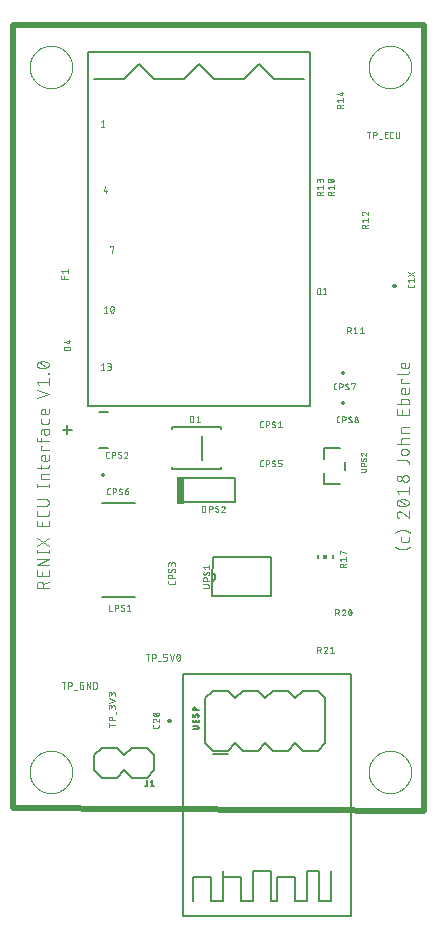
<source format=gto>
G75*
%MOIN*%
%OFA0B0*%
%FSLAX25Y25*%
%IPPOS*%
%LPD*%
%AMOC8*
5,1,8,0,0,1.08239X$1,22.5*
%
%ADD10C,0.02000*%
%ADD11C,0.00200*%
%ADD12C,0.00400*%
%ADD13C,0.00000*%
%ADD14C,0.00500*%
%ADD15C,0.01200*%
%ADD16C,0.00600*%
%ADD17C,0.00100*%
%ADD18C,0.00700*%
%ADD19R,0.00591X0.01181*%
%ADD20R,0.01181X0.01181*%
%ADD21C,0.00800*%
D10*
X0002000Y0037211D02*
X0139000Y0036211D01*
X0139000Y0298211D01*
X0002000Y0298211D01*
X0002000Y0037211D01*
D11*
X0018705Y0076911D02*
X0018705Y0079111D01*
X0018094Y0079111D02*
X0019316Y0079111D01*
X0020215Y0079111D02*
X0020215Y0076911D01*
X0020215Y0077888D02*
X0020826Y0077888D01*
X0020826Y0077889D02*
X0020874Y0077891D01*
X0020922Y0077897D01*
X0020969Y0077906D01*
X0021015Y0077919D01*
X0021060Y0077936D01*
X0021103Y0077956D01*
X0021145Y0077979D01*
X0021185Y0078006D01*
X0021223Y0078035D01*
X0021258Y0078068D01*
X0021291Y0078103D01*
X0021320Y0078141D01*
X0021347Y0078181D01*
X0021370Y0078223D01*
X0021390Y0078266D01*
X0021407Y0078311D01*
X0021420Y0078357D01*
X0021429Y0078404D01*
X0021435Y0078452D01*
X0021437Y0078500D01*
X0021435Y0078548D01*
X0021429Y0078596D01*
X0021420Y0078643D01*
X0021407Y0078689D01*
X0021390Y0078734D01*
X0021370Y0078777D01*
X0021347Y0078819D01*
X0021320Y0078859D01*
X0021291Y0078897D01*
X0021258Y0078932D01*
X0021223Y0078965D01*
X0021185Y0078994D01*
X0021145Y0079021D01*
X0021103Y0079044D01*
X0021060Y0079064D01*
X0021015Y0079081D01*
X0020969Y0079094D01*
X0020922Y0079103D01*
X0020874Y0079109D01*
X0020826Y0079111D01*
X0020215Y0079111D01*
X0022176Y0076666D02*
X0023154Y0076666D01*
X0024070Y0077400D02*
X0024070Y0078622D01*
X0024072Y0078665D01*
X0024077Y0078707D01*
X0024087Y0078749D01*
X0024099Y0078789D01*
X0024116Y0078829D01*
X0024136Y0078866D01*
X0024158Y0078902D01*
X0024184Y0078936D01*
X0024213Y0078968D01*
X0024245Y0078997D01*
X0024279Y0079023D01*
X0024314Y0079045D01*
X0024352Y0079065D01*
X0024392Y0079082D01*
X0024432Y0079094D01*
X0024474Y0079104D01*
X0024516Y0079109D01*
X0024559Y0079111D01*
X0025292Y0079111D01*
X0025292Y0078133D02*
X0025292Y0076911D01*
X0024559Y0076911D01*
X0024516Y0076913D01*
X0024474Y0076918D01*
X0024432Y0076928D01*
X0024392Y0076940D01*
X0024352Y0076957D01*
X0024315Y0076977D01*
X0024279Y0076999D01*
X0024245Y0077025D01*
X0024213Y0077054D01*
X0024184Y0077086D01*
X0024158Y0077120D01*
X0024136Y0077156D01*
X0024116Y0077193D01*
X0024099Y0077233D01*
X0024087Y0077273D01*
X0024077Y0077315D01*
X0024072Y0077357D01*
X0024070Y0077400D01*
X0024925Y0078133D02*
X0025292Y0078133D01*
X0026374Y0079111D02*
X0026374Y0076911D01*
X0027596Y0076911D02*
X0026374Y0079111D01*
X0027596Y0079111D02*
X0027596Y0076911D01*
X0028678Y0076911D02*
X0028678Y0079111D01*
X0029289Y0079111D01*
X0029337Y0079109D01*
X0029385Y0079103D01*
X0029432Y0079094D01*
X0029478Y0079081D01*
X0029523Y0079064D01*
X0029566Y0079044D01*
X0029608Y0079021D01*
X0029648Y0078994D01*
X0029686Y0078965D01*
X0029721Y0078932D01*
X0029754Y0078897D01*
X0029783Y0078859D01*
X0029810Y0078819D01*
X0029833Y0078777D01*
X0029853Y0078734D01*
X0029870Y0078689D01*
X0029883Y0078643D01*
X0029892Y0078596D01*
X0029898Y0078548D01*
X0029900Y0078500D01*
X0029900Y0077522D01*
X0029898Y0077474D01*
X0029892Y0077426D01*
X0029883Y0077379D01*
X0029870Y0077333D01*
X0029853Y0077288D01*
X0029833Y0077245D01*
X0029810Y0077203D01*
X0029783Y0077163D01*
X0029754Y0077125D01*
X0029721Y0077090D01*
X0029686Y0077057D01*
X0029648Y0077028D01*
X0029608Y0077001D01*
X0029566Y0076978D01*
X0029523Y0076958D01*
X0029478Y0076941D01*
X0029432Y0076928D01*
X0029385Y0076919D01*
X0029337Y0076913D01*
X0029289Y0076911D01*
X0028678Y0076911D01*
X0033700Y0075268D02*
X0033700Y0074535D01*
X0033700Y0073719D02*
X0035900Y0072986D01*
X0033700Y0072252D01*
X0033700Y0070948D02*
X0033700Y0070215D01*
X0033700Y0070948D02*
X0033702Y0070991D01*
X0033707Y0071033D01*
X0033717Y0071075D01*
X0033729Y0071115D01*
X0033746Y0071155D01*
X0033766Y0071193D01*
X0033788Y0071228D01*
X0033814Y0071262D01*
X0033843Y0071294D01*
X0033875Y0071323D01*
X0033909Y0071349D01*
X0033945Y0071371D01*
X0033982Y0071391D01*
X0034022Y0071408D01*
X0034062Y0071420D01*
X0034104Y0071430D01*
X0034146Y0071435D01*
X0034189Y0071437D01*
X0034232Y0071435D01*
X0034274Y0071430D01*
X0034316Y0071420D01*
X0034356Y0071408D01*
X0034396Y0071391D01*
X0034434Y0071371D01*
X0034469Y0071349D01*
X0034503Y0071323D01*
X0034535Y0071294D01*
X0034564Y0071262D01*
X0034590Y0071228D01*
X0034612Y0071193D01*
X0034632Y0071155D01*
X0034649Y0071115D01*
X0034661Y0071075D01*
X0034671Y0071033D01*
X0034676Y0070991D01*
X0034678Y0070948D01*
X0034678Y0070459D01*
X0034678Y0070826D02*
X0034680Y0070874D01*
X0034686Y0070922D01*
X0034695Y0070969D01*
X0034708Y0071015D01*
X0034725Y0071060D01*
X0034745Y0071103D01*
X0034768Y0071145D01*
X0034795Y0071185D01*
X0034824Y0071223D01*
X0034857Y0071258D01*
X0034892Y0071291D01*
X0034930Y0071320D01*
X0034970Y0071347D01*
X0035012Y0071370D01*
X0035055Y0071390D01*
X0035100Y0071407D01*
X0035146Y0071420D01*
X0035193Y0071429D01*
X0035241Y0071435D01*
X0035289Y0071437D01*
X0035337Y0071435D01*
X0035385Y0071429D01*
X0035432Y0071420D01*
X0035478Y0071407D01*
X0035523Y0071390D01*
X0035566Y0071370D01*
X0035608Y0071347D01*
X0035648Y0071320D01*
X0035686Y0071291D01*
X0035721Y0071258D01*
X0035754Y0071223D01*
X0035783Y0071185D01*
X0035810Y0071145D01*
X0035833Y0071103D01*
X0035853Y0071060D01*
X0035870Y0071015D01*
X0035883Y0070969D01*
X0035892Y0070922D01*
X0035898Y0070874D01*
X0035900Y0070826D01*
X0035900Y0070215D01*
X0036144Y0069371D02*
X0036144Y0068393D01*
X0034922Y0067042D02*
X0034922Y0066431D01*
X0034922Y0067042D02*
X0034920Y0067090D01*
X0034914Y0067138D01*
X0034905Y0067185D01*
X0034892Y0067231D01*
X0034875Y0067276D01*
X0034855Y0067319D01*
X0034832Y0067361D01*
X0034805Y0067401D01*
X0034776Y0067439D01*
X0034743Y0067474D01*
X0034708Y0067507D01*
X0034670Y0067536D01*
X0034630Y0067563D01*
X0034588Y0067586D01*
X0034545Y0067606D01*
X0034500Y0067623D01*
X0034454Y0067636D01*
X0034407Y0067645D01*
X0034359Y0067651D01*
X0034311Y0067653D01*
X0034263Y0067651D01*
X0034215Y0067645D01*
X0034168Y0067636D01*
X0034122Y0067623D01*
X0034077Y0067606D01*
X0034034Y0067586D01*
X0033992Y0067563D01*
X0033952Y0067536D01*
X0033914Y0067507D01*
X0033879Y0067474D01*
X0033846Y0067439D01*
X0033817Y0067401D01*
X0033790Y0067361D01*
X0033767Y0067319D01*
X0033747Y0067276D01*
X0033730Y0067231D01*
X0033717Y0067185D01*
X0033708Y0067138D01*
X0033702Y0067090D01*
X0033700Y0067042D01*
X0033700Y0066431D01*
X0035900Y0066431D01*
X0035900Y0064922D02*
X0033700Y0064922D01*
X0033700Y0064311D02*
X0033700Y0065533D01*
X0035900Y0074535D02*
X0035900Y0075146D01*
X0035898Y0075194D01*
X0035892Y0075242D01*
X0035883Y0075289D01*
X0035870Y0075335D01*
X0035853Y0075380D01*
X0035833Y0075423D01*
X0035810Y0075465D01*
X0035783Y0075505D01*
X0035754Y0075543D01*
X0035721Y0075578D01*
X0035686Y0075611D01*
X0035648Y0075640D01*
X0035608Y0075667D01*
X0035566Y0075690D01*
X0035523Y0075710D01*
X0035478Y0075727D01*
X0035432Y0075740D01*
X0035385Y0075749D01*
X0035337Y0075755D01*
X0035289Y0075757D01*
X0035241Y0075755D01*
X0035193Y0075749D01*
X0035146Y0075740D01*
X0035100Y0075727D01*
X0035055Y0075710D01*
X0035012Y0075690D01*
X0034970Y0075667D01*
X0034930Y0075640D01*
X0034892Y0075611D01*
X0034857Y0075578D01*
X0034824Y0075543D01*
X0034795Y0075505D01*
X0034768Y0075465D01*
X0034745Y0075423D01*
X0034725Y0075380D01*
X0034708Y0075335D01*
X0034695Y0075289D01*
X0034686Y0075242D01*
X0034680Y0075194D01*
X0034678Y0075146D01*
X0034678Y0075268D02*
X0034678Y0074779D01*
X0034678Y0075268D02*
X0034676Y0075311D01*
X0034671Y0075353D01*
X0034661Y0075395D01*
X0034649Y0075435D01*
X0034632Y0075475D01*
X0034612Y0075513D01*
X0034590Y0075548D01*
X0034564Y0075582D01*
X0034535Y0075614D01*
X0034503Y0075643D01*
X0034469Y0075669D01*
X0034434Y0075691D01*
X0034396Y0075711D01*
X0034356Y0075728D01*
X0034316Y0075740D01*
X0034274Y0075750D01*
X0034232Y0075755D01*
X0034189Y0075757D01*
X0034146Y0075755D01*
X0034104Y0075750D01*
X0034062Y0075740D01*
X0034022Y0075728D01*
X0033982Y0075711D01*
X0033945Y0075691D01*
X0033909Y0075669D01*
X0033875Y0075643D01*
X0033843Y0075614D01*
X0033814Y0075582D01*
X0033788Y0075548D01*
X0033766Y0075513D01*
X0033746Y0075475D01*
X0033729Y0075435D01*
X0033717Y0075395D01*
X0033707Y0075353D01*
X0033702Y0075311D01*
X0033700Y0075268D01*
X0046100Y0088511D02*
X0047322Y0088511D01*
X0046711Y0088511D02*
X0046711Y0086311D01*
X0048221Y0086311D02*
X0048221Y0088511D01*
X0048832Y0088511D01*
X0048880Y0088509D01*
X0048928Y0088503D01*
X0048975Y0088494D01*
X0049021Y0088481D01*
X0049066Y0088464D01*
X0049109Y0088444D01*
X0049151Y0088421D01*
X0049191Y0088394D01*
X0049229Y0088365D01*
X0049264Y0088332D01*
X0049297Y0088297D01*
X0049326Y0088259D01*
X0049353Y0088219D01*
X0049376Y0088177D01*
X0049396Y0088134D01*
X0049413Y0088089D01*
X0049426Y0088043D01*
X0049435Y0087996D01*
X0049441Y0087948D01*
X0049443Y0087900D01*
X0049441Y0087852D01*
X0049435Y0087804D01*
X0049426Y0087757D01*
X0049413Y0087711D01*
X0049396Y0087666D01*
X0049376Y0087623D01*
X0049353Y0087581D01*
X0049326Y0087541D01*
X0049297Y0087503D01*
X0049264Y0087468D01*
X0049229Y0087435D01*
X0049191Y0087406D01*
X0049151Y0087379D01*
X0049109Y0087356D01*
X0049066Y0087336D01*
X0049021Y0087319D01*
X0048975Y0087306D01*
X0048928Y0087297D01*
X0048880Y0087291D01*
X0048832Y0087289D01*
X0048832Y0087288D02*
X0048221Y0087288D01*
X0050182Y0086066D02*
X0051160Y0086066D01*
X0052004Y0086311D02*
X0052737Y0086311D01*
X0052780Y0086313D01*
X0052822Y0086318D01*
X0052864Y0086328D01*
X0052904Y0086340D01*
X0052944Y0086357D01*
X0052981Y0086377D01*
X0053017Y0086399D01*
X0053051Y0086425D01*
X0053083Y0086454D01*
X0053112Y0086486D01*
X0053138Y0086520D01*
X0053160Y0086555D01*
X0053180Y0086593D01*
X0053197Y0086633D01*
X0053209Y0086673D01*
X0053219Y0086715D01*
X0053224Y0086757D01*
X0053226Y0086800D01*
X0053226Y0087044D01*
X0053224Y0087087D01*
X0053219Y0087129D01*
X0053209Y0087171D01*
X0053197Y0087211D01*
X0053180Y0087251D01*
X0053160Y0087289D01*
X0053138Y0087324D01*
X0053112Y0087358D01*
X0053083Y0087390D01*
X0053051Y0087419D01*
X0053017Y0087445D01*
X0052982Y0087467D01*
X0052944Y0087487D01*
X0052904Y0087504D01*
X0052864Y0087516D01*
X0052822Y0087526D01*
X0052780Y0087531D01*
X0052737Y0087533D01*
X0052004Y0087533D01*
X0052004Y0088511D01*
X0053226Y0088511D01*
X0054042Y0088511D02*
X0054775Y0086311D01*
X0055508Y0088511D01*
X0057546Y0087411D02*
X0057544Y0087329D01*
X0057539Y0087247D01*
X0057529Y0087165D01*
X0057516Y0087084D01*
X0057500Y0087003D01*
X0057479Y0086924D01*
X0057455Y0086845D01*
X0057428Y0086767D01*
X0057397Y0086691D01*
X0057363Y0086617D01*
X0057363Y0086616D02*
X0057348Y0086579D01*
X0057330Y0086543D01*
X0057309Y0086509D01*
X0057285Y0086477D01*
X0057258Y0086447D01*
X0057229Y0086420D01*
X0057198Y0086395D01*
X0057164Y0086373D01*
X0057129Y0086355D01*
X0057092Y0086339D01*
X0057054Y0086327D01*
X0057015Y0086318D01*
X0056975Y0086313D01*
X0056935Y0086311D01*
X0056895Y0086313D01*
X0056855Y0086318D01*
X0056816Y0086327D01*
X0056778Y0086339D01*
X0056741Y0086355D01*
X0056706Y0086373D01*
X0056672Y0086395D01*
X0056641Y0086420D01*
X0056612Y0086447D01*
X0056585Y0086477D01*
X0056561Y0086509D01*
X0056540Y0086543D01*
X0056522Y0086579D01*
X0056507Y0086616D01*
X0056446Y0086800D02*
X0057424Y0088022D01*
X0057363Y0088205D02*
X0057348Y0088242D01*
X0057330Y0088278D01*
X0057309Y0088312D01*
X0057285Y0088344D01*
X0057258Y0088374D01*
X0057229Y0088401D01*
X0057198Y0088426D01*
X0057164Y0088448D01*
X0057129Y0088466D01*
X0057092Y0088482D01*
X0057054Y0088494D01*
X0057015Y0088503D01*
X0056975Y0088508D01*
X0056935Y0088510D01*
X0056895Y0088508D01*
X0056855Y0088503D01*
X0056816Y0088494D01*
X0056778Y0088482D01*
X0056741Y0088466D01*
X0056706Y0088448D01*
X0056672Y0088426D01*
X0056641Y0088401D01*
X0056612Y0088374D01*
X0056585Y0088344D01*
X0056561Y0088312D01*
X0056540Y0088278D01*
X0056522Y0088242D01*
X0056507Y0088205D01*
X0057363Y0088205D02*
X0057397Y0088131D01*
X0057428Y0088055D01*
X0057455Y0087977D01*
X0057479Y0087898D01*
X0057500Y0087819D01*
X0057516Y0087738D01*
X0057529Y0087657D01*
X0057539Y0087575D01*
X0057544Y0087493D01*
X0057546Y0087411D01*
X0056324Y0087411D02*
X0056326Y0087493D01*
X0056331Y0087575D01*
X0056341Y0087657D01*
X0056354Y0087738D01*
X0056370Y0087819D01*
X0056391Y0087898D01*
X0056415Y0087977D01*
X0056442Y0088055D01*
X0056473Y0088131D01*
X0056507Y0088205D01*
X0056324Y0087411D02*
X0056326Y0087329D01*
X0056331Y0087247D01*
X0056341Y0087165D01*
X0056354Y0087084D01*
X0056370Y0087003D01*
X0056391Y0086924D01*
X0056415Y0086845D01*
X0056442Y0086767D01*
X0056473Y0086691D01*
X0056507Y0086617D01*
X0033871Y0183311D02*
X0033260Y0183311D01*
X0033871Y0183311D02*
X0033919Y0183313D01*
X0033967Y0183319D01*
X0034014Y0183328D01*
X0034060Y0183341D01*
X0034105Y0183358D01*
X0034148Y0183378D01*
X0034190Y0183401D01*
X0034230Y0183428D01*
X0034268Y0183457D01*
X0034303Y0183490D01*
X0034336Y0183525D01*
X0034365Y0183563D01*
X0034392Y0183603D01*
X0034415Y0183645D01*
X0034435Y0183688D01*
X0034452Y0183733D01*
X0034465Y0183779D01*
X0034474Y0183826D01*
X0034480Y0183874D01*
X0034482Y0183922D01*
X0034480Y0183970D01*
X0034474Y0184018D01*
X0034465Y0184065D01*
X0034452Y0184111D01*
X0034435Y0184156D01*
X0034415Y0184199D01*
X0034392Y0184241D01*
X0034365Y0184281D01*
X0034336Y0184319D01*
X0034303Y0184354D01*
X0034268Y0184387D01*
X0034230Y0184416D01*
X0034190Y0184443D01*
X0034148Y0184466D01*
X0034105Y0184486D01*
X0034060Y0184503D01*
X0034014Y0184516D01*
X0033967Y0184525D01*
X0033919Y0184531D01*
X0033871Y0184533D01*
X0033993Y0184533D02*
X0033504Y0184533D01*
X0033993Y0184533D02*
X0034036Y0184535D01*
X0034078Y0184540D01*
X0034120Y0184550D01*
X0034160Y0184562D01*
X0034200Y0184579D01*
X0034238Y0184599D01*
X0034273Y0184621D01*
X0034307Y0184647D01*
X0034339Y0184676D01*
X0034368Y0184708D01*
X0034394Y0184742D01*
X0034416Y0184778D01*
X0034436Y0184815D01*
X0034453Y0184855D01*
X0034465Y0184895D01*
X0034475Y0184937D01*
X0034480Y0184979D01*
X0034482Y0185022D01*
X0034480Y0185065D01*
X0034475Y0185107D01*
X0034465Y0185149D01*
X0034453Y0185189D01*
X0034436Y0185229D01*
X0034416Y0185267D01*
X0034394Y0185302D01*
X0034368Y0185336D01*
X0034339Y0185368D01*
X0034307Y0185397D01*
X0034273Y0185423D01*
X0034238Y0185445D01*
X0034200Y0185465D01*
X0034160Y0185482D01*
X0034120Y0185494D01*
X0034078Y0185504D01*
X0034036Y0185509D01*
X0033993Y0185511D01*
X0033260Y0185511D01*
X0031711Y0185511D02*
X0031711Y0183311D01*
X0031100Y0183311D02*
X0032322Y0183311D01*
X0031100Y0185022D02*
X0031711Y0185511D01*
X0032100Y0202311D02*
X0033322Y0202311D01*
X0032711Y0202311D02*
X0032711Y0204511D01*
X0032100Y0204022D01*
X0035482Y0203411D02*
X0035480Y0203329D01*
X0035475Y0203247D01*
X0035465Y0203165D01*
X0035452Y0203084D01*
X0035436Y0203003D01*
X0035415Y0202924D01*
X0035391Y0202845D01*
X0035364Y0202767D01*
X0035333Y0202691D01*
X0035299Y0202617D01*
X0035299Y0202616D02*
X0035284Y0202579D01*
X0035266Y0202543D01*
X0035245Y0202509D01*
X0035221Y0202477D01*
X0035194Y0202447D01*
X0035165Y0202420D01*
X0035134Y0202395D01*
X0035100Y0202373D01*
X0035065Y0202355D01*
X0035028Y0202339D01*
X0034990Y0202327D01*
X0034951Y0202318D01*
X0034911Y0202313D01*
X0034871Y0202311D01*
X0034831Y0202313D01*
X0034791Y0202318D01*
X0034752Y0202327D01*
X0034714Y0202339D01*
X0034677Y0202355D01*
X0034642Y0202373D01*
X0034608Y0202395D01*
X0034577Y0202420D01*
X0034548Y0202447D01*
X0034521Y0202477D01*
X0034497Y0202509D01*
X0034476Y0202543D01*
X0034458Y0202579D01*
X0034443Y0202616D01*
X0034382Y0202800D02*
X0035360Y0204022D01*
X0035299Y0204205D02*
X0035284Y0204242D01*
X0035266Y0204278D01*
X0035245Y0204312D01*
X0035221Y0204344D01*
X0035194Y0204374D01*
X0035165Y0204401D01*
X0035134Y0204426D01*
X0035100Y0204448D01*
X0035065Y0204466D01*
X0035028Y0204482D01*
X0034990Y0204494D01*
X0034951Y0204503D01*
X0034911Y0204508D01*
X0034871Y0204510D01*
X0034831Y0204508D01*
X0034791Y0204503D01*
X0034752Y0204494D01*
X0034714Y0204482D01*
X0034677Y0204466D01*
X0034642Y0204448D01*
X0034608Y0204426D01*
X0034577Y0204401D01*
X0034548Y0204374D01*
X0034521Y0204344D01*
X0034497Y0204312D01*
X0034476Y0204278D01*
X0034458Y0204242D01*
X0034443Y0204205D01*
X0035299Y0204205D02*
X0035333Y0204131D01*
X0035364Y0204055D01*
X0035391Y0203977D01*
X0035415Y0203898D01*
X0035436Y0203819D01*
X0035452Y0203738D01*
X0035465Y0203657D01*
X0035475Y0203575D01*
X0035480Y0203493D01*
X0035482Y0203411D01*
X0034260Y0203411D02*
X0034262Y0203493D01*
X0034267Y0203575D01*
X0034277Y0203657D01*
X0034290Y0203738D01*
X0034306Y0203819D01*
X0034327Y0203898D01*
X0034351Y0203977D01*
X0034378Y0204055D01*
X0034409Y0204131D01*
X0034443Y0204205D01*
X0034260Y0203411D02*
X0034262Y0203329D01*
X0034267Y0203247D01*
X0034277Y0203165D01*
X0034290Y0203084D01*
X0034306Y0203003D01*
X0034327Y0202924D01*
X0034351Y0202845D01*
X0034378Y0202767D01*
X0034409Y0202691D01*
X0034443Y0202617D01*
X0034711Y0222311D02*
X0035322Y0224511D01*
X0034100Y0224511D01*
X0034100Y0224266D01*
X0032956Y0242311D02*
X0032956Y0243288D01*
X0033322Y0242800D02*
X0032100Y0242800D01*
X0032589Y0244511D01*
X0032322Y0264311D02*
X0031100Y0264311D01*
X0031711Y0264311D02*
X0031711Y0266511D01*
X0031100Y0266022D01*
X0020100Y0216720D02*
X0020100Y0215497D01*
X0020100Y0216108D02*
X0017900Y0216108D01*
X0018389Y0215497D01*
X0018878Y0214679D02*
X0018878Y0213702D01*
X0017900Y0213702D02*
X0017900Y0214679D01*
X0017900Y0213702D02*
X0020100Y0213702D01*
X0020411Y0193265D02*
X0020411Y0192043D01*
X0018700Y0192531D01*
X0019922Y0192898D02*
X0020900Y0192898D01*
X0020289Y0191033D02*
X0019311Y0191033D01*
X0019263Y0191031D01*
X0019215Y0191025D01*
X0019168Y0191016D01*
X0019122Y0191003D01*
X0019077Y0190986D01*
X0019034Y0190966D01*
X0018992Y0190943D01*
X0018952Y0190916D01*
X0018914Y0190887D01*
X0018879Y0190854D01*
X0018846Y0190819D01*
X0018817Y0190781D01*
X0018790Y0190741D01*
X0018767Y0190699D01*
X0018747Y0190656D01*
X0018730Y0190611D01*
X0018717Y0190565D01*
X0018708Y0190518D01*
X0018702Y0190470D01*
X0018700Y0190422D01*
X0018700Y0189811D01*
X0020900Y0189811D01*
X0020900Y0190422D01*
X0020898Y0190470D01*
X0020892Y0190518D01*
X0020883Y0190565D01*
X0020870Y0190611D01*
X0020853Y0190656D01*
X0020833Y0190699D01*
X0020810Y0190741D01*
X0020783Y0190781D01*
X0020754Y0190819D01*
X0020721Y0190854D01*
X0020686Y0190887D01*
X0020648Y0190916D01*
X0020608Y0190943D01*
X0020566Y0190966D01*
X0020523Y0190986D01*
X0020478Y0191003D01*
X0020432Y0191016D01*
X0020385Y0191025D01*
X0020337Y0191031D01*
X0020289Y0191033D01*
X0117800Y0155201D02*
X0117802Y0155243D01*
X0117808Y0155284D01*
X0117817Y0155324D01*
X0117830Y0155364D01*
X0117847Y0155402D01*
X0117867Y0155438D01*
X0117891Y0155472D01*
X0117917Y0155504D01*
X0117947Y0155534D01*
X0117979Y0155560D01*
X0118013Y0155584D01*
X0118049Y0155604D01*
X0118087Y0155621D01*
X0118127Y0155634D01*
X0118167Y0155643D01*
X0118208Y0155649D01*
X0118250Y0155651D01*
X0118600Y0155501D02*
X0119600Y0154651D01*
X0119600Y0155651D01*
X0118200Y0154651D02*
X0118157Y0154667D01*
X0118116Y0154686D01*
X0118076Y0154708D01*
X0118039Y0154733D01*
X0118003Y0154761D01*
X0117970Y0154792D01*
X0117939Y0154825D01*
X0117911Y0154861D01*
X0117885Y0154899D01*
X0117863Y0154938D01*
X0117844Y0154980D01*
X0117828Y0155022D01*
X0117816Y0155066D01*
X0117807Y0155111D01*
X0117802Y0155156D01*
X0117800Y0155201D01*
X0118250Y0155650D02*
X0118289Y0155648D01*
X0118328Y0155644D01*
X0118366Y0155636D01*
X0118404Y0155625D01*
X0118440Y0155611D01*
X0118476Y0155594D01*
X0118509Y0155574D01*
X0118541Y0155552D01*
X0118572Y0155527D01*
X0118600Y0155500D01*
X0118850Y0153711D02*
X0118550Y0153161D01*
X0117800Y0153361D02*
X0117802Y0153415D01*
X0117808Y0153468D01*
X0117817Y0153521D01*
X0117830Y0153573D01*
X0117847Y0153623D01*
X0117868Y0153673D01*
X0117892Y0153721D01*
X0117919Y0153767D01*
X0117950Y0153811D01*
X0118550Y0153161D02*
X0118529Y0153129D01*
X0118505Y0153099D01*
X0118478Y0153071D01*
X0118449Y0153046D01*
X0118418Y0153024D01*
X0118385Y0153005D01*
X0118350Y0152990D01*
X0118313Y0152977D01*
X0118276Y0152968D01*
X0118238Y0152963D01*
X0118200Y0152961D01*
X0118161Y0152963D01*
X0118122Y0152969D01*
X0118084Y0152978D01*
X0118047Y0152991D01*
X0118011Y0153008D01*
X0117978Y0153028D01*
X0117946Y0153052D01*
X0117917Y0153078D01*
X0117891Y0153107D01*
X0117867Y0153139D01*
X0117847Y0153172D01*
X0117830Y0153208D01*
X0117817Y0153245D01*
X0117808Y0153283D01*
X0117802Y0153322D01*
X0117800Y0153361D01*
X0119350Y0152911D02*
X0119388Y0152951D01*
X0119424Y0152994D01*
X0119456Y0153039D01*
X0119486Y0153086D01*
X0119512Y0153135D01*
X0119535Y0153186D01*
X0119555Y0153238D01*
X0119571Y0153291D01*
X0119584Y0153345D01*
X0119593Y0153400D01*
X0119598Y0153455D01*
X0119600Y0153511D01*
X0119598Y0153550D01*
X0119592Y0153589D01*
X0119583Y0153627D01*
X0119570Y0153664D01*
X0119553Y0153700D01*
X0119533Y0153733D01*
X0119509Y0153765D01*
X0119483Y0153794D01*
X0119454Y0153820D01*
X0119422Y0153844D01*
X0119389Y0153864D01*
X0119353Y0153881D01*
X0119316Y0153894D01*
X0119278Y0153903D01*
X0119239Y0153909D01*
X0119200Y0153911D01*
X0119200Y0153910D02*
X0119162Y0153908D01*
X0119124Y0153903D01*
X0119087Y0153894D01*
X0119050Y0153881D01*
X0119015Y0153866D01*
X0118982Y0153847D01*
X0118951Y0153825D01*
X0118922Y0153800D01*
X0118895Y0153772D01*
X0118871Y0153742D01*
X0118850Y0153710D01*
X0118800Y0151761D02*
X0118800Y0151261D01*
X0118800Y0151761D02*
X0118798Y0151805D01*
X0118792Y0151848D01*
X0118783Y0151890D01*
X0118770Y0151932D01*
X0118753Y0151972D01*
X0118733Y0152011D01*
X0118710Y0152048D01*
X0118683Y0152082D01*
X0118654Y0152115D01*
X0118621Y0152144D01*
X0118587Y0152171D01*
X0118550Y0152194D01*
X0118511Y0152214D01*
X0118471Y0152231D01*
X0118429Y0152244D01*
X0118387Y0152253D01*
X0118344Y0152259D01*
X0118300Y0152261D01*
X0118256Y0152259D01*
X0118213Y0152253D01*
X0118171Y0152244D01*
X0118129Y0152231D01*
X0118089Y0152214D01*
X0118050Y0152194D01*
X0118013Y0152171D01*
X0117979Y0152144D01*
X0117946Y0152115D01*
X0117917Y0152082D01*
X0117890Y0152048D01*
X0117867Y0152011D01*
X0117847Y0151972D01*
X0117830Y0151932D01*
X0117817Y0151890D01*
X0117808Y0151848D01*
X0117802Y0151805D01*
X0117800Y0151761D01*
X0117800Y0151261D01*
X0119600Y0151261D01*
X0119100Y0150311D02*
X0117800Y0150311D01*
X0117800Y0149311D02*
X0119100Y0149311D01*
X0119144Y0149313D01*
X0119187Y0149319D01*
X0119229Y0149328D01*
X0119271Y0149341D01*
X0119311Y0149358D01*
X0119350Y0149378D01*
X0119387Y0149401D01*
X0119421Y0149428D01*
X0119454Y0149457D01*
X0119483Y0149490D01*
X0119510Y0149524D01*
X0119533Y0149561D01*
X0119553Y0149600D01*
X0119570Y0149640D01*
X0119583Y0149682D01*
X0119592Y0149724D01*
X0119598Y0149767D01*
X0119600Y0149811D01*
X0119598Y0149855D01*
X0119592Y0149898D01*
X0119583Y0149940D01*
X0119570Y0149982D01*
X0119553Y0150022D01*
X0119533Y0150061D01*
X0119510Y0150098D01*
X0119483Y0150132D01*
X0119454Y0150165D01*
X0119421Y0150194D01*
X0119387Y0150221D01*
X0119350Y0150244D01*
X0119311Y0150264D01*
X0119271Y0150281D01*
X0119229Y0150294D01*
X0119187Y0150303D01*
X0119144Y0150309D01*
X0119100Y0150311D01*
X0123851Y0260263D02*
X0124829Y0260263D01*
X0125750Y0260507D02*
X0125750Y0262707D01*
X0126727Y0262707D01*
X0127539Y0262219D02*
X0127539Y0260996D01*
X0127541Y0260953D01*
X0127546Y0260911D01*
X0127556Y0260869D01*
X0127568Y0260829D01*
X0127585Y0260789D01*
X0127605Y0260752D01*
X0127627Y0260716D01*
X0127653Y0260682D01*
X0127682Y0260650D01*
X0127714Y0260621D01*
X0127748Y0260595D01*
X0127784Y0260573D01*
X0127821Y0260553D01*
X0127861Y0260536D01*
X0127901Y0260524D01*
X0127943Y0260514D01*
X0127985Y0260509D01*
X0128028Y0260507D01*
X0128517Y0260507D01*
X0129417Y0261119D02*
X0129417Y0262707D01*
X0128517Y0262707D02*
X0128028Y0262707D01*
X0128028Y0262708D02*
X0127985Y0262706D01*
X0127943Y0262701D01*
X0127901Y0262691D01*
X0127861Y0262679D01*
X0127821Y0262662D01*
X0127783Y0262642D01*
X0127748Y0262620D01*
X0127714Y0262594D01*
X0127682Y0262565D01*
X0127653Y0262533D01*
X0127627Y0262499D01*
X0127605Y0262463D01*
X0127585Y0262426D01*
X0127568Y0262386D01*
X0127556Y0262346D01*
X0127546Y0262304D01*
X0127541Y0262262D01*
X0127539Y0262219D01*
X0126483Y0261730D02*
X0125750Y0261730D01*
X0125750Y0260507D02*
X0126727Y0260507D01*
X0129417Y0261119D02*
X0129419Y0261071D01*
X0129425Y0261023D01*
X0129434Y0260976D01*
X0129447Y0260930D01*
X0129464Y0260885D01*
X0129484Y0260842D01*
X0129507Y0260800D01*
X0129534Y0260760D01*
X0129563Y0260722D01*
X0129596Y0260687D01*
X0129631Y0260654D01*
X0129669Y0260625D01*
X0129709Y0260598D01*
X0129751Y0260575D01*
X0129794Y0260555D01*
X0129839Y0260538D01*
X0129885Y0260525D01*
X0129932Y0260516D01*
X0129980Y0260510D01*
X0130028Y0260508D01*
X0130076Y0260510D01*
X0130124Y0260516D01*
X0130171Y0260525D01*
X0130217Y0260538D01*
X0130262Y0260555D01*
X0130305Y0260575D01*
X0130347Y0260598D01*
X0130387Y0260625D01*
X0130425Y0260654D01*
X0130460Y0260687D01*
X0130493Y0260722D01*
X0130522Y0260760D01*
X0130549Y0260800D01*
X0130572Y0260842D01*
X0130592Y0260885D01*
X0130609Y0260930D01*
X0130622Y0260976D01*
X0130631Y0261023D01*
X0130637Y0261071D01*
X0130639Y0261119D01*
X0130639Y0262707D01*
X0122501Y0262707D02*
X0121890Y0262707D01*
X0121890Y0260507D01*
X0121890Y0261485D02*
X0122501Y0261485D01*
X0122549Y0261487D01*
X0122597Y0261493D01*
X0122644Y0261502D01*
X0122690Y0261515D01*
X0122735Y0261532D01*
X0122778Y0261552D01*
X0122820Y0261575D01*
X0122860Y0261602D01*
X0122898Y0261631D01*
X0122933Y0261664D01*
X0122966Y0261699D01*
X0122995Y0261737D01*
X0123022Y0261777D01*
X0123045Y0261819D01*
X0123065Y0261862D01*
X0123082Y0261907D01*
X0123095Y0261953D01*
X0123104Y0262000D01*
X0123110Y0262048D01*
X0123112Y0262096D01*
X0123110Y0262144D01*
X0123104Y0262192D01*
X0123095Y0262239D01*
X0123082Y0262285D01*
X0123065Y0262330D01*
X0123045Y0262373D01*
X0123022Y0262415D01*
X0122995Y0262455D01*
X0122966Y0262493D01*
X0122933Y0262528D01*
X0122898Y0262561D01*
X0122860Y0262590D01*
X0122820Y0262617D01*
X0122778Y0262640D01*
X0122735Y0262660D01*
X0122690Y0262677D01*
X0122644Y0262690D01*
X0122597Y0262699D01*
X0122549Y0262705D01*
X0122501Y0262707D01*
X0120992Y0262707D02*
X0119769Y0262707D01*
X0120380Y0262707D02*
X0120380Y0260507D01*
D12*
X0111800Y0270506D02*
X0109800Y0270506D01*
X0109800Y0271061D01*
X0109802Y0271107D01*
X0109808Y0271153D01*
X0109817Y0271197D01*
X0109830Y0271242D01*
X0109847Y0271284D01*
X0109867Y0271326D01*
X0109891Y0271365D01*
X0109917Y0271403D01*
X0109947Y0271438D01*
X0109979Y0271470D01*
X0110014Y0271500D01*
X0110052Y0271526D01*
X0110091Y0271550D01*
X0110133Y0271570D01*
X0110175Y0271587D01*
X0110220Y0271600D01*
X0110264Y0271609D01*
X0110310Y0271615D01*
X0110356Y0271617D01*
X0110402Y0271615D01*
X0110448Y0271609D01*
X0110492Y0271600D01*
X0110537Y0271587D01*
X0110579Y0271570D01*
X0110621Y0271550D01*
X0110660Y0271526D01*
X0110698Y0271500D01*
X0110733Y0271470D01*
X0110765Y0271438D01*
X0110795Y0271403D01*
X0110821Y0271365D01*
X0110845Y0271326D01*
X0110865Y0271284D01*
X0110882Y0271242D01*
X0110895Y0271197D01*
X0110904Y0271153D01*
X0110910Y0271107D01*
X0110912Y0271061D01*
X0110911Y0271061D02*
X0110911Y0270506D01*
X0110911Y0271172D02*
X0111800Y0271617D01*
X0111800Y0272644D02*
X0111800Y0273755D01*
X0111800Y0273200D02*
X0109800Y0273200D01*
X0110244Y0272644D01*
X0111356Y0274804D02*
X0109800Y0275249D01*
X0110911Y0275582D02*
X0111800Y0275582D01*
X0111356Y0275915D02*
X0111356Y0274804D01*
X0108522Y0245972D02*
X0108454Y0245940D01*
X0108385Y0245912D01*
X0108314Y0245887D01*
X0108243Y0245866D01*
X0108171Y0245847D01*
X0108097Y0245832D01*
X0108024Y0245820D01*
X0107949Y0245812D01*
X0107875Y0245807D01*
X0107800Y0245805D01*
X0107800Y0246915D02*
X0107725Y0246913D01*
X0107651Y0246908D01*
X0107576Y0246900D01*
X0107503Y0246888D01*
X0107429Y0246873D01*
X0107357Y0246854D01*
X0107285Y0246833D01*
X0107215Y0246808D01*
X0107146Y0246780D01*
X0107078Y0246748D01*
X0107244Y0246804D02*
X0108356Y0245915D01*
X0108800Y0246360D02*
X0108798Y0246399D01*
X0108793Y0246438D01*
X0108783Y0246476D01*
X0108770Y0246513D01*
X0108754Y0246549D01*
X0108734Y0246583D01*
X0108712Y0246615D01*
X0108686Y0246644D01*
X0108658Y0246671D01*
X0108627Y0246695D01*
X0108594Y0246716D01*
X0108559Y0246734D01*
X0108522Y0246749D01*
X0108800Y0246360D02*
X0108798Y0246321D01*
X0108793Y0246282D01*
X0108783Y0246244D01*
X0108770Y0246207D01*
X0108754Y0246171D01*
X0108734Y0246137D01*
X0108712Y0246105D01*
X0108686Y0246076D01*
X0108658Y0246049D01*
X0108627Y0246025D01*
X0108594Y0246004D01*
X0108559Y0245986D01*
X0108522Y0245971D01*
X0108522Y0246748D02*
X0108454Y0246780D01*
X0108385Y0246808D01*
X0108315Y0246833D01*
X0108243Y0246854D01*
X0108171Y0246873D01*
X0108097Y0246888D01*
X0108024Y0246900D01*
X0107949Y0246908D01*
X0107875Y0246913D01*
X0107800Y0246915D01*
X0107800Y0245805D02*
X0107725Y0245807D01*
X0107651Y0245812D01*
X0107576Y0245820D01*
X0107503Y0245832D01*
X0107429Y0245847D01*
X0107357Y0245866D01*
X0107285Y0245887D01*
X0107215Y0245912D01*
X0107146Y0245940D01*
X0107078Y0245972D01*
X0106800Y0246360D02*
X0106802Y0246399D01*
X0106807Y0246438D01*
X0106817Y0246476D01*
X0106830Y0246513D01*
X0106846Y0246549D01*
X0106866Y0246583D01*
X0106888Y0246615D01*
X0106914Y0246644D01*
X0106942Y0246671D01*
X0106973Y0246695D01*
X0107006Y0246716D01*
X0107041Y0246734D01*
X0107078Y0246749D01*
X0106800Y0246360D02*
X0106802Y0246321D01*
X0106807Y0246282D01*
X0106817Y0246244D01*
X0106830Y0246207D01*
X0106846Y0246171D01*
X0106866Y0246137D01*
X0106888Y0246105D01*
X0106914Y0246076D01*
X0106942Y0246049D01*
X0106973Y0246025D01*
X0107006Y0246004D01*
X0107041Y0245986D01*
X0107078Y0245971D01*
X0106800Y0244200D02*
X0108800Y0244200D01*
X0108800Y0244755D02*
X0108800Y0243644D01*
X0108800Y0242617D02*
X0107911Y0242172D01*
X0107911Y0242061D02*
X0107911Y0241506D01*
X0107912Y0242061D02*
X0107910Y0242107D01*
X0107904Y0242153D01*
X0107895Y0242197D01*
X0107882Y0242242D01*
X0107865Y0242284D01*
X0107845Y0242326D01*
X0107821Y0242365D01*
X0107795Y0242403D01*
X0107765Y0242438D01*
X0107733Y0242470D01*
X0107698Y0242500D01*
X0107660Y0242526D01*
X0107621Y0242550D01*
X0107579Y0242570D01*
X0107537Y0242587D01*
X0107492Y0242600D01*
X0107448Y0242609D01*
X0107402Y0242615D01*
X0107356Y0242617D01*
X0107310Y0242615D01*
X0107264Y0242609D01*
X0107220Y0242600D01*
X0107175Y0242587D01*
X0107133Y0242570D01*
X0107091Y0242550D01*
X0107052Y0242526D01*
X0107014Y0242500D01*
X0106979Y0242470D01*
X0106947Y0242438D01*
X0106917Y0242403D01*
X0106891Y0242365D01*
X0106867Y0242326D01*
X0106847Y0242284D01*
X0106830Y0242242D01*
X0106817Y0242197D01*
X0106808Y0242153D01*
X0106802Y0242107D01*
X0106800Y0242061D01*
X0106800Y0241506D01*
X0108800Y0241506D01*
X0107244Y0243644D02*
X0106800Y0244200D01*
X0105200Y0244200D02*
X0103200Y0244200D01*
X0103644Y0243644D01*
X0105200Y0243644D02*
X0105200Y0244755D01*
X0105200Y0245804D02*
X0105200Y0246360D01*
X0105198Y0246406D01*
X0105192Y0246452D01*
X0105183Y0246496D01*
X0105170Y0246541D01*
X0105153Y0246583D01*
X0105133Y0246625D01*
X0105109Y0246664D01*
X0105083Y0246702D01*
X0105053Y0246737D01*
X0105021Y0246769D01*
X0104986Y0246799D01*
X0104948Y0246825D01*
X0104909Y0246849D01*
X0104867Y0246869D01*
X0104825Y0246886D01*
X0104780Y0246899D01*
X0104736Y0246908D01*
X0104690Y0246914D01*
X0104644Y0246916D01*
X0104598Y0246914D01*
X0104552Y0246908D01*
X0104508Y0246899D01*
X0104463Y0246886D01*
X0104421Y0246869D01*
X0104379Y0246849D01*
X0104340Y0246825D01*
X0104302Y0246799D01*
X0104267Y0246769D01*
X0104235Y0246737D01*
X0104205Y0246702D01*
X0104179Y0246664D01*
X0104155Y0246625D01*
X0104135Y0246583D01*
X0104118Y0246541D01*
X0104105Y0246496D01*
X0104096Y0246452D01*
X0104090Y0246406D01*
X0104088Y0246360D01*
X0104089Y0246471D02*
X0104089Y0246027D01*
X0104088Y0246471D02*
X0104086Y0246512D01*
X0104080Y0246553D01*
X0104071Y0246593D01*
X0104058Y0246631D01*
X0104041Y0246669D01*
X0104021Y0246705D01*
X0103998Y0246739D01*
X0103972Y0246770D01*
X0103943Y0246799D01*
X0103912Y0246825D01*
X0103878Y0246848D01*
X0103842Y0246868D01*
X0103804Y0246885D01*
X0103766Y0246898D01*
X0103726Y0246907D01*
X0103685Y0246913D01*
X0103644Y0246915D01*
X0103603Y0246913D01*
X0103562Y0246907D01*
X0103522Y0246898D01*
X0103484Y0246885D01*
X0103446Y0246868D01*
X0103410Y0246848D01*
X0103376Y0246825D01*
X0103345Y0246799D01*
X0103316Y0246770D01*
X0103290Y0246739D01*
X0103267Y0246705D01*
X0103247Y0246669D01*
X0103230Y0246631D01*
X0103217Y0246593D01*
X0103208Y0246553D01*
X0103202Y0246512D01*
X0103200Y0246471D01*
X0103200Y0245804D01*
X0103200Y0242061D02*
X0103200Y0241506D01*
X0105200Y0241506D01*
X0104311Y0241506D02*
X0104311Y0242061D01*
X0104311Y0242172D02*
X0105200Y0242617D01*
X0104312Y0242061D02*
X0104310Y0242107D01*
X0104304Y0242153D01*
X0104295Y0242197D01*
X0104282Y0242242D01*
X0104265Y0242284D01*
X0104245Y0242326D01*
X0104221Y0242365D01*
X0104195Y0242403D01*
X0104165Y0242438D01*
X0104133Y0242470D01*
X0104098Y0242500D01*
X0104060Y0242526D01*
X0104021Y0242550D01*
X0103979Y0242570D01*
X0103937Y0242587D01*
X0103892Y0242600D01*
X0103848Y0242609D01*
X0103802Y0242615D01*
X0103756Y0242617D01*
X0103710Y0242615D01*
X0103664Y0242609D01*
X0103620Y0242600D01*
X0103575Y0242587D01*
X0103533Y0242570D01*
X0103491Y0242550D01*
X0103452Y0242526D01*
X0103414Y0242500D01*
X0103379Y0242470D01*
X0103347Y0242438D01*
X0103317Y0242403D01*
X0103291Y0242365D01*
X0103267Y0242326D01*
X0103247Y0242284D01*
X0103230Y0242242D01*
X0103217Y0242197D01*
X0103208Y0242153D01*
X0103202Y0242107D01*
X0103200Y0242061D01*
X0118200Y0233200D02*
X0120200Y0233200D01*
X0120200Y0233755D02*
X0120200Y0232644D01*
X0120200Y0231617D02*
X0119311Y0231172D01*
X0119311Y0231061D02*
X0119311Y0230506D01*
X0119312Y0231061D02*
X0119310Y0231107D01*
X0119304Y0231153D01*
X0119295Y0231197D01*
X0119282Y0231242D01*
X0119265Y0231284D01*
X0119245Y0231326D01*
X0119221Y0231365D01*
X0119195Y0231403D01*
X0119165Y0231438D01*
X0119133Y0231470D01*
X0119098Y0231500D01*
X0119060Y0231526D01*
X0119021Y0231550D01*
X0118979Y0231570D01*
X0118937Y0231587D01*
X0118892Y0231600D01*
X0118848Y0231609D01*
X0118802Y0231615D01*
X0118756Y0231617D01*
X0118710Y0231615D01*
X0118664Y0231609D01*
X0118620Y0231600D01*
X0118575Y0231587D01*
X0118533Y0231570D01*
X0118491Y0231550D01*
X0118452Y0231526D01*
X0118414Y0231500D01*
X0118379Y0231470D01*
X0118347Y0231438D01*
X0118317Y0231403D01*
X0118291Y0231365D01*
X0118267Y0231326D01*
X0118247Y0231284D01*
X0118230Y0231242D01*
X0118217Y0231197D01*
X0118208Y0231153D01*
X0118202Y0231107D01*
X0118200Y0231061D01*
X0118200Y0230506D01*
X0120200Y0230506D01*
X0118644Y0232644D02*
X0118200Y0233200D01*
X0119089Y0235748D02*
X0119058Y0235779D01*
X0119024Y0235806D01*
X0118988Y0235831D01*
X0118951Y0235853D01*
X0118912Y0235872D01*
X0118871Y0235887D01*
X0118829Y0235899D01*
X0118787Y0235908D01*
X0118743Y0235913D01*
X0118700Y0235915D01*
X0119089Y0235749D02*
X0120200Y0234804D01*
X0120200Y0235915D01*
X0118644Y0234804D02*
X0118600Y0234821D01*
X0118556Y0234840D01*
X0118515Y0234863D01*
X0118475Y0234888D01*
X0118437Y0234917D01*
X0118401Y0234948D01*
X0118368Y0234982D01*
X0118337Y0235018D01*
X0118309Y0235057D01*
X0118284Y0235097D01*
X0118262Y0235139D01*
X0118243Y0235183D01*
X0118228Y0235228D01*
X0118216Y0235274D01*
X0118207Y0235320D01*
X0118202Y0235368D01*
X0118200Y0235415D01*
X0118202Y0235459D01*
X0118208Y0235502D01*
X0118217Y0235544D01*
X0118230Y0235586D01*
X0118247Y0235626D01*
X0118267Y0235665D01*
X0118290Y0235702D01*
X0118317Y0235736D01*
X0118346Y0235769D01*
X0118379Y0235798D01*
X0118413Y0235825D01*
X0118450Y0235848D01*
X0118489Y0235868D01*
X0118529Y0235885D01*
X0118571Y0235898D01*
X0118613Y0235907D01*
X0118656Y0235913D01*
X0118700Y0235915D01*
X0106300Y0208511D02*
X0105189Y0208511D01*
X0105744Y0208511D02*
X0105744Y0210511D01*
X0105189Y0210066D01*
X0104262Y0209955D02*
X0104262Y0209066D01*
X0104040Y0208955D02*
X0104485Y0208511D01*
X0104263Y0209066D02*
X0104261Y0209020D01*
X0104255Y0208974D01*
X0104246Y0208930D01*
X0104233Y0208885D01*
X0104216Y0208843D01*
X0104196Y0208801D01*
X0104172Y0208762D01*
X0104146Y0208724D01*
X0104116Y0208689D01*
X0104084Y0208657D01*
X0104049Y0208627D01*
X0104011Y0208601D01*
X0103972Y0208577D01*
X0103930Y0208557D01*
X0103888Y0208540D01*
X0103843Y0208527D01*
X0103799Y0208518D01*
X0103753Y0208512D01*
X0103707Y0208510D01*
X0103661Y0208512D01*
X0103615Y0208518D01*
X0103571Y0208527D01*
X0103526Y0208540D01*
X0103484Y0208557D01*
X0103442Y0208577D01*
X0103403Y0208601D01*
X0103365Y0208627D01*
X0103330Y0208657D01*
X0103298Y0208689D01*
X0103268Y0208724D01*
X0103242Y0208762D01*
X0103218Y0208801D01*
X0103198Y0208843D01*
X0103181Y0208885D01*
X0103168Y0208930D01*
X0103159Y0208974D01*
X0103153Y0209020D01*
X0103151Y0209066D01*
X0103151Y0209955D01*
X0103153Y0210001D01*
X0103159Y0210047D01*
X0103168Y0210091D01*
X0103181Y0210136D01*
X0103198Y0210178D01*
X0103218Y0210220D01*
X0103242Y0210259D01*
X0103268Y0210297D01*
X0103298Y0210332D01*
X0103330Y0210364D01*
X0103365Y0210394D01*
X0103403Y0210420D01*
X0103442Y0210444D01*
X0103484Y0210464D01*
X0103526Y0210481D01*
X0103571Y0210494D01*
X0103615Y0210503D01*
X0103661Y0210509D01*
X0103707Y0210511D01*
X0103753Y0210509D01*
X0103799Y0210503D01*
X0103843Y0210494D01*
X0103888Y0210481D01*
X0103930Y0210464D01*
X0103972Y0210444D01*
X0104011Y0210420D01*
X0104049Y0210394D01*
X0104084Y0210364D01*
X0104116Y0210332D01*
X0104146Y0210297D01*
X0104172Y0210259D01*
X0104196Y0210220D01*
X0104216Y0210178D01*
X0104233Y0210136D01*
X0104246Y0210091D01*
X0104255Y0210047D01*
X0104261Y0210001D01*
X0104263Y0209955D01*
X0113295Y0197411D02*
X0113851Y0197411D01*
X0113295Y0197411D02*
X0113295Y0195411D01*
X0113295Y0196300D02*
X0113851Y0196300D01*
X0113962Y0196300D02*
X0114406Y0195411D01*
X0115434Y0195411D02*
X0116545Y0195411D01*
X0115989Y0195411D02*
X0115989Y0197411D01*
X0115434Y0196966D01*
X0113851Y0197411D02*
X0113897Y0197409D01*
X0113943Y0197403D01*
X0113987Y0197394D01*
X0114032Y0197381D01*
X0114074Y0197364D01*
X0114116Y0197344D01*
X0114155Y0197320D01*
X0114193Y0197294D01*
X0114228Y0197264D01*
X0114260Y0197232D01*
X0114290Y0197197D01*
X0114316Y0197159D01*
X0114340Y0197120D01*
X0114360Y0197078D01*
X0114377Y0197036D01*
X0114390Y0196991D01*
X0114399Y0196947D01*
X0114405Y0196901D01*
X0114407Y0196855D01*
X0114405Y0196809D01*
X0114399Y0196763D01*
X0114390Y0196719D01*
X0114377Y0196674D01*
X0114360Y0196632D01*
X0114340Y0196590D01*
X0114316Y0196551D01*
X0114290Y0196513D01*
X0114260Y0196478D01*
X0114228Y0196446D01*
X0114193Y0196416D01*
X0114155Y0196390D01*
X0114116Y0196366D01*
X0114074Y0196346D01*
X0114032Y0196329D01*
X0113987Y0196316D01*
X0113943Y0196307D01*
X0113897Y0196301D01*
X0113851Y0196299D01*
X0117594Y0196966D02*
X0118149Y0197411D01*
X0118149Y0195411D01*
X0117594Y0195411D02*
X0118705Y0195411D01*
X0115800Y0178711D02*
X0114689Y0178711D01*
X0114689Y0178488D01*
X0115800Y0178711D02*
X0115244Y0176711D01*
X0113490Y0177544D02*
X0112879Y0177877D01*
X0113101Y0178710D02*
X0113155Y0178708D01*
X0113208Y0178703D01*
X0113261Y0178695D01*
X0113313Y0178683D01*
X0113364Y0178667D01*
X0113415Y0178649D01*
X0113464Y0178627D01*
X0113511Y0178602D01*
X0113557Y0178574D01*
X0113601Y0178543D01*
X0112879Y0177877D02*
X0112846Y0177899D01*
X0112816Y0177923D01*
X0112787Y0177949D01*
X0112761Y0177978D01*
X0112737Y0178009D01*
X0112716Y0178042D01*
X0112699Y0178077D01*
X0112684Y0178113D01*
X0112672Y0178150D01*
X0112664Y0178188D01*
X0112659Y0178227D01*
X0112657Y0178266D01*
X0112659Y0178307D01*
X0112665Y0178348D01*
X0112674Y0178388D01*
X0112687Y0178426D01*
X0112704Y0178464D01*
X0112724Y0178500D01*
X0112747Y0178534D01*
X0112773Y0178565D01*
X0112802Y0178594D01*
X0112833Y0178620D01*
X0112867Y0178644D01*
X0112903Y0178663D01*
X0112941Y0178680D01*
X0112980Y0178693D01*
X0113019Y0178702D01*
X0113060Y0178708D01*
X0113101Y0178710D01*
X0112601Y0176989D02*
X0112643Y0176950D01*
X0112686Y0176913D01*
X0112732Y0176879D01*
X0112780Y0176848D01*
X0112829Y0176820D01*
X0112881Y0176795D01*
X0112933Y0176773D01*
X0112987Y0176754D01*
X0113042Y0176739D01*
X0113098Y0176727D01*
X0113154Y0176718D01*
X0113211Y0176713D01*
X0113268Y0176711D01*
X0113309Y0176713D01*
X0113350Y0176719D01*
X0113390Y0176728D01*
X0113428Y0176741D01*
X0113466Y0176758D01*
X0113502Y0176778D01*
X0113536Y0176801D01*
X0113567Y0176827D01*
X0113596Y0176856D01*
X0113622Y0176887D01*
X0113645Y0176921D01*
X0113665Y0176957D01*
X0113682Y0176995D01*
X0113695Y0177033D01*
X0113704Y0177073D01*
X0113710Y0177114D01*
X0113712Y0177155D01*
X0113710Y0177194D01*
X0113705Y0177233D01*
X0113697Y0177271D01*
X0113685Y0177308D01*
X0113670Y0177344D01*
X0113653Y0177379D01*
X0113632Y0177412D01*
X0113608Y0177443D01*
X0113582Y0177472D01*
X0113553Y0177498D01*
X0113523Y0177522D01*
X0113490Y0177544D01*
X0111190Y0177600D02*
X0110634Y0177600D01*
X0111190Y0177599D02*
X0111236Y0177601D01*
X0111282Y0177607D01*
X0111326Y0177616D01*
X0111371Y0177629D01*
X0111413Y0177646D01*
X0111455Y0177666D01*
X0111494Y0177690D01*
X0111532Y0177716D01*
X0111567Y0177746D01*
X0111599Y0177778D01*
X0111629Y0177813D01*
X0111655Y0177851D01*
X0111679Y0177890D01*
X0111699Y0177932D01*
X0111716Y0177974D01*
X0111729Y0178019D01*
X0111738Y0178063D01*
X0111744Y0178109D01*
X0111746Y0178155D01*
X0111744Y0178201D01*
X0111738Y0178247D01*
X0111729Y0178291D01*
X0111716Y0178336D01*
X0111699Y0178378D01*
X0111679Y0178420D01*
X0111655Y0178459D01*
X0111629Y0178497D01*
X0111599Y0178532D01*
X0111567Y0178564D01*
X0111532Y0178594D01*
X0111494Y0178620D01*
X0111455Y0178644D01*
X0111413Y0178664D01*
X0111371Y0178681D01*
X0111326Y0178694D01*
X0111282Y0178703D01*
X0111236Y0178709D01*
X0111190Y0178711D01*
X0110634Y0178711D01*
X0110634Y0176711D01*
X0109592Y0176711D02*
X0109148Y0176711D01*
X0109107Y0176713D01*
X0109066Y0176719D01*
X0109026Y0176728D01*
X0108988Y0176741D01*
X0108950Y0176758D01*
X0108914Y0176778D01*
X0108880Y0176801D01*
X0108849Y0176827D01*
X0108820Y0176856D01*
X0108794Y0176887D01*
X0108771Y0176921D01*
X0108751Y0176957D01*
X0108734Y0176995D01*
X0108721Y0177033D01*
X0108712Y0177073D01*
X0108706Y0177114D01*
X0108704Y0177155D01*
X0108703Y0177155D02*
X0108703Y0178266D01*
X0108704Y0178266D02*
X0108706Y0178307D01*
X0108712Y0178348D01*
X0108721Y0178388D01*
X0108734Y0178426D01*
X0108751Y0178464D01*
X0108771Y0178500D01*
X0108794Y0178534D01*
X0108820Y0178565D01*
X0108849Y0178594D01*
X0108880Y0178620D01*
X0108914Y0178643D01*
X0108950Y0178663D01*
X0108988Y0178680D01*
X0109026Y0178693D01*
X0109066Y0178702D01*
X0109107Y0178708D01*
X0109148Y0178710D01*
X0109148Y0178711D02*
X0109592Y0178711D01*
X0110148Y0167711D02*
X0110592Y0167711D01*
X0110148Y0167710D02*
X0110107Y0167708D01*
X0110066Y0167702D01*
X0110026Y0167693D01*
X0109988Y0167680D01*
X0109950Y0167663D01*
X0109914Y0167643D01*
X0109880Y0167620D01*
X0109849Y0167594D01*
X0109820Y0167565D01*
X0109794Y0167534D01*
X0109771Y0167500D01*
X0109751Y0167464D01*
X0109734Y0167426D01*
X0109721Y0167388D01*
X0109712Y0167348D01*
X0109706Y0167307D01*
X0109704Y0167266D01*
X0109703Y0167266D02*
X0109703Y0166155D01*
X0109704Y0166155D02*
X0109706Y0166114D01*
X0109712Y0166073D01*
X0109721Y0166033D01*
X0109734Y0165995D01*
X0109751Y0165957D01*
X0109771Y0165921D01*
X0109794Y0165887D01*
X0109820Y0165856D01*
X0109849Y0165827D01*
X0109880Y0165801D01*
X0109914Y0165778D01*
X0109950Y0165758D01*
X0109988Y0165741D01*
X0110026Y0165728D01*
X0110066Y0165719D01*
X0110107Y0165713D01*
X0110148Y0165711D01*
X0110592Y0165711D01*
X0111634Y0165711D02*
X0111634Y0167711D01*
X0112190Y0167711D01*
X0112236Y0167709D01*
X0112282Y0167703D01*
X0112326Y0167694D01*
X0112371Y0167681D01*
X0112413Y0167664D01*
X0112455Y0167644D01*
X0112494Y0167620D01*
X0112532Y0167594D01*
X0112567Y0167564D01*
X0112599Y0167532D01*
X0112629Y0167497D01*
X0112655Y0167459D01*
X0112679Y0167420D01*
X0112699Y0167378D01*
X0112716Y0167336D01*
X0112729Y0167291D01*
X0112738Y0167247D01*
X0112744Y0167201D01*
X0112746Y0167155D01*
X0112744Y0167109D01*
X0112738Y0167063D01*
X0112729Y0167019D01*
X0112716Y0166974D01*
X0112699Y0166932D01*
X0112679Y0166890D01*
X0112655Y0166851D01*
X0112629Y0166813D01*
X0112599Y0166778D01*
X0112567Y0166746D01*
X0112532Y0166716D01*
X0112494Y0166690D01*
X0112455Y0166666D01*
X0112413Y0166646D01*
X0112371Y0166629D01*
X0112326Y0166616D01*
X0112282Y0166607D01*
X0112236Y0166601D01*
X0112190Y0166599D01*
X0112190Y0166600D02*
X0111634Y0166600D01*
X0113879Y0166877D02*
X0114490Y0166544D01*
X0114268Y0165711D02*
X0114211Y0165713D01*
X0114154Y0165718D01*
X0114098Y0165727D01*
X0114042Y0165739D01*
X0113987Y0165754D01*
X0113933Y0165773D01*
X0113881Y0165795D01*
X0113829Y0165820D01*
X0113780Y0165848D01*
X0113732Y0165879D01*
X0113686Y0165913D01*
X0113643Y0165950D01*
X0113601Y0165989D01*
X0114490Y0166544D02*
X0114523Y0166522D01*
X0114553Y0166498D01*
X0114582Y0166472D01*
X0114608Y0166443D01*
X0114632Y0166412D01*
X0114653Y0166379D01*
X0114670Y0166344D01*
X0114685Y0166308D01*
X0114697Y0166271D01*
X0114705Y0166233D01*
X0114710Y0166194D01*
X0114712Y0166155D01*
X0114710Y0166114D01*
X0114704Y0166073D01*
X0114695Y0166033D01*
X0114682Y0165995D01*
X0114665Y0165957D01*
X0114645Y0165921D01*
X0114622Y0165887D01*
X0114596Y0165856D01*
X0114567Y0165827D01*
X0114536Y0165801D01*
X0114502Y0165778D01*
X0114466Y0165758D01*
X0114428Y0165741D01*
X0114390Y0165728D01*
X0114350Y0165719D01*
X0114309Y0165713D01*
X0114268Y0165711D01*
X0114601Y0167543D02*
X0114557Y0167574D01*
X0114511Y0167602D01*
X0114464Y0167627D01*
X0114415Y0167649D01*
X0114364Y0167667D01*
X0114313Y0167683D01*
X0114261Y0167695D01*
X0114208Y0167703D01*
X0114155Y0167708D01*
X0114101Y0167710D01*
X0114060Y0167708D01*
X0114019Y0167702D01*
X0113980Y0167693D01*
X0113941Y0167680D01*
X0113903Y0167663D01*
X0113867Y0167644D01*
X0113833Y0167620D01*
X0113802Y0167594D01*
X0113773Y0167565D01*
X0113747Y0167534D01*
X0113724Y0167500D01*
X0113704Y0167464D01*
X0113687Y0167426D01*
X0113674Y0167388D01*
X0113665Y0167348D01*
X0113659Y0167307D01*
X0113657Y0167266D01*
X0113659Y0167227D01*
X0113664Y0167188D01*
X0113672Y0167150D01*
X0113684Y0167113D01*
X0113699Y0167077D01*
X0113716Y0167042D01*
X0113737Y0167009D01*
X0113761Y0166978D01*
X0113787Y0166949D01*
X0113816Y0166923D01*
X0113846Y0166899D01*
X0113879Y0166877D01*
X0115800Y0167266D02*
X0115802Y0167225D01*
X0115808Y0167184D01*
X0115817Y0167144D01*
X0115830Y0167106D01*
X0115847Y0167068D01*
X0115867Y0167032D01*
X0115890Y0166998D01*
X0115916Y0166967D01*
X0115945Y0166938D01*
X0115976Y0166912D01*
X0116010Y0166889D01*
X0116046Y0166869D01*
X0116084Y0166852D01*
X0116122Y0166839D01*
X0116162Y0166830D01*
X0116203Y0166824D01*
X0116244Y0166822D01*
X0116285Y0166824D01*
X0116326Y0166830D01*
X0116366Y0166839D01*
X0116404Y0166852D01*
X0116442Y0166869D01*
X0116478Y0166889D01*
X0116512Y0166912D01*
X0116543Y0166938D01*
X0116572Y0166967D01*
X0116598Y0166998D01*
X0116621Y0167032D01*
X0116641Y0167068D01*
X0116658Y0167106D01*
X0116671Y0167144D01*
X0116680Y0167184D01*
X0116686Y0167225D01*
X0116688Y0167266D01*
X0116686Y0167307D01*
X0116680Y0167348D01*
X0116671Y0167388D01*
X0116658Y0167426D01*
X0116641Y0167464D01*
X0116621Y0167500D01*
X0116598Y0167534D01*
X0116572Y0167565D01*
X0116543Y0167594D01*
X0116512Y0167620D01*
X0116478Y0167643D01*
X0116442Y0167663D01*
X0116404Y0167680D01*
X0116366Y0167693D01*
X0116326Y0167702D01*
X0116285Y0167708D01*
X0116244Y0167710D01*
X0116203Y0167708D01*
X0116162Y0167702D01*
X0116122Y0167693D01*
X0116084Y0167680D01*
X0116046Y0167663D01*
X0116010Y0167643D01*
X0115976Y0167620D01*
X0115945Y0167594D01*
X0115916Y0167565D01*
X0115890Y0167534D01*
X0115867Y0167500D01*
X0115847Y0167464D01*
X0115830Y0167426D01*
X0115817Y0167388D01*
X0115808Y0167348D01*
X0115802Y0167307D01*
X0115800Y0167266D01*
X0115688Y0166266D02*
X0115690Y0166220D01*
X0115696Y0166174D01*
X0115705Y0166130D01*
X0115718Y0166085D01*
X0115735Y0166043D01*
X0115755Y0166001D01*
X0115779Y0165962D01*
X0115805Y0165924D01*
X0115835Y0165889D01*
X0115867Y0165857D01*
X0115902Y0165827D01*
X0115940Y0165801D01*
X0115979Y0165777D01*
X0116021Y0165757D01*
X0116063Y0165740D01*
X0116108Y0165727D01*
X0116152Y0165718D01*
X0116198Y0165712D01*
X0116244Y0165710D01*
X0116290Y0165712D01*
X0116336Y0165718D01*
X0116380Y0165727D01*
X0116425Y0165740D01*
X0116467Y0165757D01*
X0116509Y0165777D01*
X0116548Y0165801D01*
X0116586Y0165827D01*
X0116621Y0165857D01*
X0116653Y0165889D01*
X0116683Y0165924D01*
X0116709Y0165962D01*
X0116733Y0166001D01*
X0116753Y0166043D01*
X0116770Y0166085D01*
X0116783Y0166130D01*
X0116792Y0166174D01*
X0116798Y0166220D01*
X0116800Y0166266D01*
X0116798Y0166312D01*
X0116792Y0166358D01*
X0116783Y0166402D01*
X0116770Y0166447D01*
X0116753Y0166489D01*
X0116733Y0166531D01*
X0116709Y0166570D01*
X0116683Y0166608D01*
X0116653Y0166643D01*
X0116621Y0166675D01*
X0116586Y0166705D01*
X0116548Y0166731D01*
X0116509Y0166755D01*
X0116467Y0166775D01*
X0116425Y0166792D01*
X0116380Y0166805D01*
X0116336Y0166814D01*
X0116290Y0166820D01*
X0116244Y0166822D01*
X0116198Y0166820D01*
X0116152Y0166814D01*
X0116108Y0166805D01*
X0116063Y0166792D01*
X0116021Y0166775D01*
X0115979Y0166755D01*
X0115940Y0166731D01*
X0115902Y0166705D01*
X0115867Y0166675D01*
X0115835Y0166643D01*
X0115805Y0166608D01*
X0115779Y0166570D01*
X0115755Y0166531D01*
X0115735Y0166489D01*
X0115718Y0166447D01*
X0115705Y0166402D01*
X0115696Y0166358D01*
X0115690Y0166312D01*
X0115688Y0166266D01*
X0129700Y0168355D02*
X0129700Y0170177D01*
X0129700Y0171836D02*
X0133800Y0171836D01*
X0133800Y0172975D01*
X0133798Y0173026D01*
X0133792Y0173077D01*
X0133783Y0173127D01*
X0133770Y0173176D01*
X0133753Y0173225D01*
X0133732Y0173271D01*
X0133708Y0173316D01*
X0133681Y0173360D01*
X0133651Y0173401D01*
X0133618Y0173440D01*
X0133582Y0173476D01*
X0133543Y0173509D01*
X0133502Y0173539D01*
X0133459Y0173566D01*
X0133413Y0173590D01*
X0133367Y0173611D01*
X0133318Y0173628D01*
X0133269Y0173641D01*
X0133219Y0173650D01*
X0133168Y0173656D01*
X0133117Y0173658D01*
X0131750Y0173658D01*
X0131699Y0173656D01*
X0131648Y0173650D01*
X0131598Y0173641D01*
X0131549Y0173628D01*
X0131500Y0173611D01*
X0131454Y0173590D01*
X0131409Y0173566D01*
X0131365Y0173539D01*
X0131324Y0173509D01*
X0131285Y0173476D01*
X0131249Y0173440D01*
X0131216Y0173401D01*
X0131186Y0173360D01*
X0131159Y0173317D01*
X0131135Y0173271D01*
X0131114Y0173225D01*
X0131097Y0173176D01*
X0131084Y0173127D01*
X0131075Y0173077D01*
X0131069Y0173026D01*
X0131067Y0172975D01*
X0131067Y0171836D01*
X0131522Y0169721D02*
X0131522Y0168355D01*
X0129700Y0168355D02*
X0133800Y0168355D01*
X0133800Y0170177D01*
X0133117Y0175324D02*
X0131978Y0175324D01*
X0132433Y0175324D02*
X0132433Y0177146D01*
X0131978Y0177146D01*
X0131918Y0177144D01*
X0131859Y0177138D01*
X0131800Y0177128D01*
X0131742Y0177115D01*
X0131685Y0177098D01*
X0131629Y0177077D01*
X0131575Y0177052D01*
X0131523Y0177024D01*
X0131472Y0176992D01*
X0131423Y0176958D01*
X0131377Y0176920D01*
X0131334Y0176879D01*
X0131293Y0176836D01*
X0131255Y0176790D01*
X0131221Y0176741D01*
X0131189Y0176691D01*
X0131161Y0176638D01*
X0131136Y0176584D01*
X0131115Y0176528D01*
X0131098Y0176471D01*
X0131085Y0176413D01*
X0131075Y0176354D01*
X0131069Y0176295D01*
X0131067Y0176235D01*
X0131069Y0176175D01*
X0131075Y0176116D01*
X0131085Y0176057D01*
X0131098Y0175999D01*
X0131115Y0175942D01*
X0131136Y0175886D01*
X0131161Y0175832D01*
X0131189Y0175780D01*
X0131221Y0175729D01*
X0131255Y0175680D01*
X0131293Y0175634D01*
X0131334Y0175591D01*
X0131377Y0175550D01*
X0131423Y0175512D01*
X0131472Y0175478D01*
X0131523Y0175446D01*
X0131575Y0175418D01*
X0131629Y0175393D01*
X0131685Y0175372D01*
X0131742Y0175355D01*
X0131800Y0175342D01*
X0131859Y0175332D01*
X0131918Y0175326D01*
X0131978Y0175324D01*
X0133117Y0175324D02*
X0133168Y0175326D01*
X0133219Y0175332D01*
X0133269Y0175341D01*
X0133318Y0175354D01*
X0133367Y0175371D01*
X0133413Y0175392D01*
X0133459Y0175416D01*
X0133502Y0175443D01*
X0133543Y0175473D01*
X0133582Y0175506D01*
X0133618Y0175542D01*
X0133651Y0175581D01*
X0133681Y0175622D01*
X0133708Y0175666D01*
X0133732Y0175711D01*
X0133753Y0175757D01*
X0133770Y0175806D01*
X0133783Y0175855D01*
X0133792Y0175905D01*
X0133798Y0175956D01*
X0133800Y0176007D01*
X0133800Y0177146D01*
X0133800Y0178994D02*
X0131067Y0178994D01*
X0131067Y0180360D01*
X0131522Y0180360D01*
X0133117Y0181717D02*
X0129700Y0181717D01*
X0131978Y0183829D02*
X0133117Y0183829D01*
X0133168Y0183831D01*
X0133219Y0183837D01*
X0133269Y0183846D01*
X0133318Y0183859D01*
X0133367Y0183876D01*
X0133413Y0183897D01*
X0133459Y0183921D01*
X0133502Y0183948D01*
X0133543Y0183978D01*
X0133582Y0184011D01*
X0133618Y0184047D01*
X0133651Y0184086D01*
X0133681Y0184127D01*
X0133708Y0184171D01*
X0133732Y0184216D01*
X0133753Y0184262D01*
X0133770Y0184311D01*
X0133783Y0184360D01*
X0133792Y0184410D01*
X0133798Y0184461D01*
X0133800Y0184512D01*
X0133800Y0185651D01*
X0132433Y0185651D02*
X0132433Y0183829D01*
X0131978Y0183829D02*
X0131918Y0183831D01*
X0131859Y0183837D01*
X0131800Y0183847D01*
X0131742Y0183860D01*
X0131685Y0183877D01*
X0131629Y0183898D01*
X0131575Y0183923D01*
X0131523Y0183951D01*
X0131472Y0183983D01*
X0131423Y0184017D01*
X0131377Y0184055D01*
X0131334Y0184096D01*
X0131293Y0184139D01*
X0131255Y0184185D01*
X0131221Y0184234D01*
X0131189Y0184285D01*
X0131161Y0184337D01*
X0131136Y0184391D01*
X0131115Y0184447D01*
X0131098Y0184504D01*
X0131085Y0184562D01*
X0131075Y0184621D01*
X0131069Y0184680D01*
X0131067Y0184740D01*
X0131069Y0184800D01*
X0131075Y0184859D01*
X0131085Y0184918D01*
X0131098Y0184976D01*
X0131115Y0185033D01*
X0131136Y0185089D01*
X0131161Y0185143D01*
X0131189Y0185196D01*
X0131221Y0185246D01*
X0131255Y0185295D01*
X0131293Y0185341D01*
X0131334Y0185384D01*
X0131377Y0185425D01*
X0131423Y0185463D01*
X0131472Y0185497D01*
X0131523Y0185529D01*
X0131575Y0185557D01*
X0131629Y0185582D01*
X0131685Y0185603D01*
X0131742Y0185620D01*
X0131800Y0185633D01*
X0131859Y0185643D01*
X0131918Y0185649D01*
X0131978Y0185651D01*
X0132433Y0185651D01*
X0133800Y0182401D02*
X0133798Y0182350D01*
X0133792Y0182299D01*
X0133783Y0182249D01*
X0133770Y0182200D01*
X0133753Y0182151D01*
X0133732Y0182105D01*
X0133708Y0182060D01*
X0133681Y0182016D01*
X0133651Y0181975D01*
X0133618Y0181936D01*
X0133582Y0181900D01*
X0133543Y0181867D01*
X0133502Y0181837D01*
X0133459Y0181810D01*
X0133413Y0181786D01*
X0133367Y0181765D01*
X0133318Y0181748D01*
X0133269Y0181735D01*
X0133219Y0181726D01*
X0133168Y0181720D01*
X0133117Y0181718D01*
X0133800Y0164186D02*
X0131750Y0164186D01*
X0131699Y0164184D01*
X0131648Y0164178D01*
X0131598Y0164169D01*
X0131549Y0164156D01*
X0131500Y0164139D01*
X0131454Y0164118D01*
X0131408Y0164094D01*
X0131365Y0164067D01*
X0131324Y0164037D01*
X0131285Y0164004D01*
X0131249Y0163968D01*
X0131216Y0163929D01*
X0131186Y0163888D01*
X0131159Y0163844D01*
X0131135Y0163799D01*
X0131114Y0163753D01*
X0131097Y0163704D01*
X0131084Y0163655D01*
X0131075Y0163605D01*
X0131069Y0163554D01*
X0131067Y0163503D01*
X0131067Y0162364D01*
X0133800Y0162364D01*
X0133800Y0160406D02*
X0131750Y0160406D01*
X0131699Y0160404D01*
X0131648Y0160398D01*
X0131598Y0160389D01*
X0131549Y0160376D01*
X0131500Y0160359D01*
X0131454Y0160338D01*
X0131408Y0160314D01*
X0131365Y0160287D01*
X0131324Y0160257D01*
X0131285Y0160224D01*
X0131249Y0160188D01*
X0131216Y0160149D01*
X0131186Y0160108D01*
X0131159Y0160064D01*
X0131135Y0160019D01*
X0131114Y0159973D01*
X0131097Y0159924D01*
X0131084Y0159875D01*
X0131075Y0159825D01*
X0131069Y0159774D01*
X0131067Y0159723D01*
X0131067Y0158584D01*
X0129700Y0158584D02*
X0133800Y0158584D01*
X0132889Y0156761D02*
X0131978Y0156761D01*
X0131918Y0156759D01*
X0131859Y0156753D01*
X0131800Y0156743D01*
X0131742Y0156730D01*
X0131685Y0156713D01*
X0131629Y0156692D01*
X0131575Y0156667D01*
X0131523Y0156639D01*
X0131472Y0156607D01*
X0131423Y0156573D01*
X0131377Y0156535D01*
X0131334Y0156494D01*
X0131293Y0156451D01*
X0131255Y0156405D01*
X0131221Y0156356D01*
X0131189Y0156306D01*
X0131161Y0156253D01*
X0131136Y0156199D01*
X0131115Y0156143D01*
X0131098Y0156086D01*
X0131085Y0156028D01*
X0131075Y0155969D01*
X0131069Y0155910D01*
X0131067Y0155850D01*
X0131069Y0155790D01*
X0131075Y0155731D01*
X0131085Y0155672D01*
X0131098Y0155614D01*
X0131115Y0155557D01*
X0131136Y0155501D01*
X0131161Y0155447D01*
X0131189Y0155395D01*
X0131221Y0155344D01*
X0131255Y0155295D01*
X0131293Y0155249D01*
X0131334Y0155206D01*
X0131377Y0155165D01*
X0131423Y0155127D01*
X0131472Y0155093D01*
X0131523Y0155061D01*
X0131575Y0155033D01*
X0131629Y0155008D01*
X0131685Y0154987D01*
X0131742Y0154970D01*
X0131800Y0154957D01*
X0131859Y0154947D01*
X0131918Y0154941D01*
X0131978Y0154939D01*
X0132889Y0154939D01*
X0132949Y0154941D01*
X0133008Y0154947D01*
X0133067Y0154957D01*
X0133125Y0154970D01*
X0133182Y0154987D01*
X0133238Y0155008D01*
X0133292Y0155033D01*
X0133345Y0155061D01*
X0133395Y0155093D01*
X0133444Y0155127D01*
X0133490Y0155165D01*
X0133533Y0155206D01*
X0133574Y0155249D01*
X0133612Y0155295D01*
X0133646Y0155344D01*
X0133678Y0155395D01*
X0133706Y0155447D01*
X0133731Y0155501D01*
X0133752Y0155557D01*
X0133769Y0155614D01*
X0133782Y0155672D01*
X0133792Y0155731D01*
X0133798Y0155790D01*
X0133800Y0155850D01*
X0133798Y0155910D01*
X0133792Y0155969D01*
X0133782Y0156028D01*
X0133769Y0156086D01*
X0133752Y0156143D01*
X0133731Y0156199D01*
X0133706Y0156253D01*
X0133678Y0156306D01*
X0133646Y0156356D01*
X0133612Y0156405D01*
X0133574Y0156451D01*
X0133533Y0156494D01*
X0133490Y0156535D01*
X0133444Y0156573D01*
X0133395Y0156607D01*
X0133345Y0156639D01*
X0133292Y0156667D01*
X0133238Y0156692D01*
X0133182Y0156713D01*
X0133125Y0156730D01*
X0133067Y0156743D01*
X0133008Y0156753D01*
X0132949Y0156759D01*
X0132889Y0156761D01*
X0132889Y0153091D02*
X0129700Y0153091D01*
X0130611Y0147986D02*
X0130671Y0147984D01*
X0130730Y0147978D01*
X0130789Y0147968D01*
X0130847Y0147955D01*
X0130904Y0147938D01*
X0130960Y0147917D01*
X0131014Y0147892D01*
X0131066Y0147864D01*
X0131117Y0147832D01*
X0131166Y0147798D01*
X0131212Y0147760D01*
X0131255Y0147719D01*
X0131296Y0147676D01*
X0131334Y0147630D01*
X0131368Y0147581D01*
X0131400Y0147531D01*
X0131428Y0147478D01*
X0131453Y0147424D01*
X0131474Y0147368D01*
X0131491Y0147311D01*
X0131504Y0147253D01*
X0131514Y0147194D01*
X0131520Y0147135D01*
X0131522Y0147075D01*
X0131520Y0147015D01*
X0131514Y0146956D01*
X0131504Y0146897D01*
X0131491Y0146839D01*
X0131474Y0146782D01*
X0131453Y0146726D01*
X0131428Y0146672D01*
X0131400Y0146620D01*
X0131368Y0146569D01*
X0131334Y0146520D01*
X0131296Y0146474D01*
X0131255Y0146431D01*
X0131212Y0146390D01*
X0131166Y0146352D01*
X0131117Y0146318D01*
X0131067Y0146286D01*
X0131014Y0146258D01*
X0130960Y0146233D01*
X0130904Y0146212D01*
X0130847Y0146195D01*
X0130789Y0146182D01*
X0130730Y0146172D01*
X0130671Y0146166D01*
X0130611Y0146164D01*
X0130551Y0146166D01*
X0130492Y0146172D01*
X0130433Y0146182D01*
X0130375Y0146195D01*
X0130318Y0146212D01*
X0130262Y0146233D01*
X0130208Y0146258D01*
X0130156Y0146286D01*
X0130105Y0146318D01*
X0130056Y0146352D01*
X0130010Y0146390D01*
X0129967Y0146431D01*
X0129926Y0146474D01*
X0129888Y0146520D01*
X0129854Y0146569D01*
X0129822Y0146620D01*
X0129794Y0146672D01*
X0129769Y0146726D01*
X0129748Y0146782D01*
X0129731Y0146839D01*
X0129718Y0146897D01*
X0129708Y0146956D01*
X0129702Y0147015D01*
X0129700Y0147075D01*
X0129702Y0147135D01*
X0129708Y0147194D01*
X0129718Y0147253D01*
X0129731Y0147311D01*
X0129748Y0147368D01*
X0129769Y0147424D01*
X0129794Y0147478D01*
X0129822Y0147531D01*
X0129854Y0147581D01*
X0129888Y0147630D01*
X0129926Y0147676D01*
X0129967Y0147719D01*
X0130010Y0147760D01*
X0130056Y0147798D01*
X0130105Y0147832D01*
X0130156Y0147864D01*
X0130208Y0147892D01*
X0130262Y0147917D01*
X0130318Y0147938D01*
X0130375Y0147955D01*
X0130433Y0147968D01*
X0130492Y0147978D01*
X0130551Y0147984D01*
X0130611Y0147986D01*
X0132661Y0148214D02*
X0132727Y0148212D01*
X0132793Y0148206D01*
X0132859Y0148197D01*
X0132924Y0148183D01*
X0132988Y0148166D01*
X0133051Y0148145D01*
X0133112Y0148121D01*
X0133172Y0148093D01*
X0133231Y0148061D01*
X0133287Y0148027D01*
X0133341Y0147989D01*
X0133393Y0147948D01*
X0133443Y0147903D01*
X0133489Y0147857D01*
X0133534Y0147807D01*
X0133575Y0147755D01*
X0133613Y0147701D01*
X0133647Y0147645D01*
X0133679Y0147586D01*
X0133707Y0147526D01*
X0133731Y0147465D01*
X0133752Y0147402D01*
X0133769Y0147338D01*
X0133783Y0147273D01*
X0133792Y0147207D01*
X0133798Y0147141D01*
X0133800Y0147075D01*
X0133798Y0147009D01*
X0133792Y0146943D01*
X0133783Y0146877D01*
X0133769Y0146812D01*
X0133752Y0146748D01*
X0133731Y0146685D01*
X0133707Y0146624D01*
X0133679Y0146564D01*
X0133647Y0146506D01*
X0133613Y0146449D01*
X0133575Y0146395D01*
X0133534Y0146343D01*
X0133489Y0146293D01*
X0133443Y0146247D01*
X0133393Y0146202D01*
X0133341Y0146161D01*
X0133287Y0146123D01*
X0133231Y0146089D01*
X0133172Y0146057D01*
X0133112Y0146029D01*
X0133051Y0146005D01*
X0132988Y0145984D01*
X0132924Y0145967D01*
X0132859Y0145953D01*
X0132793Y0145944D01*
X0132727Y0145938D01*
X0132661Y0145936D01*
X0132595Y0145938D01*
X0132529Y0145944D01*
X0132463Y0145953D01*
X0132398Y0145967D01*
X0132334Y0145984D01*
X0132271Y0146005D01*
X0132210Y0146029D01*
X0132150Y0146057D01*
X0132092Y0146089D01*
X0132035Y0146123D01*
X0131981Y0146161D01*
X0131929Y0146202D01*
X0131879Y0146247D01*
X0131833Y0146293D01*
X0131788Y0146343D01*
X0131747Y0146395D01*
X0131709Y0146449D01*
X0131675Y0146506D01*
X0131643Y0146564D01*
X0131615Y0146624D01*
X0131591Y0146685D01*
X0131570Y0146748D01*
X0131553Y0146812D01*
X0131539Y0146877D01*
X0131530Y0146943D01*
X0131524Y0147009D01*
X0131522Y0147075D01*
X0131524Y0147141D01*
X0131530Y0147207D01*
X0131539Y0147273D01*
X0131553Y0147338D01*
X0131570Y0147402D01*
X0131591Y0147465D01*
X0131615Y0147526D01*
X0131643Y0147586D01*
X0131675Y0147645D01*
X0131709Y0147701D01*
X0131747Y0147755D01*
X0131788Y0147807D01*
X0131833Y0147857D01*
X0131879Y0147903D01*
X0131929Y0147948D01*
X0131981Y0147989D01*
X0132035Y0148027D01*
X0132092Y0148061D01*
X0132150Y0148093D01*
X0132210Y0148121D01*
X0132271Y0148145D01*
X0132334Y0148166D01*
X0132398Y0148183D01*
X0132463Y0148197D01*
X0132529Y0148206D01*
X0132595Y0148212D01*
X0132661Y0148214D01*
X0133800Y0151725D02*
X0133800Y0152180D01*
X0133798Y0152240D01*
X0133792Y0152299D01*
X0133782Y0152358D01*
X0133769Y0152416D01*
X0133752Y0152473D01*
X0133731Y0152529D01*
X0133706Y0152583D01*
X0133678Y0152636D01*
X0133646Y0152686D01*
X0133612Y0152735D01*
X0133574Y0152781D01*
X0133533Y0152824D01*
X0133490Y0152865D01*
X0133444Y0152903D01*
X0133395Y0152937D01*
X0133345Y0152969D01*
X0133292Y0152997D01*
X0133238Y0153022D01*
X0133182Y0153043D01*
X0133125Y0153060D01*
X0133067Y0153073D01*
X0133008Y0153083D01*
X0132949Y0153089D01*
X0132889Y0153091D01*
X0133800Y0144164D02*
X0133800Y0141886D01*
X0133800Y0143025D02*
X0129700Y0143025D01*
X0130611Y0141886D01*
X0131750Y0137836D02*
X0131859Y0137838D01*
X0131969Y0137843D01*
X0132078Y0137852D01*
X0132187Y0137864D01*
X0132295Y0137880D01*
X0132403Y0137900D01*
X0132510Y0137923D01*
X0132616Y0137949D01*
X0132721Y0137979D01*
X0132826Y0138012D01*
X0132929Y0138048D01*
X0133031Y0138088D01*
X0133131Y0138131D01*
X0133231Y0138178D01*
X0132889Y0138064D02*
X0130611Y0139886D01*
X0130270Y0139772D02*
X0130218Y0139753D01*
X0130168Y0139730D01*
X0130120Y0139704D01*
X0130073Y0139675D01*
X0130028Y0139643D01*
X0129986Y0139608D01*
X0129946Y0139570D01*
X0129908Y0139530D01*
X0129873Y0139487D01*
X0129841Y0139442D01*
X0129812Y0139396D01*
X0129787Y0139347D01*
X0129764Y0139297D01*
X0129745Y0139245D01*
X0129729Y0139193D01*
X0129716Y0139139D01*
X0129707Y0139085D01*
X0129702Y0139030D01*
X0129700Y0138975D01*
X0129702Y0138920D01*
X0129707Y0138865D01*
X0129716Y0138811D01*
X0129729Y0138757D01*
X0129745Y0138705D01*
X0129764Y0138653D01*
X0129787Y0138603D01*
X0129812Y0138554D01*
X0129841Y0138508D01*
X0129873Y0138463D01*
X0129908Y0138420D01*
X0129946Y0138380D01*
X0129986Y0138342D01*
X0130028Y0138307D01*
X0130073Y0138275D01*
X0130120Y0138246D01*
X0130168Y0138220D01*
X0130218Y0138197D01*
X0130270Y0138178D01*
X0130269Y0139772D02*
X0130369Y0139819D01*
X0130469Y0139862D01*
X0130571Y0139902D01*
X0130674Y0139938D01*
X0130779Y0139971D01*
X0130884Y0140001D01*
X0130990Y0140027D01*
X0131097Y0140050D01*
X0131205Y0140070D01*
X0131313Y0140086D01*
X0131422Y0140098D01*
X0131531Y0140107D01*
X0131641Y0140112D01*
X0131750Y0140114D01*
X0131750Y0137836D02*
X0131641Y0137838D01*
X0131531Y0137843D01*
X0131422Y0137852D01*
X0131313Y0137864D01*
X0131205Y0137880D01*
X0131097Y0137900D01*
X0130990Y0137923D01*
X0130884Y0137949D01*
X0130779Y0137979D01*
X0130674Y0138012D01*
X0130571Y0138048D01*
X0130469Y0138088D01*
X0130369Y0138131D01*
X0130269Y0138178D01*
X0131750Y0140114D02*
X0131859Y0140112D01*
X0131969Y0140107D01*
X0132078Y0140098D01*
X0132187Y0140086D01*
X0132295Y0140070D01*
X0132403Y0140050D01*
X0132510Y0140027D01*
X0132616Y0140001D01*
X0132721Y0139971D01*
X0132826Y0139938D01*
X0132929Y0139902D01*
X0133031Y0139862D01*
X0133131Y0139819D01*
X0133231Y0139772D01*
X0133230Y0139772D02*
X0133282Y0139753D01*
X0133332Y0139730D01*
X0133380Y0139704D01*
X0133427Y0139675D01*
X0133472Y0139643D01*
X0133514Y0139608D01*
X0133554Y0139570D01*
X0133592Y0139530D01*
X0133627Y0139487D01*
X0133659Y0139442D01*
X0133688Y0139396D01*
X0133713Y0139347D01*
X0133736Y0139297D01*
X0133755Y0139245D01*
X0133771Y0139193D01*
X0133784Y0139139D01*
X0133793Y0139085D01*
X0133798Y0139030D01*
X0133800Y0138975D01*
X0133798Y0138920D01*
X0133793Y0138865D01*
X0133784Y0138811D01*
X0133771Y0138757D01*
X0133755Y0138705D01*
X0133736Y0138653D01*
X0133713Y0138603D01*
X0133688Y0138554D01*
X0133659Y0138508D01*
X0133627Y0138463D01*
X0133592Y0138420D01*
X0133554Y0138380D01*
X0133514Y0138342D01*
X0133472Y0138307D01*
X0133427Y0138275D01*
X0133380Y0138246D01*
X0133332Y0138220D01*
X0133282Y0138197D01*
X0133230Y0138178D01*
X0133800Y0136064D02*
X0133800Y0133786D01*
X0131522Y0135722D01*
X0129700Y0135039D02*
X0129702Y0134970D01*
X0129707Y0134901D01*
X0129716Y0134833D01*
X0129729Y0134765D01*
X0129745Y0134698D01*
X0129765Y0134632D01*
X0129788Y0134567D01*
X0129814Y0134503D01*
X0129844Y0134441D01*
X0129877Y0134380D01*
X0129913Y0134321D01*
X0129952Y0134264D01*
X0129994Y0134210D01*
X0130039Y0134157D01*
X0130086Y0134107D01*
X0130136Y0134060D01*
X0130189Y0134015D01*
X0130244Y0133973D01*
X0130301Y0133934D01*
X0130359Y0133898D01*
X0130420Y0133865D01*
X0130482Y0133835D01*
X0130546Y0133809D01*
X0130611Y0133786D01*
X0131522Y0135722D02*
X0131477Y0135767D01*
X0131429Y0135809D01*
X0131379Y0135849D01*
X0131327Y0135885D01*
X0131273Y0135918D01*
X0131216Y0135948D01*
X0131159Y0135975D01*
X0131099Y0135998D01*
X0131039Y0136018D01*
X0130977Y0136035D01*
X0130915Y0136047D01*
X0130852Y0136057D01*
X0130789Y0136062D01*
X0130725Y0136064D01*
X0130663Y0136062D01*
X0130601Y0136057D01*
X0130540Y0136047D01*
X0130480Y0136034D01*
X0130420Y0136018D01*
X0130362Y0135997D01*
X0130304Y0135974D01*
X0130249Y0135947D01*
X0130195Y0135916D01*
X0130143Y0135883D01*
X0130093Y0135846D01*
X0130045Y0135806D01*
X0130000Y0135764D01*
X0129958Y0135719D01*
X0129918Y0135671D01*
X0129881Y0135621D01*
X0129848Y0135569D01*
X0129817Y0135515D01*
X0129790Y0135460D01*
X0129767Y0135402D01*
X0129746Y0135344D01*
X0129730Y0135284D01*
X0129717Y0135224D01*
X0129707Y0135163D01*
X0129702Y0135101D01*
X0129700Y0135039D01*
X0131067Y0127513D02*
X0131067Y0126602D01*
X0131069Y0126551D01*
X0131075Y0126500D01*
X0131084Y0126450D01*
X0131097Y0126401D01*
X0131114Y0126352D01*
X0131135Y0126306D01*
X0131159Y0126261D01*
X0131186Y0126217D01*
X0131216Y0126176D01*
X0131249Y0126137D01*
X0131285Y0126101D01*
X0131324Y0126068D01*
X0131365Y0126038D01*
X0131409Y0126011D01*
X0131454Y0125987D01*
X0131500Y0125966D01*
X0131549Y0125949D01*
X0131598Y0125936D01*
X0131648Y0125927D01*
X0131699Y0125921D01*
X0131750Y0125919D01*
X0133117Y0125919D01*
X0133168Y0125921D01*
X0133219Y0125927D01*
X0133269Y0125936D01*
X0133318Y0125949D01*
X0133367Y0125966D01*
X0133413Y0125987D01*
X0133459Y0126011D01*
X0133502Y0126038D01*
X0133543Y0126068D01*
X0133582Y0126101D01*
X0133618Y0126137D01*
X0133651Y0126176D01*
X0133681Y0126217D01*
X0133708Y0126261D01*
X0133732Y0126306D01*
X0133753Y0126352D01*
X0133770Y0126401D01*
X0133783Y0126450D01*
X0133792Y0126500D01*
X0133798Y0126551D01*
X0133800Y0126602D01*
X0133800Y0127513D01*
X0134256Y0124321D02*
X0134160Y0124243D01*
X0134061Y0124168D01*
X0133960Y0124097D01*
X0133857Y0124028D01*
X0133752Y0123963D01*
X0133645Y0123901D01*
X0133536Y0123843D01*
X0133425Y0123788D01*
X0133313Y0123737D01*
X0133199Y0123689D01*
X0133083Y0123645D01*
X0132966Y0123604D01*
X0132848Y0123568D01*
X0132729Y0123535D01*
X0132609Y0123506D01*
X0132488Y0123480D01*
X0132366Y0123459D01*
X0132243Y0123441D01*
X0132121Y0123428D01*
X0131997Y0123418D01*
X0131874Y0123412D01*
X0131750Y0123410D01*
X0129244Y0128924D02*
X0129340Y0129002D01*
X0129439Y0129077D01*
X0129540Y0129148D01*
X0129643Y0129217D01*
X0129748Y0129282D01*
X0129855Y0129344D01*
X0129964Y0129402D01*
X0130075Y0129457D01*
X0130187Y0129508D01*
X0130301Y0129556D01*
X0130417Y0129600D01*
X0130534Y0129641D01*
X0130652Y0129677D01*
X0130771Y0129710D01*
X0130891Y0129739D01*
X0131012Y0129765D01*
X0131134Y0129786D01*
X0131257Y0129804D01*
X0131380Y0129817D01*
X0131503Y0129827D01*
X0131626Y0129833D01*
X0131750Y0129835D01*
X0129244Y0124321D02*
X0129340Y0124243D01*
X0129439Y0124168D01*
X0129540Y0124097D01*
X0129643Y0124028D01*
X0129748Y0123963D01*
X0129855Y0123901D01*
X0129964Y0123843D01*
X0130075Y0123788D01*
X0130187Y0123737D01*
X0130301Y0123689D01*
X0130417Y0123645D01*
X0130534Y0123604D01*
X0130652Y0123568D01*
X0130771Y0123535D01*
X0130891Y0123506D01*
X0131012Y0123480D01*
X0131134Y0123459D01*
X0131257Y0123441D01*
X0131379Y0123428D01*
X0131503Y0123418D01*
X0131626Y0123412D01*
X0131750Y0123410D01*
X0134256Y0128924D02*
X0134160Y0129002D01*
X0134061Y0129077D01*
X0133960Y0129148D01*
X0133857Y0129217D01*
X0133752Y0129282D01*
X0133645Y0129344D01*
X0133536Y0129402D01*
X0133425Y0129457D01*
X0133313Y0129508D01*
X0133199Y0129556D01*
X0133083Y0129600D01*
X0132966Y0129641D01*
X0132848Y0129677D01*
X0132729Y0129710D01*
X0132609Y0129739D01*
X0132488Y0129765D01*
X0132366Y0129786D01*
X0132243Y0129804D01*
X0132121Y0129817D01*
X0131997Y0129827D01*
X0131874Y0129833D01*
X0131750Y0129835D01*
X0114594Y0102966D02*
X0113705Y0101855D01*
X0113760Y0101689D02*
X0113775Y0101652D01*
X0113793Y0101617D01*
X0113814Y0101584D01*
X0113838Y0101553D01*
X0113865Y0101525D01*
X0113894Y0101499D01*
X0113926Y0101477D01*
X0113960Y0101457D01*
X0113996Y0101441D01*
X0114033Y0101428D01*
X0114071Y0101418D01*
X0114110Y0101413D01*
X0114149Y0101411D01*
X0114188Y0101413D01*
X0114227Y0101418D01*
X0114265Y0101428D01*
X0114302Y0101441D01*
X0114338Y0101457D01*
X0114372Y0101477D01*
X0114404Y0101499D01*
X0114433Y0101525D01*
X0114460Y0101553D01*
X0114484Y0101584D01*
X0114505Y0101617D01*
X0114523Y0101652D01*
X0114538Y0101689D01*
X0113594Y0102411D02*
X0113596Y0102486D01*
X0113601Y0102560D01*
X0113609Y0102635D01*
X0113621Y0102708D01*
X0113636Y0102782D01*
X0113655Y0102854D01*
X0113676Y0102926D01*
X0113701Y0102996D01*
X0113729Y0103065D01*
X0113761Y0103133D01*
X0114149Y0103411D02*
X0114188Y0103409D01*
X0114227Y0103404D01*
X0114265Y0103394D01*
X0114302Y0103381D01*
X0114338Y0103365D01*
X0114372Y0103345D01*
X0114404Y0103323D01*
X0114433Y0103297D01*
X0114460Y0103269D01*
X0114484Y0103238D01*
X0114505Y0103205D01*
X0114523Y0103170D01*
X0114538Y0103133D01*
X0114149Y0103411D02*
X0114110Y0103409D01*
X0114071Y0103404D01*
X0114033Y0103394D01*
X0113996Y0103381D01*
X0113960Y0103365D01*
X0113926Y0103345D01*
X0113894Y0103323D01*
X0113865Y0103297D01*
X0113838Y0103269D01*
X0113814Y0103238D01*
X0113793Y0103205D01*
X0113775Y0103170D01*
X0113760Y0103133D01*
X0114538Y0103133D02*
X0114570Y0103065D01*
X0114598Y0102996D01*
X0114623Y0102926D01*
X0114644Y0102854D01*
X0114663Y0102782D01*
X0114678Y0102708D01*
X0114690Y0102635D01*
X0114698Y0102560D01*
X0114703Y0102486D01*
X0114705Y0102411D01*
X0113594Y0102411D02*
X0113596Y0102336D01*
X0113601Y0102262D01*
X0113609Y0102187D01*
X0113621Y0102114D01*
X0113636Y0102040D01*
X0113655Y0101968D01*
X0113676Y0101897D01*
X0113701Y0101826D01*
X0113729Y0101757D01*
X0113761Y0101689D01*
X0114538Y0101689D02*
X0114570Y0101757D01*
X0114598Y0101826D01*
X0114623Y0101896D01*
X0114644Y0101968D01*
X0114663Y0102040D01*
X0114678Y0102114D01*
X0114690Y0102187D01*
X0114698Y0102262D01*
X0114703Y0102336D01*
X0114705Y0102411D01*
X0112378Y0102522D02*
X0111434Y0101411D01*
X0112545Y0101411D01*
X0111434Y0102966D02*
X0111451Y0103010D01*
X0111470Y0103054D01*
X0111493Y0103095D01*
X0111518Y0103135D01*
X0111547Y0103173D01*
X0111578Y0103209D01*
X0111612Y0103242D01*
X0111648Y0103273D01*
X0111687Y0103301D01*
X0111727Y0103326D01*
X0111769Y0103348D01*
X0111813Y0103367D01*
X0111858Y0103382D01*
X0111904Y0103394D01*
X0111950Y0103403D01*
X0111998Y0103408D01*
X0112045Y0103410D01*
X0112045Y0103411D02*
X0112089Y0103409D01*
X0112132Y0103403D01*
X0112174Y0103394D01*
X0112216Y0103381D01*
X0112256Y0103364D01*
X0112295Y0103344D01*
X0112332Y0103321D01*
X0112366Y0103294D01*
X0112399Y0103265D01*
X0112428Y0103232D01*
X0112455Y0103198D01*
X0112478Y0103161D01*
X0112498Y0103122D01*
X0112515Y0103082D01*
X0112528Y0103040D01*
X0112537Y0102998D01*
X0112543Y0102955D01*
X0112545Y0102911D01*
X0112543Y0102868D01*
X0112538Y0102824D01*
X0112529Y0102782D01*
X0112517Y0102740D01*
X0112502Y0102699D01*
X0112483Y0102660D01*
X0112461Y0102623D01*
X0112436Y0102587D01*
X0112409Y0102553D01*
X0112378Y0102522D01*
X0110406Y0101411D02*
X0109962Y0102300D01*
X0109851Y0102300D02*
X0109295Y0102300D01*
X0109851Y0102299D02*
X0109897Y0102301D01*
X0109943Y0102307D01*
X0109987Y0102316D01*
X0110032Y0102329D01*
X0110074Y0102346D01*
X0110116Y0102366D01*
X0110155Y0102390D01*
X0110193Y0102416D01*
X0110228Y0102446D01*
X0110260Y0102478D01*
X0110290Y0102513D01*
X0110316Y0102551D01*
X0110340Y0102590D01*
X0110360Y0102632D01*
X0110377Y0102674D01*
X0110390Y0102719D01*
X0110399Y0102763D01*
X0110405Y0102809D01*
X0110407Y0102855D01*
X0110405Y0102901D01*
X0110399Y0102947D01*
X0110390Y0102991D01*
X0110377Y0103036D01*
X0110360Y0103078D01*
X0110340Y0103120D01*
X0110316Y0103159D01*
X0110290Y0103197D01*
X0110260Y0103232D01*
X0110228Y0103264D01*
X0110193Y0103294D01*
X0110155Y0103320D01*
X0110116Y0103344D01*
X0110074Y0103364D01*
X0110032Y0103381D01*
X0109987Y0103394D01*
X0109943Y0103403D01*
X0109897Y0103409D01*
X0109851Y0103411D01*
X0109295Y0103411D01*
X0109295Y0101411D01*
X0108149Y0091011D02*
X0108149Y0089011D01*
X0107594Y0089011D02*
X0108705Y0089011D01*
X0107594Y0090566D02*
X0108149Y0091011D01*
X0106378Y0090122D02*
X0105434Y0089011D01*
X0106545Y0089011D01*
X0105434Y0090566D02*
X0105451Y0090610D01*
X0105470Y0090654D01*
X0105493Y0090695D01*
X0105518Y0090735D01*
X0105547Y0090773D01*
X0105578Y0090809D01*
X0105612Y0090842D01*
X0105648Y0090873D01*
X0105687Y0090901D01*
X0105727Y0090926D01*
X0105769Y0090948D01*
X0105813Y0090967D01*
X0105858Y0090982D01*
X0105904Y0090994D01*
X0105950Y0091003D01*
X0105998Y0091008D01*
X0106045Y0091010D01*
X0106045Y0091011D02*
X0106089Y0091009D01*
X0106132Y0091003D01*
X0106174Y0090994D01*
X0106216Y0090981D01*
X0106256Y0090964D01*
X0106295Y0090944D01*
X0106332Y0090921D01*
X0106366Y0090894D01*
X0106399Y0090865D01*
X0106428Y0090832D01*
X0106455Y0090798D01*
X0106478Y0090761D01*
X0106498Y0090722D01*
X0106515Y0090682D01*
X0106528Y0090640D01*
X0106537Y0090598D01*
X0106543Y0090555D01*
X0106545Y0090511D01*
X0106543Y0090468D01*
X0106538Y0090424D01*
X0106529Y0090382D01*
X0106517Y0090340D01*
X0106502Y0090299D01*
X0106483Y0090260D01*
X0106461Y0090223D01*
X0106436Y0090187D01*
X0106409Y0090153D01*
X0106378Y0090122D01*
X0104406Y0089011D02*
X0103962Y0089900D01*
X0103851Y0089900D02*
X0103295Y0089900D01*
X0103851Y0089899D02*
X0103897Y0089901D01*
X0103943Y0089907D01*
X0103987Y0089916D01*
X0104032Y0089929D01*
X0104074Y0089946D01*
X0104116Y0089966D01*
X0104155Y0089990D01*
X0104193Y0090016D01*
X0104228Y0090046D01*
X0104260Y0090078D01*
X0104290Y0090113D01*
X0104316Y0090151D01*
X0104340Y0090190D01*
X0104360Y0090232D01*
X0104377Y0090274D01*
X0104390Y0090319D01*
X0104399Y0090363D01*
X0104405Y0090409D01*
X0104407Y0090455D01*
X0104405Y0090501D01*
X0104399Y0090547D01*
X0104390Y0090591D01*
X0104377Y0090636D01*
X0104360Y0090678D01*
X0104340Y0090720D01*
X0104316Y0090759D01*
X0104290Y0090797D01*
X0104260Y0090832D01*
X0104228Y0090864D01*
X0104193Y0090894D01*
X0104155Y0090920D01*
X0104116Y0090944D01*
X0104074Y0090964D01*
X0104032Y0090981D01*
X0103987Y0090994D01*
X0103943Y0091003D01*
X0103897Y0091009D01*
X0103851Y0091011D01*
X0103295Y0091011D01*
X0103295Y0089011D01*
X0110800Y0117506D02*
X0110800Y0118061D01*
X0110800Y0117506D02*
X0112800Y0117506D01*
X0111911Y0117506D02*
X0111911Y0118061D01*
X0111911Y0118172D02*
X0112800Y0118617D01*
X0112800Y0119644D02*
X0112800Y0120755D01*
X0112800Y0120200D02*
X0110800Y0120200D01*
X0111244Y0119644D01*
X0110800Y0118061D02*
X0110802Y0118107D01*
X0110808Y0118153D01*
X0110817Y0118197D01*
X0110830Y0118242D01*
X0110847Y0118284D01*
X0110867Y0118326D01*
X0110891Y0118365D01*
X0110917Y0118403D01*
X0110947Y0118438D01*
X0110979Y0118470D01*
X0111014Y0118500D01*
X0111052Y0118526D01*
X0111091Y0118550D01*
X0111133Y0118570D01*
X0111175Y0118587D01*
X0111220Y0118600D01*
X0111264Y0118609D01*
X0111310Y0118615D01*
X0111356Y0118617D01*
X0111402Y0118615D01*
X0111448Y0118609D01*
X0111492Y0118600D01*
X0111537Y0118587D01*
X0111579Y0118570D01*
X0111621Y0118550D01*
X0111660Y0118526D01*
X0111698Y0118500D01*
X0111733Y0118470D01*
X0111765Y0118438D01*
X0111795Y0118403D01*
X0111821Y0118365D01*
X0111845Y0118326D01*
X0111865Y0118284D01*
X0111882Y0118242D01*
X0111895Y0118197D01*
X0111904Y0118153D01*
X0111910Y0118107D01*
X0111912Y0118061D01*
X0111022Y0121804D02*
X0110800Y0121804D01*
X0110800Y0122915D01*
X0112800Y0122360D01*
X0090946Y0151092D02*
X0090279Y0151092D01*
X0090946Y0151092D02*
X0090987Y0151094D01*
X0091028Y0151100D01*
X0091068Y0151109D01*
X0091106Y0151122D01*
X0091144Y0151139D01*
X0091180Y0151159D01*
X0091214Y0151182D01*
X0091245Y0151208D01*
X0091274Y0151237D01*
X0091300Y0151268D01*
X0091323Y0151302D01*
X0091343Y0151338D01*
X0091360Y0151376D01*
X0091373Y0151414D01*
X0091382Y0151454D01*
X0091388Y0151495D01*
X0091390Y0151536D01*
X0091390Y0151758D01*
X0091388Y0151799D01*
X0091382Y0151840D01*
X0091373Y0151880D01*
X0091360Y0151918D01*
X0091343Y0151956D01*
X0091323Y0151992D01*
X0091300Y0152026D01*
X0091274Y0152057D01*
X0091245Y0152086D01*
X0091214Y0152112D01*
X0091180Y0152135D01*
X0091144Y0152155D01*
X0091106Y0152172D01*
X0091068Y0152185D01*
X0091028Y0152194D01*
X0090987Y0152200D01*
X0090946Y0152202D01*
X0090946Y0152203D02*
X0090279Y0152203D01*
X0090279Y0153092D01*
X0091390Y0153092D01*
X0089080Y0151925D02*
X0088469Y0152258D01*
X0088691Y0153091D02*
X0088745Y0153089D01*
X0088798Y0153084D01*
X0088851Y0153076D01*
X0088903Y0153064D01*
X0088954Y0153048D01*
X0089005Y0153030D01*
X0089054Y0153008D01*
X0089101Y0152983D01*
X0089147Y0152955D01*
X0089191Y0152924D01*
X0088469Y0152258D02*
X0088436Y0152280D01*
X0088406Y0152304D01*
X0088377Y0152330D01*
X0088351Y0152359D01*
X0088327Y0152390D01*
X0088306Y0152423D01*
X0088289Y0152458D01*
X0088274Y0152494D01*
X0088262Y0152531D01*
X0088254Y0152569D01*
X0088249Y0152608D01*
X0088247Y0152647D01*
X0088249Y0152688D01*
X0088255Y0152729D01*
X0088264Y0152769D01*
X0088277Y0152807D01*
X0088294Y0152845D01*
X0088314Y0152881D01*
X0088337Y0152915D01*
X0088363Y0152946D01*
X0088392Y0152975D01*
X0088423Y0153001D01*
X0088457Y0153025D01*
X0088493Y0153044D01*
X0088531Y0153061D01*
X0088570Y0153074D01*
X0088609Y0153083D01*
X0088650Y0153089D01*
X0088691Y0153091D01*
X0088191Y0151370D02*
X0088233Y0151331D01*
X0088276Y0151294D01*
X0088322Y0151260D01*
X0088370Y0151229D01*
X0088419Y0151201D01*
X0088471Y0151176D01*
X0088523Y0151154D01*
X0088577Y0151135D01*
X0088632Y0151120D01*
X0088688Y0151108D01*
X0088744Y0151099D01*
X0088801Y0151094D01*
X0088858Y0151092D01*
X0088899Y0151094D01*
X0088940Y0151100D01*
X0088980Y0151109D01*
X0089018Y0151122D01*
X0089056Y0151139D01*
X0089092Y0151159D01*
X0089126Y0151182D01*
X0089157Y0151208D01*
X0089186Y0151237D01*
X0089212Y0151268D01*
X0089235Y0151302D01*
X0089255Y0151338D01*
X0089272Y0151376D01*
X0089285Y0151414D01*
X0089294Y0151454D01*
X0089300Y0151495D01*
X0089302Y0151536D01*
X0089300Y0151575D01*
X0089295Y0151614D01*
X0089287Y0151652D01*
X0089275Y0151689D01*
X0089260Y0151725D01*
X0089243Y0151760D01*
X0089222Y0151793D01*
X0089198Y0151824D01*
X0089172Y0151853D01*
X0089143Y0151879D01*
X0089113Y0151903D01*
X0089080Y0151925D01*
X0086780Y0151981D02*
X0086225Y0151981D01*
X0086780Y0151980D02*
X0086826Y0151982D01*
X0086872Y0151988D01*
X0086916Y0151997D01*
X0086961Y0152010D01*
X0087003Y0152027D01*
X0087045Y0152047D01*
X0087084Y0152071D01*
X0087122Y0152097D01*
X0087157Y0152127D01*
X0087189Y0152159D01*
X0087219Y0152194D01*
X0087245Y0152232D01*
X0087269Y0152271D01*
X0087289Y0152313D01*
X0087306Y0152355D01*
X0087319Y0152400D01*
X0087328Y0152444D01*
X0087334Y0152490D01*
X0087336Y0152536D01*
X0087334Y0152582D01*
X0087328Y0152628D01*
X0087319Y0152672D01*
X0087306Y0152717D01*
X0087289Y0152759D01*
X0087269Y0152801D01*
X0087245Y0152840D01*
X0087219Y0152878D01*
X0087189Y0152913D01*
X0087157Y0152945D01*
X0087122Y0152975D01*
X0087084Y0153001D01*
X0087045Y0153025D01*
X0087003Y0153045D01*
X0086961Y0153062D01*
X0086916Y0153075D01*
X0086872Y0153084D01*
X0086826Y0153090D01*
X0086780Y0153092D01*
X0086225Y0153092D01*
X0086225Y0151092D01*
X0085183Y0151092D02*
X0084738Y0151092D01*
X0084697Y0151094D01*
X0084656Y0151100D01*
X0084616Y0151109D01*
X0084578Y0151122D01*
X0084540Y0151139D01*
X0084504Y0151159D01*
X0084470Y0151182D01*
X0084439Y0151208D01*
X0084410Y0151237D01*
X0084384Y0151268D01*
X0084361Y0151302D01*
X0084341Y0151338D01*
X0084324Y0151376D01*
X0084311Y0151414D01*
X0084302Y0151454D01*
X0084296Y0151495D01*
X0084294Y0151536D01*
X0084294Y0152647D01*
X0084296Y0152688D01*
X0084302Y0152729D01*
X0084311Y0152769D01*
X0084324Y0152807D01*
X0084341Y0152845D01*
X0084361Y0152881D01*
X0084384Y0152915D01*
X0084410Y0152946D01*
X0084439Y0152975D01*
X0084470Y0153001D01*
X0084504Y0153024D01*
X0084540Y0153044D01*
X0084578Y0153061D01*
X0084616Y0153074D01*
X0084656Y0153083D01*
X0084697Y0153089D01*
X0084738Y0153091D01*
X0084738Y0153092D02*
X0085183Y0153092D01*
X0085183Y0164092D02*
X0084738Y0164092D01*
X0084697Y0164094D01*
X0084656Y0164100D01*
X0084616Y0164109D01*
X0084578Y0164122D01*
X0084540Y0164139D01*
X0084504Y0164159D01*
X0084470Y0164182D01*
X0084439Y0164208D01*
X0084410Y0164237D01*
X0084384Y0164268D01*
X0084361Y0164302D01*
X0084341Y0164338D01*
X0084324Y0164376D01*
X0084311Y0164414D01*
X0084302Y0164454D01*
X0084296Y0164495D01*
X0084294Y0164536D01*
X0084294Y0165647D01*
X0084296Y0165688D01*
X0084302Y0165729D01*
X0084311Y0165769D01*
X0084324Y0165807D01*
X0084341Y0165845D01*
X0084361Y0165881D01*
X0084384Y0165915D01*
X0084410Y0165946D01*
X0084439Y0165975D01*
X0084470Y0166001D01*
X0084504Y0166024D01*
X0084540Y0166044D01*
X0084578Y0166061D01*
X0084616Y0166074D01*
X0084656Y0166083D01*
X0084697Y0166089D01*
X0084738Y0166091D01*
X0084738Y0166092D02*
X0085183Y0166092D01*
X0086225Y0166092D02*
X0086225Y0164092D01*
X0086225Y0164981D02*
X0086780Y0164981D01*
X0086780Y0164980D02*
X0086826Y0164982D01*
X0086872Y0164988D01*
X0086916Y0164997D01*
X0086961Y0165010D01*
X0087003Y0165027D01*
X0087045Y0165047D01*
X0087084Y0165071D01*
X0087122Y0165097D01*
X0087157Y0165127D01*
X0087189Y0165159D01*
X0087219Y0165194D01*
X0087245Y0165232D01*
X0087269Y0165271D01*
X0087289Y0165313D01*
X0087306Y0165355D01*
X0087319Y0165400D01*
X0087328Y0165444D01*
X0087334Y0165490D01*
X0087336Y0165536D01*
X0087334Y0165582D01*
X0087328Y0165628D01*
X0087319Y0165672D01*
X0087306Y0165717D01*
X0087289Y0165759D01*
X0087269Y0165801D01*
X0087245Y0165840D01*
X0087219Y0165878D01*
X0087189Y0165913D01*
X0087157Y0165945D01*
X0087122Y0165975D01*
X0087084Y0166001D01*
X0087045Y0166025D01*
X0087003Y0166045D01*
X0086961Y0166062D01*
X0086916Y0166075D01*
X0086872Y0166084D01*
X0086826Y0166090D01*
X0086780Y0166092D01*
X0086225Y0166092D01*
X0088469Y0165258D02*
X0089080Y0164925D01*
X0088858Y0164092D02*
X0088801Y0164094D01*
X0088744Y0164099D01*
X0088688Y0164108D01*
X0088632Y0164120D01*
X0088577Y0164135D01*
X0088523Y0164154D01*
X0088471Y0164176D01*
X0088419Y0164201D01*
X0088370Y0164229D01*
X0088322Y0164260D01*
X0088276Y0164294D01*
X0088233Y0164331D01*
X0088191Y0164370D01*
X0089080Y0164925D02*
X0089113Y0164903D01*
X0089143Y0164879D01*
X0089172Y0164853D01*
X0089198Y0164824D01*
X0089222Y0164793D01*
X0089243Y0164760D01*
X0089260Y0164725D01*
X0089275Y0164689D01*
X0089287Y0164652D01*
X0089295Y0164614D01*
X0089300Y0164575D01*
X0089302Y0164536D01*
X0089300Y0164495D01*
X0089294Y0164454D01*
X0089285Y0164414D01*
X0089272Y0164376D01*
X0089255Y0164338D01*
X0089235Y0164302D01*
X0089212Y0164268D01*
X0089186Y0164237D01*
X0089157Y0164208D01*
X0089126Y0164182D01*
X0089092Y0164159D01*
X0089056Y0164139D01*
X0089018Y0164122D01*
X0088980Y0164109D01*
X0088940Y0164100D01*
X0088899Y0164094D01*
X0088858Y0164092D01*
X0089191Y0165924D02*
X0089147Y0165955D01*
X0089101Y0165983D01*
X0089054Y0166008D01*
X0089005Y0166030D01*
X0088954Y0166048D01*
X0088903Y0166064D01*
X0088851Y0166076D01*
X0088798Y0166084D01*
X0088745Y0166089D01*
X0088691Y0166091D01*
X0088650Y0166089D01*
X0088609Y0166083D01*
X0088570Y0166074D01*
X0088531Y0166061D01*
X0088493Y0166044D01*
X0088457Y0166025D01*
X0088423Y0166001D01*
X0088392Y0165975D01*
X0088363Y0165946D01*
X0088337Y0165915D01*
X0088314Y0165881D01*
X0088294Y0165845D01*
X0088277Y0165807D01*
X0088264Y0165769D01*
X0088255Y0165729D01*
X0088249Y0165688D01*
X0088247Y0165647D01*
X0088249Y0165608D01*
X0088254Y0165569D01*
X0088262Y0165531D01*
X0088274Y0165494D01*
X0088289Y0165458D01*
X0088306Y0165423D01*
X0088327Y0165390D01*
X0088351Y0165359D01*
X0088377Y0165330D01*
X0088406Y0165304D01*
X0088436Y0165280D01*
X0088469Y0165258D01*
X0090279Y0165647D02*
X0090835Y0166092D01*
X0090835Y0164092D01*
X0091390Y0164092D02*
X0090279Y0164092D01*
X0071919Y0137911D02*
X0071963Y0137909D01*
X0072006Y0137903D01*
X0072048Y0137894D01*
X0072090Y0137881D01*
X0072130Y0137864D01*
X0072169Y0137844D01*
X0072206Y0137821D01*
X0072240Y0137794D01*
X0072273Y0137765D01*
X0072302Y0137732D01*
X0072329Y0137698D01*
X0072352Y0137661D01*
X0072372Y0137622D01*
X0072389Y0137582D01*
X0072402Y0137540D01*
X0072411Y0137498D01*
X0072417Y0137455D01*
X0072419Y0137411D01*
X0072252Y0137022D02*
X0071308Y0135911D01*
X0072419Y0135911D01*
X0071308Y0137466D02*
X0071325Y0137510D01*
X0071344Y0137554D01*
X0071367Y0137595D01*
X0071392Y0137635D01*
X0071421Y0137673D01*
X0071452Y0137709D01*
X0071486Y0137742D01*
X0071522Y0137773D01*
X0071561Y0137801D01*
X0071601Y0137826D01*
X0071643Y0137848D01*
X0071687Y0137867D01*
X0071732Y0137882D01*
X0071778Y0137894D01*
X0071824Y0137903D01*
X0071872Y0137908D01*
X0071919Y0137910D01*
X0072419Y0137411D02*
X0072417Y0137368D01*
X0072412Y0137324D01*
X0072403Y0137282D01*
X0072391Y0137240D01*
X0072376Y0137199D01*
X0072357Y0137160D01*
X0072335Y0137123D01*
X0072310Y0137087D01*
X0072283Y0137053D01*
X0072252Y0137022D01*
X0070109Y0136744D02*
X0069498Y0137077D01*
X0069720Y0137910D02*
X0069774Y0137908D01*
X0069827Y0137903D01*
X0069880Y0137895D01*
X0069932Y0137883D01*
X0069983Y0137867D01*
X0070034Y0137849D01*
X0070083Y0137827D01*
X0070130Y0137802D01*
X0070176Y0137774D01*
X0070220Y0137743D01*
X0069498Y0137077D02*
X0069465Y0137099D01*
X0069435Y0137123D01*
X0069406Y0137149D01*
X0069380Y0137178D01*
X0069356Y0137209D01*
X0069335Y0137242D01*
X0069318Y0137277D01*
X0069303Y0137313D01*
X0069291Y0137350D01*
X0069283Y0137388D01*
X0069278Y0137427D01*
X0069276Y0137466D01*
X0069278Y0137507D01*
X0069284Y0137548D01*
X0069293Y0137588D01*
X0069306Y0137626D01*
X0069323Y0137664D01*
X0069343Y0137700D01*
X0069366Y0137734D01*
X0069392Y0137765D01*
X0069421Y0137794D01*
X0069452Y0137820D01*
X0069486Y0137844D01*
X0069522Y0137863D01*
X0069560Y0137880D01*
X0069599Y0137893D01*
X0069638Y0137902D01*
X0069679Y0137908D01*
X0069720Y0137910D01*
X0069220Y0136189D02*
X0069262Y0136150D01*
X0069305Y0136113D01*
X0069351Y0136079D01*
X0069399Y0136048D01*
X0069448Y0136020D01*
X0069500Y0135995D01*
X0069552Y0135973D01*
X0069606Y0135954D01*
X0069661Y0135939D01*
X0069717Y0135927D01*
X0069773Y0135918D01*
X0069830Y0135913D01*
X0069887Y0135911D01*
X0069928Y0135913D01*
X0069969Y0135919D01*
X0070009Y0135928D01*
X0070047Y0135941D01*
X0070085Y0135958D01*
X0070121Y0135978D01*
X0070155Y0136001D01*
X0070186Y0136027D01*
X0070215Y0136056D01*
X0070241Y0136087D01*
X0070264Y0136121D01*
X0070284Y0136157D01*
X0070301Y0136195D01*
X0070314Y0136233D01*
X0070323Y0136273D01*
X0070329Y0136314D01*
X0070331Y0136355D01*
X0070329Y0136394D01*
X0070324Y0136433D01*
X0070316Y0136471D01*
X0070304Y0136508D01*
X0070289Y0136544D01*
X0070272Y0136579D01*
X0070251Y0136612D01*
X0070227Y0136643D01*
X0070201Y0136672D01*
X0070172Y0136698D01*
X0070142Y0136722D01*
X0070109Y0136744D01*
X0067809Y0136800D02*
X0067253Y0136800D01*
X0067809Y0136799D02*
X0067855Y0136801D01*
X0067901Y0136807D01*
X0067945Y0136816D01*
X0067990Y0136829D01*
X0068032Y0136846D01*
X0068074Y0136866D01*
X0068113Y0136890D01*
X0068151Y0136916D01*
X0068186Y0136946D01*
X0068218Y0136978D01*
X0068248Y0137013D01*
X0068274Y0137051D01*
X0068298Y0137090D01*
X0068318Y0137132D01*
X0068335Y0137174D01*
X0068348Y0137219D01*
X0068357Y0137263D01*
X0068363Y0137309D01*
X0068365Y0137355D01*
X0068363Y0137401D01*
X0068357Y0137447D01*
X0068348Y0137491D01*
X0068335Y0137536D01*
X0068318Y0137578D01*
X0068298Y0137620D01*
X0068274Y0137659D01*
X0068248Y0137697D01*
X0068218Y0137732D01*
X0068186Y0137764D01*
X0068151Y0137794D01*
X0068113Y0137820D01*
X0068074Y0137844D01*
X0068032Y0137864D01*
X0067990Y0137881D01*
X0067945Y0137894D01*
X0067901Y0137903D01*
X0067855Y0137909D01*
X0067809Y0137911D01*
X0067253Y0137911D01*
X0067253Y0135911D01*
X0066011Y0136466D02*
X0066011Y0137355D01*
X0066012Y0137355D02*
X0066010Y0137401D01*
X0066004Y0137447D01*
X0065995Y0137491D01*
X0065982Y0137536D01*
X0065965Y0137578D01*
X0065945Y0137620D01*
X0065921Y0137659D01*
X0065895Y0137697D01*
X0065865Y0137732D01*
X0065833Y0137764D01*
X0065798Y0137794D01*
X0065760Y0137820D01*
X0065721Y0137844D01*
X0065679Y0137864D01*
X0065637Y0137881D01*
X0065592Y0137894D01*
X0065548Y0137903D01*
X0065502Y0137909D01*
X0065456Y0137911D01*
X0064900Y0137911D01*
X0064900Y0135911D01*
X0065456Y0135911D01*
X0065456Y0135910D02*
X0065502Y0135912D01*
X0065548Y0135918D01*
X0065592Y0135927D01*
X0065637Y0135940D01*
X0065679Y0135957D01*
X0065721Y0135977D01*
X0065760Y0136001D01*
X0065797Y0136027D01*
X0065833Y0136057D01*
X0065865Y0136089D01*
X0065895Y0136124D01*
X0065921Y0136162D01*
X0065945Y0136201D01*
X0065965Y0136243D01*
X0065982Y0136285D01*
X0065995Y0136330D01*
X0066004Y0136374D01*
X0066010Y0136420D01*
X0066012Y0136466D01*
X0067300Y0118130D02*
X0067300Y0117019D01*
X0067300Y0117574D02*
X0065300Y0117574D01*
X0065744Y0117019D01*
X0066467Y0115819D02*
X0066133Y0115208D01*
X0065300Y0115431D02*
X0065302Y0115485D01*
X0065307Y0115538D01*
X0065315Y0115591D01*
X0065327Y0115643D01*
X0065343Y0115694D01*
X0065361Y0115745D01*
X0065383Y0115794D01*
X0065408Y0115841D01*
X0065436Y0115887D01*
X0065467Y0115931D01*
X0066133Y0115209D02*
X0066111Y0115176D01*
X0066087Y0115146D01*
X0066061Y0115117D01*
X0066032Y0115091D01*
X0066001Y0115067D01*
X0065968Y0115046D01*
X0065933Y0115029D01*
X0065897Y0115014D01*
X0065860Y0115002D01*
X0065822Y0114994D01*
X0065783Y0114989D01*
X0065744Y0114987D01*
X0065703Y0114989D01*
X0065662Y0114995D01*
X0065622Y0115004D01*
X0065584Y0115017D01*
X0065546Y0115034D01*
X0065510Y0115054D01*
X0065476Y0115077D01*
X0065445Y0115103D01*
X0065416Y0115132D01*
X0065390Y0115163D01*
X0065367Y0115197D01*
X0065347Y0115233D01*
X0065330Y0115271D01*
X0065317Y0115309D01*
X0065308Y0115349D01*
X0065302Y0115390D01*
X0065300Y0115431D01*
X0067022Y0114930D02*
X0067061Y0114972D01*
X0067098Y0115015D01*
X0067132Y0115061D01*
X0067163Y0115109D01*
X0067191Y0115158D01*
X0067216Y0115210D01*
X0067238Y0115262D01*
X0067257Y0115316D01*
X0067272Y0115371D01*
X0067284Y0115427D01*
X0067293Y0115483D01*
X0067298Y0115540D01*
X0067300Y0115597D01*
X0067298Y0115638D01*
X0067292Y0115679D01*
X0067283Y0115719D01*
X0067270Y0115757D01*
X0067253Y0115795D01*
X0067233Y0115831D01*
X0067210Y0115865D01*
X0067184Y0115896D01*
X0067155Y0115925D01*
X0067124Y0115951D01*
X0067090Y0115974D01*
X0067054Y0115994D01*
X0067016Y0116011D01*
X0066978Y0116024D01*
X0066938Y0116033D01*
X0066897Y0116039D01*
X0066856Y0116041D01*
X0066817Y0116039D01*
X0066778Y0116034D01*
X0066740Y0116026D01*
X0066703Y0116014D01*
X0066667Y0115999D01*
X0066632Y0115982D01*
X0066599Y0115961D01*
X0066568Y0115937D01*
X0066539Y0115911D01*
X0066513Y0115882D01*
X0066489Y0115852D01*
X0066467Y0115819D01*
X0066411Y0113520D02*
X0066411Y0112964D01*
X0066412Y0113520D02*
X0066410Y0113566D01*
X0066404Y0113612D01*
X0066395Y0113656D01*
X0066382Y0113701D01*
X0066365Y0113743D01*
X0066345Y0113785D01*
X0066321Y0113824D01*
X0066295Y0113862D01*
X0066265Y0113897D01*
X0066233Y0113929D01*
X0066198Y0113959D01*
X0066160Y0113985D01*
X0066121Y0114009D01*
X0066079Y0114029D01*
X0066037Y0114046D01*
X0065992Y0114059D01*
X0065948Y0114068D01*
X0065902Y0114074D01*
X0065856Y0114076D01*
X0065810Y0114074D01*
X0065764Y0114068D01*
X0065720Y0114059D01*
X0065675Y0114046D01*
X0065633Y0114029D01*
X0065591Y0114009D01*
X0065552Y0113985D01*
X0065514Y0113959D01*
X0065479Y0113929D01*
X0065447Y0113897D01*
X0065417Y0113862D01*
X0065391Y0113824D01*
X0065367Y0113785D01*
X0065347Y0113743D01*
X0065330Y0113701D01*
X0065317Y0113656D01*
X0065308Y0113612D01*
X0065302Y0113566D01*
X0065300Y0113520D01*
X0065300Y0112964D01*
X0067300Y0112964D01*
X0066744Y0111722D02*
X0065300Y0111722D01*
X0065300Y0110611D02*
X0066744Y0110611D01*
X0066744Y0110610D02*
X0066790Y0110612D01*
X0066836Y0110618D01*
X0066880Y0110627D01*
X0066925Y0110640D01*
X0066967Y0110657D01*
X0067009Y0110677D01*
X0067048Y0110701D01*
X0067086Y0110727D01*
X0067121Y0110757D01*
X0067153Y0110789D01*
X0067183Y0110824D01*
X0067209Y0110862D01*
X0067233Y0110901D01*
X0067253Y0110943D01*
X0067270Y0110985D01*
X0067283Y0111030D01*
X0067292Y0111074D01*
X0067298Y0111120D01*
X0067300Y0111166D01*
X0067298Y0111212D01*
X0067292Y0111258D01*
X0067283Y0111302D01*
X0067270Y0111347D01*
X0067253Y0111389D01*
X0067233Y0111431D01*
X0067209Y0111470D01*
X0067183Y0111508D01*
X0067153Y0111543D01*
X0067121Y0111575D01*
X0067086Y0111605D01*
X0067048Y0111631D01*
X0067009Y0111655D01*
X0066967Y0111675D01*
X0066925Y0111692D01*
X0066880Y0111705D01*
X0066836Y0111714D01*
X0066790Y0111720D01*
X0066744Y0111722D01*
X0050222Y0068067D02*
X0050154Y0068035D01*
X0050085Y0068007D01*
X0050014Y0067982D01*
X0049943Y0067961D01*
X0049871Y0067942D01*
X0049797Y0067927D01*
X0049724Y0067915D01*
X0049649Y0067907D01*
X0049575Y0067902D01*
X0049500Y0067900D01*
X0049500Y0069011D02*
X0049425Y0069009D01*
X0049351Y0069004D01*
X0049276Y0068996D01*
X0049203Y0068984D01*
X0049129Y0068969D01*
X0049057Y0068950D01*
X0048985Y0068929D01*
X0048915Y0068904D01*
X0048846Y0068876D01*
X0048778Y0068844D01*
X0048944Y0068900D02*
X0050056Y0068011D01*
X0050500Y0068455D02*
X0050498Y0068494D01*
X0050493Y0068533D01*
X0050483Y0068571D01*
X0050470Y0068608D01*
X0050454Y0068644D01*
X0050434Y0068678D01*
X0050412Y0068710D01*
X0050386Y0068739D01*
X0050358Y0068766D01*
X0050327Y0068790D01*
X0050294Y0068811D01*
X0050259Y0068829D01*
X0050222Y0068844D01*
X0050500Y0068455D02*
X0050498Y0068416D01*
X0050493Y0068377D01*
X0050483Y0068339D01*
X0050470Y0068302D01*
X0050454Y0068266D01*
X0050434Y0068232D01*
X0050412Y0068200D01*
X0050386Y0068171D01*
X0050358Y0068144D01*
X0050327Y0068120D01*
X0050294Y0068099D01*
X0050259Y0068081D01*
X0050222Y0068066D01*
X0050222Y0068844D02*
X0050154Y0068876D01*
X0050085Y0068904D01*
X0050015Y0068929D01*
X0049943Y0068950D01*
X0049871Y0068969D01*
X0049797Y0068984D01*
X0049724Y0068996D01*
X0049649Y0069004D01*
X0049575Y0069009D01*
X0049500Y0069011D01*
X0049500Y0067900D02*
X0049425Y0067902D01*
X0049351Y0067907D01*
X0049276Y0067915D01*
X0049203Y0067927D01*
X0049129Y0067942D01*
X0049057Y0067961D01*
X0048985Y0067982D01*
X0048915Y0068007D01*
X0048846Y0068035D01*
X0048778Y0068067D01*
X0048500Y0068455D02*
X0048502Y0068494D01*
X0048507Y0068533D01*
X0048517Y0068571D01*
X0048530Y0068608D01*
X0048546Y0068644D01*
X0048566Y0068678D01*
X0048588Y0068710D01*
X0048614Y0068739D01*
X0048642Y0068766D01*
X0048673Y0068790D01*
X0048706Y0068811D01*
X0048741Y0068829D01*
X0048778Y0068844D01*
X0048500Y0068455D02*
X0048502Y0068416D01*
X0048507Y0068377D01*
X0048517Y0068339D01*
X0048530Y0068302D01*
X0048546Y0068266D01*
X0048566Y0068232D01*
X0048588Y0068200D01*
X0048614Y0068171D01*
X0048642Y0068144D01*
X0048673Y0068120D01*
X0048706Y0068099D01*
X0048741Y0068081D01*
X0048778Y0068066D01*
X0049389Y0066684D02*
X0050500Y0065740D01*
X0050500Y0066851D01*
X0048944Y0065740D02*
X0048900Y0065757D01*
X0048856Y0065776D01*
X0048815Y0065799D01*
X0048775Y0065824D01*
X0048737Y0065853D01*
X0048701Y0065884D01*
X0048668Y0065918D01*
X0048637Y0065954D01*
X0048609Y0065993D01*
X0048584Y0066033D01*
X0048562Y0066075D01*
X0048543Y0066119D01*
X0048528Y0066164D01*
X0048516Y0066210D01*
X0048507Y0066256D01*
X0048502Y0066304D01*
X0048500Y0066351D01*
X0048502Y0066395D01*
X0048508Y0066438D01*
X0048517Y0066480D01*
X0048530Y0066522D01*
X0048547Y0066562D01*
X0048567Y0066601D01*
X0048590Y0066638D01*
X0048617Y0066672D01*
X0048646Y0066705D01*
X0048679Y0066734D01*
X0048713Y0066761D01*
X0048750Y0066784D01*
X0048789Y0066804D01*
X0048829Y0066821D01*
X0048871Y0066834D01*
X0048913Y0066843D01*
X0048956Y0066849D01*
X0049000Y0066851D01*
X0049043Y0066849D01*
X0049087Y0066844D01*
X0049129Y0066835D01*
X0049171Y0066823D01*
X0049212Y0066808D01*
X0049251Y0066789D01*
X0049288Y0066767D01*
X0049324Y0066742D01*
X0049358Y0066715D01*
X0049389Y0066684D01*
X0048500Y0064819D02*
X0048500Y0064374D01*
X0048502Y0064333D01*
X0048508Y0064292D01*
X0048517Y0064252D01*
X0048530Y0064214D01*
X0048547Y0064176D01*
X0048567Y0064140D01*
X0048590Y0064106D01*
X0048616Y0064075D01*
X0048645Y0064046D01*
X0048676Y0064020D01*
X0048710Y0063996D01*
X0048746Y0063977D01*
X0048784Y0063960D01*
X0048822Y0063947D01*
X0048862Y0063938D01*
X0048903Y0063932D01*
X0048944Y0063930D01*
X0050056Y0063930D01*
X0050097Y0063932D01*
X0050138Y0063938D01*
X0050178Y0063947D01*
X0050216Y0063960D01*
X0050254Y0063977D01*
X0050290Y0063997D01*
X0050324Y0064020D01*
X0050355Y0064046D01*
X0050384Y0064075D01*
X0050410Y0064106D01*
X0050433Y0064140D01*
X0050453Y0064176D01*
X0050470Y0064214D01*
X0050483Y0064252D01*
X0050492Y0064292D01*
X0050498Y0064333D01*
X0050500Y0064374D01*
X0050500Y0064819D01*
X0040980Y0102911D02*
X0039869Y0102911D01*
X0040425Y0102911D02*
X0040425Y0104911D01*
X0039869Y0104466D01*
X0038670Y0103744D02*
X0038059Y0104077D01*
X0038281Y0104910D02*
X0038335Y0104908D01*
X0038388Y0104903D01*
X0038441Y0104895D01*
X0038493Y0104883D01*
X0038544Y0104867D01*
X0038595Y0104849D01*
X0038644Y0104827D01*
X0038691Y0104802D01*
X0038737Y0104774D01*
X0038781Y0104743D01*
X0038059Y0104077D02*
X0038026Y0104099D01*
X0037996Y0104123D01*
X0037967Y0104149D01*
X0037941Y0104178D01*
X0037917Y0104209D01*
X0037896Y0104242D01*
X0037879Y0104277D01*
X0037864Y0104313D01*
X0037852Y0104350D01*
X0037844Y0104388D01*
X0037839Y0104427D01*
X0037837Y0104466D01*
X0037839Y0104507D01*
X0037845Y0104548D01*
X0037854Y0104588D01*
X0037867Y0104626D01*
X0037884Y0104664D01*
X0037904Y0104700D01*
X0037927Y0104734D01*
X0037953Y0104765D01*
X0037982Y0104794D01*
X0038013Y0104820D01*
X0038047Y0104844D01*
X0038083Y0104863D01*
X0038121Y0104880D01*
X0038160Y0104893D01*
X0038199Y0104902D01*
X0038240Y0104908D01*
X0038281Y0104910D01*
X0037781Y0103189D02*
X0037823Y0103150D01*
X0037866Y0103113D01*
X0037912Y0103079D01*
X0037960Y0103048D01*
X0038009Y0103020D01*
X0038061Y0102995D01*
X0038113Y0102973D01*
X0038167Y0102954D01*
X0038222Y0102939D01*
X0038278Y0102927D01*
X0038334Y0102918D01*
X0038391Y0102913D01*
X0038448Y0102911D01*
X0038489Y0102913D01*
X0038530Y0102919D01*
X0038570Y0102928D01*
X0038608Y0102941D01*
X0038646Y0102958D01*
X0038682Y0102978D01*
X0038716Y0103001D01*
X0038747Y0103027D01*
X0038776Y0103056D01*
X0038802Y0103087D01*
X0038825Y0103121D01*
X0038845Y0103157D01*
X0038862Y0103195D01*
X0038875Y0103233D01*
X0038884Y0103273D01*
X0038890Y0103314D01*
X0038892Y0103355D01*
X0038890Y0103394D01*
X0038885Y0103433D01*
X0038877Y0103471D01*
X0038865Y0103508D01*
X0038850Y0103544D01*
X0038833Y0103579D01*
X0038812Y0103612D01*
X0038788Y0103643D01*
X0038762Y0103672D01*
X0038733Y0103698D01*
X0038703Y0103722D01*
X0038670Y0103744D01*
X0036370Y0103800D02*
X0035815Y0103800D01*
X0036370Y0103799D02*
X0036416Y0103801D01*
X0036462Y0103807D01*
X0036506Y0103816D01*
X0036551Y0103829D01*
X0036593Y0103846D01*
X0036635Y0103866D01*
X0036674Y0103890D01*
X0036712Y0103916D01*
X0036747Y0103946D01*
X0036779Y0103978D01*
X0036809Y0104013D01*
X0036835Y0104051D01*
X0036859Y0104090D01*
X0036879Y0104132D01*
X0036896Y0104174D01*
X0036909Y0104219D01*
X0036918Y0104263D01*
X0036924Y0104309D01*
X0036926Y0104355D01*
X0036924Y0104401D01*
X0036918Y0104447D01*
X0036909Y0104491D01*
X0036896Y0104536D01*
X0036879Y0104578D01*
X0036859Y0104620D01*
X0036835Y0104659D01*
X0036809Y0104697D01*
X0036779Y0104732D01*
X0036747Y0104764D01*
X0036712Y0104794D01*
X0036674Y0104820D01*
X0036635Y0104844D01*
X0036593Y0104864D01*
X0036551Y0104881D01*
X0036506Y0104894D01*
X0036462Y0104903D01*
X0036416Y0104909D01*
X0036370Y0104911D01*
X0035815Y0104911D01*
X0035815Y0102911D01*
X0034789Y0102911D02*
X0033900Y0102911D01*
X0033900Y0104911D01*
X0034089Y0141711D02*
X0033644Y0141711D01*
X0033603Y0141713D01*
X0033562Y0141719D01*
X0033522Y0141728D01*
X0033484Y0141741D01*
X0033446Y0141758D01*
X0033410Y0141778D01*
X0033376Y0141801D01*
X0033345Y0141827D01*
X0033316Y0141856D01*
X0033290Y0141887D01*
X0033267Y0141921D01*
X0033247Y0141957D01*
X0033230Y0141995D01*
X0033217Y0142033D01*
X0033208Y0142073D01*
X0033202Y0142114D01*
X0033200Y0142155D01*
X0033200Y0143266D01*
X0033202Y0143307D01*
X0033208Y0143348D01*
X0033217Y0143388D01*
X0033230Y0143426D01*
X0033247Y0143464D01*
X0033267Y0143500D01*
X0033290Y0143534D01*
X0033316Y0143565D01*
X0033345Y0143594D01*
X0033376Y0143620D01*
X0033410Y0143643D01*
X0033446Y0143663D01*
X0033484Y0143680D01*
X0033522Y0143693D01*
X0033562Y0143702D01*
X0033603Y0143708D01*
X0033644Y0143710D01*
X0033644Y0143711D02*
X0034089Y0143711D01*
X0035131Y0143711D02*
X0035687Y0143711D01*
X0035733Y0143709D01*
X0035779Y0143703D01*
X0035823Y0143694D01*
X0035868Y0143681D01*
X0035910Y0143664D01*
X0035952Y0143644D01*
X0035991Y0143620D01*
X0036029Y0143594D01*
X0036064Y0143564D01*
X0036096Y0143532D01*
X0036126Y0143497D01*
X0036152Y0143459D01*
X0036176Y0143420D01*
X0036196Y0143378D01*
X0036213Y0143336D01*
X0036226Y0143291D01*
X0036235Y0143247D01*
X0036241Y0143201D01*
X0036243Y0143155D01*
X0036241Y0143109D01*
X0036235Y0143063D01*
X0036226Y0143019D01*
X0036213Y0142974D01*
X0036196Y0142932D01*
X0036176Y0142890D01*
X0036152Y0142851D01*
X0036126Y0142813D01*
X0036096Y0142778D01*
X0036064Y0142746D01*
X0036029Y0142716D01*
X0035991Y0142690D01*
X0035952Y0142666D01*
X0035910Y0142646D01*
X0035868Y0142629D01*
X0035823Y0142616D01*
X0035779Y0142607D01*
X0035733Y0142601D01*
X0035687Y0142599D01*
X0035687Y0142600D02*
X0035131Y0142600D01*
X0035131Y0141711D02*
X0035131Y0143711D01*
X0037375Y0142877D02*
X0037987Y0142544D01*
X0037764Y0141711D02*
X0037707Y0141713D01*
X0037650Y0141718D01*
X0037594Y0141727D01*
X0037538Y0141739D01*
X0037483Y0141754D01*
X0037429Y0141773D01*
X0037377Y0141795D01*
X0037325Y0141820D01*
X0037276Y0141848D01*
X0037228Y0141879D01*
X0037182Y0141913D01*
X0037139Y0141950D01*
X0037097Y0141989D01*
X0037986Y0142544D02*
X0038019Y0142522D01*
X0038049Y0142498D01*
X0038078Y0142472D01*
X0038104Y0142443D01*
X0038128Y0142412D01*
X0038149Y0142379D01*
X0038166Y0142344D01*
X0038181Y0142308D01*
X0038193Y0142271D01*
X0038201Y0142233D01*
X0038206Y0142194D01*
X0038208Y0142155D01*
X0038206Y0142114D01*
X0038200Y0142073D01*
X0038191Y0142033D01*
X0038178Y0141995D01*
X0038161Y0141957D01*
X0038141Y0141921D01*
X0038118Y0141887D01*
X0038092Y0141856D01*
X0038063Y0141827D01*
X0038032Y0141801D01*
X0037998Y0141778D01*
X0037962Y0141758D01*
X0037924Y0141741D01*
X0037886Y0141728D01*
X0037846Y0141719D01*
X0037805Y0141713D01*
X0037764Y0141711D01*
X0038098Y0143543D02*
X0038054Y0143574D01*
X0038008Y0143602D01*
X0037961Y0143627D01*
X0037912Y0143649D01*
X0037861Y0143667D01*
X0037810Y0143683D01*
X0037758Y0143695D01*
X0037705Y0143703D01*
X0037652Y0143708D01*
X0037598Y0143710D01*
X0037557Y0143708D01*
X0037516Y0143702D01*
X0037477Y0143693D01*
X0037438Y0143680D01*
X0037400Y0143663D01*
X0037364Y0143644D01*
X0037330Y0143620D01*
X0037299Y0143594D01*
X0037270Y0143565D01*
X0037244Y0143534D01*
X0037221Y0143500D01*
X0037201Y0143464D01*
X0037184Y0143426D01*
X0037171Y0143388D01*
X0037162Y0143348D01*
X0037156Y0143307D01*
X0037154Y0143266D01*
X0037156Y0143227D01*
X0037161Y0143188D01*
X0037169Y0143150D01*
X0037181Y0143113D01*
X0037196Y0143077D01*
X0037213Y0143042D01*
X0037234Y0143009D01*
X0037258Y0142978D01*
X0037284Y0142949D01*
X0037313Y0142923D01*
X0037343Y0142899D01*
X0037376Y0142877D01*
X0039186Y0142822D02*
X0039186Y0142266D01*
X0039185Y0142266D02*
X0039187Y0142220D01*
X0039193Y0142174D01*
X0039202Y0142130D01*
X0039215Y0142085D01*
X0039232Y0142043D01*
X0039252Y0142001D01*
X0039276Y0141962D01*
X0039302Y0141924D01*
X0039332Y0141889D01*
X0039364Y0141857D01*
X0039399Y0141827D01*
X0039437Y0141801D01*
X0039476Y0141777D01*
X0039518Y0141757D01*
X0039560Y0141740D01*
X0039605Y0141727D01*
X0039649Y0141718D01*
X0039695Y0141712D01*
X0039741Y0141710D01*
X0039787Y0141712D01*
X0039833Y0141718D01*
X0039877Y0141727D01*
X0039922Y0141740D01*
X0039964Y0141757D01*
X0040006Y0141777D01*
X0040045Y0141801D01*
X0040083Y0141827D01*
X0040118Y0141857D01*
X0040150Y0141889D01*
X0040180Y0141924D01*
X0040206Y0141962D01*
X0040230Y0142001D01*
X0040250Y0142043D01*
X0040267Y0142085D01*
X0040280Y0142130D01*
X0040289Y0142174D01*
X0040295Y0142220D01*
X0040297Y0142266D01*
X0040297Y0142377D01*
X0040296Y0142377D02*
X0040294Y0142418D01*
X0040288Y0142459D01*
X0040279Y0142499D01*
X0040266Y0142537D01*
X0040249Y0142575D01*
X0040229Y0142611D01*
X0040206Y0142645D01*
X0040180Y0142676D01*
X0040151Y0142705D01*
X0040120Y0142731D01*
X0040086Y0142754D01*
X0040050Y0142774D01*
X0040012Y0142791D01*
X0039974Y0142804D01*
X0039934Y0142813D01*
X0039893Y0142819D01*
X0039852Y0142821D01*
X0039852Y0142822D02*
X0039186Y0142822D01*
X0039185Y0142822D02*
X0039187Y0142880D01*
X0039193Y0142938D01*
X0039202Y0142995D01*
X0039215Y0143052D01*
X0039232Y0143108D01*
X0039253Y0143162D01*
X0039277Y0143215D01*
X0039304Y0143266D01*
X0039335Y0143316D01*
X0039369Y0143363D01*
X0039406Y0143408D01*
X0039445Y0143451D01*
X0039488Y0143490D01*
X0039533Y0143527D01*
X0039580Y0143561D01*
X0039629Y0143592D01*
X0039681Y0143619D01*
X0039734Y0143643D01*
X0039788Y0143664D01*
X0039844Y0143681D01*
X0039901Y0143694D01*
X0039958Y0143703D01*
X0040016Y0143709D01*
X0040074Y0143711D01*
X0039997Y0153911D02*
X0038886Y0153911D01*
X0039830Y0155022D01*
X0039497Y0155910D02*
X0039450Y0155908D01*
X0039402Y0155903D01*
X0039356Y0155894D01*
X0039310Y0155882D01*
X0039265Y0155867D01*
X0039221Y0155848D01*
X0039179Y0155826D01*
X0039139Y0155801D01*
X0039100Y0155773D01*
X0039064Y0155742D01*
X0039030Y0155709D01*
X0038999Y0155673D01*
X0038970Y0155635D01*
X0038945Y0155595D01*
X0038922Y0155554D01*
X0038903Y0155510D01*
X0038886Y0155466D01*
X0039830Y0155022D02*
X0039861Y0155053D01*
X0039888Y0155087D01*
X0039913Y0155123D01*
X0039935Y0155160D01*
X0039954Y0155199D01*
X0039969Y0155240D01*
X0039981Y0155282D01*
X0039990Y0155324D01*
X0039995Y0155368D01*
X0039997Y0155411D01*
X0039995Y0155455D01*
X0039989Y0155498D01*
X0039980Y0155540D01*
X0039967Y0155582D01*
X0039950Y0155622D01*
X0039930Y0155661D01*
X0039907Y0155698D01*
X0039880Y0155732D01*
X0039851Y0155765D01*
X0039818Y0155794D01*
X0039784Y0155821D01*
X0039747Y0155844D01*
X0039708Y0155864D01*
X0039668Y0155881D01*
X0039626Y0155894D01*
X0039584Y0155903D01*
X0039541Y0155909D01*
X0039497Y0155911D01*
X0037687Y0154744D02*
X0037075Y0155077D01*
X0037298Y0155910D02*
X0037352Y0155908D01*
X0037405Y0155903D01*
X0037458Y0155895D01*
X0037510Y0155883D01*
X0037561Y0155867D01*
X0037612Y0155849D01*
X0037661Y0155827D01*
X0037708Y0155802D01*
X0037754Y0155774D01*
X0037798Y0155743D01*
X0037076Y0155077D02*
X0037043Y0155099D01*
X0037013Y0155123D01*
X0036984Y0155149D01*
X0036958Y0155178D01*
X0036934Y0155209D01*
X0036913Y0155242D01*
X0036896Y0155277D01*
X0036881Y0155313D01*
X0036869Y0155350D01*
X0036861Y0155388D01*
X0036856Y0155427D01*
X0036854Y0155466D01*
X0036856Y0155507D01*
X0036862Y0155548D01*
X0036871Y0155588D01*
X0036884Y0155626D01*
X0036901Y0155664D01*
X0036921Y0155700D01*
X0036944Y0155734D01*
X0036970Y0155765D01*
X0036999Y0155794D01*
X0037030Y0155820D01*
X0037064Y0155844D01*
X0037100Y0155863D01*
X0037138Y0155880D01*
X0037177Y0155893D01*
X0037216Y0155902D01*
X0037257Y0155908D01*
X0037298Y0155910D01*
X0036797Y0154189D02*
X0036839Y0154150D01*
X0036882Y0154113D01*
X0036928Y0154079D01*
X0036976Y0154048D01*
X0037025Y0154020D01*
X0037077Y0153995D01*
X0037129Y0153973D01*
X0037183Y0153954D01*
X0037238Y0153939D01*
X0037294Y0153927D01*
X0037350Y0153918D01*
X0037407Y0153913D01*
X0037464Y0153911D01*
X0037505Y0153913D01*
X0037546Y0153919D01*
X0037586Y0153928D01*
X0037624Y0153941D01*
X0037662Y0153958D01*
X0037698Y0153978D01*
X0037732Y0154001D01*
X0037763Y0154027D01*
X0037792Y0154056D01*
X0037818Y0154087D01*
X0037841Y0154121D01*
X0037861Y0154157D01*
X0037878Y0154195D01*
X0037891Y0154233D01*
X0037900Y0154273D01*
X0037906Y0154314D01*
X0037908Y0154355D01*
X0037906Y0154394D01*
X0037901Y0154433D01*
X0037893Y0154471D01*
X0037881Y0154508D01*
X0037866Y0154544D01*
X0037849Y0154579D01*
X0037828Y0154612D01*
X0037804Y0154643D01*
X0037778Y0154672D01*
X0037749Y0154698D01*
X0037719Y0154722D01*
X0037686Y0154744D01*
X0035387Y0154800D02*
X0034831Y0154800D01*
X0035387Y0154799D02*
X0035433Y0154801D01*
X0035479Y0154807D01*
X0035523Y0154816D01*
X0035568Y0154829D01*
X0035610Y0154846D01*
X0035652Y0154866D01*
X0035691Y0154890D01*
X0035729Y0154916D01*
X0035764Y0154946D01*
X0035796Y0154978D01*
X0035826Y0155013D01*
X0035852Y0155051D01*
X0035876Y0155090D01*
X0035896Y0155132D01*
X0035913Y0155174D01*
X0035926Y0155219D01*
X0035935Y0155263D01*
X0035941Y0155309D01*
X0035943Y0155355D01*
X0035941Y0155401D01*
X0035935Y0155447D01*
X0035926Y0155491D01*
X0035913Y0155536D01*
X0035896Y0155578D01*
X0035876Y0155620D01*
X0035852Y0155659D01*
X0035826Y0155697D01*
X0035796Y0155732D01*
X0035764Y0155764D01*
X0035729Y0155794D01*
X0035691Y0155820D01*
X0035652Y0155844D01*
X0035610Y0155864D01*
X0035568Y0155881D01*
X0035523Y0155894D01*
X0035479Y0155903D01*
X0035433Y0155909D01*
X0035387Y0155911D01*
X0034831Y0155911D01*
X0034831Y0153911D01*
X0033789Y0153911D02*
X0033344Y0153911D01*
X0033303Y0153913D01*
X0033262Y0153919D01*
X0033222Y0153928D01*
X0033184Y0153941D01*
X0033146Y0153958D01*
X0033110Y0153978D01*
X0033076Y0154001D01*
X0033045Y0154027D01*
X0033016Y0154056D01*
X0032990Y0154087D01*
X0032967Y0154121D01*
X0032947Y0154157D01*
X0032930Y0154195D01*
X0032917Y0154233D01*
X0032908Y0154273D01*
X0032902Y0154314D01*
X0032900Y0154355D01*
X0032900Y0155466D01*
X0032902Y0155507D01*
X0032908Y0155548D01*
X0032917Y0155588D01*
X0032930Y0155626D01*
X0032947Y0155664D01*
X0032967Y0155700D01*
X0032990Y0155734D01*
X0033016Y0155765D01*
X0033045Y0155794D01*
X0033076Y0155820D01*
X0033110Y0155843D01*
X0033146Y0155863D01*
X0033184Y0155880D01*
X0033222Y0155893D01*
X0033262Y0155902D01*
X0033303Y0155908D01*
X0033344Y0155910D01*
X0033344Y0155911D02*
X0033789Y0155911D01*
X0013800Y0156670D02*
X0011067Y0156670D01*
X0011067Y0158037D01*
X0011522Y0158037D01*
X0011067Y0159109D02*
X0011067Y0160476D01*
X0010383Y0159565D02*
X0010332Y0159567D01*
X0010281Y0159573D01*
X0010231Y0159582D01*
X0010182Y0159595D01*
X0010133Y0159612D01*
X0010087Y0159633D01*
X0010042Y0159657D01*
X0009998Y0159684D01*
X0009957Y0159714D01*
X0009918Y0159747D01*
X0009882Y0159783D01*
X0009849Y0159822D01*
X0009819Y0159863D01*
X0009792Y0159906D01*
X0009768Y0159952D01*
X0009747Y0159998D01*
X0009730Y0160047D01*
X0009717Y0160096D01*
X0009708Y0160146D01*
X0009702Y0160197D01*
X0009700Y0160248D01*
X0009700Y0160476D01*
X0010383Y0159565D02*
X0013800Y0159565D01*
X0013800Y0162416D02*
X0013800Y0163441D01*
X0011750Y0163441D01*
X0012206Y0163441D02*
X0012206Y0162416D01*
X0011750Y0163440D02*
X0011699Y0163438D01*
X0011648Y0163432D01*
X0011598Y0163423D01*
X0011549Y0163410D01*
X0011500Y0163393D01*
X0011454Y0163372D01*
X0011409Y0163348D01*
X0011365Y0163321D01*
X0011324Y0163291D01*
X0011285Y0163258D01*
X0011249Y0163222D01*
X0011216Y0163183D01*
X0011186Y0163142D01*
X0011159Y0163099D01*
X0011135Y0163053D01*
X0011114Y0163007D01*
X0011097Y0162958D01*
X0011084Y0162909D01*
X0011075Y0162859D01*
X0011069Y0162808D01*
X0011067Y0162757D01*
X0011067Y0161846D01*
X0012206Y0162416D02*
X0012208Y0162360D01*
X0012214Y0162305D01*
X0012223Y0162250D01*
X0012237Y0162196D01*
X0012254Y0162143D01*
X0012275Y0162092D01*
X0012299Y0162042D01*
X0012327Y0161994D01*
X0012358Y0161948D01*
X0012392Y0161904D01*
X0012430Y0161862D01*
X0012470Y0161824D01*
X0012512Y0161788D01*
X0012557Y0161755D01*
X0012605Y0161726D01*
X0012654Y0161700D01*
X0012704Y0161677D01*
X0012757Y0161658D01*
X0012810Y0161643D01*
X0012865Y0161631D01*
X0012920Y0161623D01*
X0012975Y0161619D01*
X0013031Y0161619D01*
X0013086Y0161623D01*
X0013141Y0161631D01*
X0013196Y0161643D01*
X0013249Y0161658D01*
X0013302Y0161677D01*
X0013352Y0161700D01*
X0013402Y0161726D01*
X0013449Y0161755D01*
X0013494Y0161788D01*
X0013536Y0161824D01*
X0013576Y0161862D01*
X0013614Y0161904D01*
X0013648Y0161948D01*
X0013679Y0161994D01*
X0013707Y0162042D01*
X0013731Y0162092D01*
X0013752Y0162143D01*
X0013769Y0162196D01*
X0013783Y0162250D01*
X0013792Y0162305D01*
X0013798Y0162360D01*
X0013800Y0162416D01*
X0013117Y0165291D02*
X0011750Y0165291D01*
X0011699Y0165293D01*
X0011648Y0165299D01*
X0011598Y0165308D01*
X0011549Y0165321D01*
X0011500Y0165338D01*
X0011454Y0165359D01*
X0011409Y0165383D01*
X0011365Y0165410D01*
X0011324Y0165440D01*
X0011285Y0165473D01*
X0011249Y0165509D01*
X0011216Y0165548D01*
X0011186Y0165589D01*
X0011159Y0165633D01*
X0011135Y0165678D01*
X0011114Y0165724D01*
X0011097Y0165773D01*
X0011084Y0165822D01*
X0011075Y0165872D01*
X0011069Y0165923D01*
X0011067Y0165974D01*
X0011067Y0166885D01*
X0011978Y0168391D02*
X0013117Y0168391D01*
X0013168Y0168393D01*
X0013219Y0168399D01*
X0013269Y0168408D01*
X0013318Y0168421D01*
X0013367Y0168438D01*
X0013413Y0168459D01*
X0013459Y0168483D01*
X0013502Y0168510D01*
X0013543Y0168540D01*
X0013582Y0168573D01*
X0013618Y0168609D01*
X0013651Y0168648D01*
X0013681Y0168689D01*
X0013708Y0168733D01*
X0013732Y0168778D01*
X0013753Y0168824D01*
X0013770Y0168873D01*
X0013783Y0168922D01*
X0013792Y0168972D01*
X0013798Y0169023D01*
X0013800Y0169074D01*
X0013800Y0170213D01*
X0012433Y0170213D02*
X0012433Y0168391D01*
X0011978Y0168391D02*
X0011918Y0168393D01*
X0011859Y0168399D01*
X0011800Y0168409D01*
X0011742Y0168422D01*
X0011685Y0168439D01*
X0011629Y0168460D01*
X0011575Y0168485D01*
X0011522Y0168513D01*
X0011472Y0168545D01*
X0011423Y0168579D01*
X0011377Y0168617D01*
X0011334Y0168658D01*
X0011293Y0168701D01*
X0011255Y0168747D01*
X0011221Y0168796D01*
X0011189Y0168847D01*
X0011161Y0168899D01*
X0011136Y0168953D01*
X0011115Y0169009D01*
X0011098Y0169066D01*
X0011085Y0169124D01*
X0011075Y0169183D01*
X0011069Y0169242D01*
X0011067Y0169302D01*
X0011069Y0169362D01*
X0011075Y0169421D01*
X0011085Y0169480D01*
X0011098Y0169538D01*
X0011115Y0169595D01*
X0011136Y0169651D01*
X0011161Y0169705D01*
X0011189Y0169758D01*
X0011221Y0169808D01*
X0011255Y0169857D01*
X0011293Y0169903D01*
X0011334Y0169946D01*
X0011377Y0169987D01*
X0011423Y0170025D01*
X0011472Y0170059D01*
X0011523Y0170091D01*
X0011575Y0170119D01*
X0011629Y0170144D01*
X0011685Y0170165D01*
X0011742Y0170182D01*
X0011800Y0170195D01*
X0011859Y0170205D01*
X0011918Y0170211D01*
X0011978Y0170213D01*
X0012433Y0170213D01*
X0013800Y0166885D02*
X0013800Y0165974D01*
X0013798Y0165923D01*
X0013792Y0165872D01*
X0013783Y0165822D01*
X0013770Y0165773D01*
X0013753Y0165724D01*
X0013732Y0165678D01*
X0013708Y0165633D01*
X0013681Y0165589D01*
X0013651Y0165548D01*
X0013618Y0165509D01*
X0013582Y0165473D01*
X0013543Y0165440D01*
X0013502Y0165410D01*
X0013459Y0165383D01*
X0013413Y0165359D01*
X0013367Y0165338D01*
X0013318Y0165321D01*
X0013269Y0165308D01*
X0013219Y0165299D01*
X0013168Y0165293D01*
X0013117Y0165291D01*
X0009700Y0173875D02*
X0013800Y0175242D01*
X0009700Y0176608D01*
X0010611Y0178153D02*
X0009700Y0179292D01*
X0013800Y0179292D01*
X0013800Y0178153D02*
X0013800Y0180431D01*
X0013800Y0182013D02*
X0013800Y0182241D01*
X0013572Y0182241D01*
X0013572Y0182013D01*
X0013800Y0182013D01*
X0013231Y0185759D02*
X0013131Y0185806D01*
X0013031Y0185849D01*
X0012929Y0185889D01*
X0012826Y0185925D01*
X0012721Y0185958D01*
X0012616Y0185988D01*
X0012510Y0186014D01*
X0012403Y0186037D01*
X0012295Y0186057D01*
X0012187Y0186073D01*
X0012078Y0186085D01*
X0011969Y0186094D01*
X0011859Y0186099D01*
X0011750Y0186101D01*
X0011750Y0183823D02*
X0011641Y0183825D01*
X0011531Y0183830D01*
X0011422Y0183839D01*
X0011313Y0183851D01*
X0011205Y0183867D01*
X0011097Y0183887D01*
X0010990Y0183910D01*
X0010884Y0183936D01*
X0010779Y0183966D01*
X0010674Y0183999D01*
X0010571Y0184035D01*
X0010469Y0184075D01*
X0010369Y0184118D01*
X0010269Y0184165D01*
X0010270Y0184165D02*
X0010218Y0184184D01*
X0010168Y0184207D01*
X0010120Y0184233D01*
X0010073Y0184262D01*
X0010028Y0184294D01*
X0009986Y0184329D01*
X0009946Y0184367D01*
X0009908Y0184407D01*
X0009873Y0184450D01*
X0009841Y0184495D01*
X0009812Y0184541D01*
X0009787Y0184590D01*
X0009764Y0184640D01*
X0009745Y0184692D01*
X0009729Y0184744D01*
X0009716Y0184798D01*
X0009707Y0184852D01*
X0009702Y0184907D01*
X0009700Y0184962D01*
X0009702Y0185017D01*
X0009707Y0185072D01*
X0009716Y0185126D01*
X0009729Y0185180D01*
X0009745Y0185232D01*
X0009764Y0185284D01*
X0009787Y0185334D01*
X0009812Y0185383D01*
X0009841Y0185429D01*
X0009873Y0185474D01*
X0009908Y0185517D01*
X0009946Y0185557D01*
X0009986Y0185595D01*
X0010028Y0185630D01*
X0010073Y0185662D01*
X0010120Y0185691D01*
X0010168Y0185717D01*
X0010218Y0185740D01*
X0010270Y0185759D01*
X0010611Y0185873D02*
X0012889Y0184051D01*
X0013800Y0184962D02*
X0013798Y0185017D01*
X0013793Y0185072D01*
X0013784Y0185126D01*
X0013771Y0185180D01*
X0013755Y0185232D01*
X0013736Y0185284D01*
X0013713Y0185334D01*
X0013688Y0185383D01*
X0013659Y0185429D01*
X0013627Y0185474D01*
X0013592Y0185517D01*
X0013554Y0185557D01*
X0013514Y0185595D01*
X0013472Y0185630D01*
X0013427Y0185662D01*
X0013380Y0185691D01*
X0013332Y0185717D01*
X0013282Y0185740D01*
X0013230Y0185759D01*
X0013800Y0184962D02*
X0013798Y0184907D01*
X0013793Y0184852D01*
X0013784Y0184798D01*
X0013771Y0184744D01*
X0013755Y0184692D01*
X0013736Y0184640D01*
X0013713Y0184590D01*
X0013688Y0184541D01*
X0013659Y0184495D01*
X0013627Y0184450D01*
X0013592Y0184407D01*
X0013554Y0184367D01*
X0013514Y0184329D01*
X0013472Y0184294D01*
X0013427Y0184262D01*
X0013380Y0184233D01*
X0013332Y0184207D01*
X0013282Y0184184D01*
X0013230Y0184165D01*
X0011750Y0186101D02*
X0011641Y0186099D01*
X0011531Y0186094D01*
X0011422Y0186085D01*
X0011313Y0186073D01*
X0011205Y0186057D01*
X0011097Y0186037D01*
X0010990Y0186014D01*
X0010884Y0185988D01*
X0010779Y0185958D01*
X0010674Y0185925D01*
X0010571Y0185889D01*
X0010469Y0185849D01*
X0010369Y0185806D01*
X0010269Y0185759D01*
X0011750Y0183823D02*
X0011859Y0183825D01*
X0011969Y0183830D01*
X0012078Y0183839D01*
X0012187Y0183851D01*
X0012295Y0183867D01*
X0012403Y0183887D01*
X0012510Y0183910D01*
X0012616Y0183936D01*
X0012721Y0183966D01*
X0012826Y0183999D01*
X0012929Y0184035D01*
X0013031Y0184075D01*
X0013131Y0184118D01*
X0013231Y0184165D01*
X0013800Y0154823D02*
X0013800Y0153684D01*
X0013798Y0153633D01*
X0013792Y0153582D01*
X0013783Y0153532D01*
X0013770Y0153483D01*
X0013753Y0153434D01*
X0013732Y0153388D01*
X0013708Y0153343D01*
X0013681Y0153299D01*
X0013651Y0153258D01*
X0013618Y0153219D01*
X0013582Y0153183D01*
X0013543Y0153150D01*
X0013502Y0153120D01*
X0013459Y0153093D01*
X0013413Y0153069D01*
X0013367Y0153048D01*
X0013318Y0153031D01*
X0013269Y0153018D01*
X0013219Y0153009D01*
X0013168Y0153003D01*
X0013117Y0153001D01*
X0011978Y0153001D01*
X0012433Y0153001D02*
X0012433Y0154823D01*
X0011978Y0154823D01*
X0011918Y0154821D01*
X0011859Y0154815D01*
X0011800Y0154805D01*
X0011742Y0154792D01*
X0011685Y0154775D01*
X0011629Y0154754D01*
X0011575Y0154729D01*
X0011523Y0154701D01*
X0011472Y0154669D01*
X0011423Y0154635D01*
X0011377Y0154597D01*
X0011334Y0154556D01*
X0011293Y0154513D01*
X0011255Y0154467D01*
X0011221Y0154418D01*
X0011189Y0154368D01*
X0011161Y0154315D01*
X0011136Y0154261D01*
X0011115Y0154205D01*
X0011098Y0154148D01*
X0011085Y0154090D01*
X0011075Y0154031D01*
X0011069Y0153972D01*
X0011067Y0153912D01*
X0011069Y0153852D01*
X0011075Y0153793D01*
X0011085Y0153734D01*
X0011098Y0153676D01*
X0011115Y0153619D01*
X0011136Y0153563D01*
X0011161Y0153509D01*
X0011189Y0153457D01*
X0011221Y0153406D01*
X0011255Y0153357D01*
X0011293Y0153311D01*
X0011334Y0153268D01*
X0011377Y0153227D01*
X0011423Y0153189D01*
X0011472Y0153155D01*
X0011522Y0153123D01*
X0011575Y0153095D01*
X0011629Y0153070D01*
X0011685Y0153049D01*
X0011742Y0153032D01*
X0011800Y0153019D01*
X0011859Y0153009D01*
X0011918Y0153003D01*
X0011978Y0153001D01*
X0011067Y0151456D02*
X0011067Y0150089D01*
X0009700Y0150544D02*
X0013117Y0150544D01*
X0013117Y0150545D02*
X0013168Y0150547D01*
X0013219Y0150553D01*
X0013269Y0150562D01*
X0013318Y0150575D01*
X0013367Y0150592D01*
X0013413Y0150613D01*
X0013459Y0150637D01*
X0013502Y0150664D01*
X0013543Y0150694D01*
X0013582Y0150727D01*
X0013618Y0150763D01*
X0013651Y0150802D01*
X0013681Y0150843D01*
X0013708Y0150887D01*
X0013732Y0150932D01*
X0013753Y0150978D01*
X0013770Y0151027D01*
X0013783Y0151076D01*
X0013792Y0151126D01*
X0013798Y0151177D01*
X0013800Y0151228D01*
X0013800Y0151456D01*
X0013800Y0148613D02*
X0011750Y0148613D01*
X0011699Y0148611D01*
X0011648Y0148605D01*
X0011598Y0148596D01*
X0011549Y0148583D01*
X0011500Y0148566D01*
X0011454Y0148545D01*
X0011408Y0148521D01*
X0011365Y0148494D01*
X0011324Y0148464D01*
X0011285Y0148431D01*
X0011249Y0148395D01*
X0011216Y0148356D01*
X0011186Y0148315D01*
X0011159Y0148271D01*
X0011135Y0148226D01*
X0011114Y0148180D01*
X0011097Y0148131D01*
X0011084Y0148082D01*
X0011075Y0148032D01*
X0011069Y0147981D01*
X0011067Y0147930D01*
X0011067Y0146791D01*
X0013800Y0146791D01*
X0013800Y0145052D02*
X0013800Y0144141D01*
X0013800Y0144597D02*
X0009700Y0144597D01*
X0009700Y0145052D02*
X0009700Y0144141D01*
X0009700Y0140201D02*
X0012661Y0140201D01*
X0012727Y0140199D01*
X0012793Y0140193D01*
X0012859Y0140184D01*
X0012924Y0140170D01*
X0012988Y0140153D01*
X0013051Y0140132D01*
X0013112Y0140108D01*
X0013172Y0140080D01*
X0013230Y0140048D01*
X0013287Y0140014D01*
X0013341Y0139976D01*
X0013393Y0139935D01*
X0013443Y0139890D01*
X0013489Y0139844D01*
X0013534Y0139794D01*
X0013575Y0139742D01*
X0013613Y0139688D01*
X0013647Y0139632D01*
X0013679Y0139573D01*
X0013707Y0139513D01*
X0013731Y0139452D01*
X0013752Y0139389D01*
X0013769Y0139325D01*
X0013783Y0139260D01*
X0013792Y0139194D01*
X0013798Y0139128D01*
X0013800Y0139062D01*
X0013798Y0138996D01*
X0013792Y0138930D01*
X0013783Y0138864D01*
X0013769Y0138799D01*
X0013752Y0138735D01*
X0013731Y0138672D01*
X0013707Y0138611D01*
X0013679Y0138551D01*
X0013647Y0138493D01*
X0013613Y0138436D01*
X0013575Y0138382D01*
X0013534Y0138330D01*
X0013489Y0138280D01*
X0013443Y0138234D01*
X0013393Y0138189D01*
X0013341Y0138148D01*
X0013287Y0138110D01*
X0013231Y0138076D01*
X0013172Y0138044D01*
X0013112Y0138016D01*
X0013051Y0137992D01*
X0012988Y0137971D01*
X0012924Y0137954D01*
X0012859Y0137940D01*
X0012793Y0137931D01*
X0012727Y0137925D01*
X0012661Y0137923D01*
X0009700Y0137923D01*
X0009700Y0136223D02*
X0009700Y0135312D01*
X0009702Y0135252D01*
X0009708Y0135193D01*
X0009718Y0135134D01*
X0009731Y0135076D01*
X0009748Y0135019D01*
X0009769Y0134963D01*
X0009794Y0134909D01*
X0009822Y0134856D01*
X0009854Y0134806D01*
X0009888Y0134757D01*
X0009926Y0134711D01*
X0009967Y0134668D01*
X0010010Y0134627D01*
X0010056Y0134589D01*
X0010105Y0134555D01*
X0010156Y0134523D01*
X0010208Y0134495D01*
X0010262Y0134470D01*
X0010318Y0134449D01*
X0010375Y0134432D01*
X0010433Y0134419D01*
X0010492Y0134409D01*
X0010551Y0134403D01*
X0010611Y0134401D01*
X0012889Y0134401D01*
X0012949Y0134403D01*
X0013008Y0134409D01*
X0013067Y0134419D01*
X0013125Y0134432D01*
X0013182Y0134449D01*
X0013238Y0134470D01*
X0013292Y0134495D01*
X0013345Y0134523D01*
X0013395Y0134555D01*
X0013444Y0134589D01*
X0013490Y0134627D01*
X0013533Y0134668D01*
X0013574Y0134711D01*
X0013612Y0134757D01*
X0013646Y0134806D01*
X0013678Y0134857D01*
X0013706Y0134909D01*
X0013731Y0134963D01*
X0013752Y0135019D01*
X0013769Y0135076D01*
X0013782Y0135134D01*
X0013792Y0135193D01*
X0013798Y0135252D01*
X0013800Y0135312D01*
X0013800Y0136223D01*
X0013800Y0132869D02*
X0013800Y0131046D01*
X0009700Y0131046D01*
X0009700Y0132869D01*
X0011522Y0132413D02*
X0011522Y0131046D01*
X0013800Y0127199D02*
X0009700Y0124465D01*
X0009700Y0123047D02*
X0009700Y0122136D01*
X0009700Y0122592D02*
X0013800Y0122592D01*
X0013800Y0123047D02*
X0013800Y0122136D01*
X0013800Y0120356D02*
X0009700Y0120356D01*
X0009700Y0118078D02*
X0013800Y0120356D01*
X0013800Y0118078D02*
X0009700Y0118078D01*
X0009700Y0116399D02*
X0009700Y0114577D01*
X0013800Y0114577D01*
X0013800Y0116399D01*
X0011522Y0115943D02*
X0011522Y0114577D01*
X0011978Y0111777D02*
X0013800Y0112688D01*
X0011978Y0111550D02*
X0011978Y0110411D01*
X0011978Y0111550D02*
X0011976Y0111616D01*
X0011970Y0111682D01*
X0011961Y0111748D01*
X0011947Y0111813D01*
X0011930Y0111877D01*
X0011909Y0111940D01*
X0011885Y0112001D01*
X0011857Y0112061D01*
X0011825Y0112120D01*
X0011791Y0112176D01*
X0011753Y0112230D01*
X0011712Y0112282D01*
X0011667Y0112332D01*
X0011621Y0112378D01*
X0011571Y0112423D01*
X0011519Y0112464D01*
X0011465Y0112502D01*
X0011409Y0112536D01*
X0011350Y0112568D01*
X0011290Y0112596D01*
X0011229Y0112620D01*
X0011166Y0112641D01*
X0011102Y0112658D01*
X0011037Y0112672D01*
X0010971Y0112681D01*
X0010905Y0112687D01*
X0010839Y0112689D01*
X0010773Y0112687D01*
X0010707Y0112681D01*
X0010641Y0112672D01*
X0010576Y0112658D01*
X0010512Y0112641D01*
X0010449Y0112620D01*
X0010388Y0112596D01*
X0010328Y0112568D01*
X0010270Y0112536D01*
X0010213Y0112502D01*
X0010159Y0112464D01*
X0010107Y0112423D01*
X0010057Y0112378D01*
X0010011Y0112332D01*
X0009966Y0112282D01*
X0009925Y0112230D01*
X0009887Y0112176D01*
X0009853Y0112120D01*
X0009821Y0112061D01*
X0009793Y0112001D01*
X0009769Y0111940D01*
X0009748Y0111877D01*
X0009731Y0111813D01*
X0009717Y0111748D01*
X0009708Y0111682D01*
X0009702Y0111616D01*
X0009700Y0111550D01*
X0009700Y0110411D01*
X0013800Y0110411D01*
X0013800Y0124465D02*
X0009700Y0127199D01*
X0060800Y0165911D02*
X0061356Y0165911D01*
X0061356Y0165910D02*
X0061402Y0165912D01*
X0061448Y0165918D01*
X0061492Y0165927D01*
X0061537Y0165940D01*
X0061579Y0165957D01*
X0061621Y0165977D01*
X0061660Y0166001D01*
X0061697Y0166027D01*
X0061733Y0166057D01*
X0061765Y0166089D01*
X0061795Y0166124D01*
X0061821Y0166162D01*
X0061845Y0166201D01*
X0061865Y0166243D01*
X0061882Y0166285D01*
X0061895Y0166330D01*
X0061904Y0166374D01*
X0061910Y0166420D01*
X0061912Y0166466D01*
X0061911Y0166466D02*
X0061911Y0167355D01*
X0061912Y0167355D02*
X0061910Y0167401D01*
X0061904Y0167447D01*
X0061895Y0167491D01*
X0061882Y0167536D01*
X0061865Y0167578D01*
X0061845Y0167620D01*
X0061821Y0167659D01*
X0061795Y0167697D01*
X0061765Y0167732D01*
X0061733Y0167764D01*
X0061698Y0167794D01*
X0061660Y0167820D01*
X0061621Y0167844D01*
X0061579Y0167864D01*
X0061537Y0167881D01*
X0061492Y0167894D01*
X0061448Y0167903D01*
X0061402Y0167909D01*
X0061356Y0167911D01*
X0060800Y0167911D01*
X0060800Y0165911D01*
X0063032Y0165911D02*
X0064143Y0165911D01*
X0063588Y0165911D02*
X0063588Y0167911D01*
X0063032Y0167466D01*
X0133500Y0211263D02*
X0133500Y0211708D01*
X0133500Y0211263D02*
X0133502Y0211222D01*
X0133508Y0211181D01*
X0133517Y0211141D01*
X0133530Y0211103D01*
X0133547Y0211065D01*
X0133567Y0211029D01*
X0133590Y0210995D01*
X0133616Y0210964D01*
X0133645Y0210935D01*
X0133676Y0210909D01*
X0133710Y0210885D01*
X0133746Y0210866D01*
X0133784Y0210849D01*
X0133822Y0210836D01*
X0133862Y0210827D01*
X0133903Y0210821D01*
X0133944Y0210819D01*
X0135056Y0210819D01*
X0135097Y0210821D01*
X0135138Y0210827D01*
X0135178Y0210836D01*
X0135216Y0210849D01*
X0135254Y0210866D01*
X0135290Y0210886D01*
X0135324Y0210909D01*
X0135355Y0210935D01*
X0135384Y0210964D01*
X0135410Y0210995D01*
X0135433Y0211029D01*
X0135453Y0211065D01*
X0135470Y0211103D01*
X0135483Y0211141D01*
X0135492Y0211181D01*
X0135498Y0211222D01*
X0135500Y0211263D01*
X0135500Y0211708D01*
X0135500Y0212628D02*
X0135500Y0213740D01*
X0135500Y0213184D02*
X0133500Y0213184D01*
X0133944Y0212628D01*
X0133500Y0214677D02*
X0135500Y0216011D01*
X0135500Y0214677D02*
X0133500Y0216011D01*
D13*
X0120413Y0284211D02*
X0120415Y0284385D01*
X0120422Y0284559D01*
X0120432Y0284732D01*
X0120447Y0284906D01*
X0120466Y0285079D01*
X0120490Y0285251D01*
X0120517Y0285423D01*
X0120549Y0285594D01*
X0120585Y0285764D01*
X0120625Y0285933D01*
X0120670Y0286101D01*
X0120718Y0286268D01*
X0120771Y0286434D01*
X0120827Y0286599D01*
X0120888Y0286762D01*
X0120952Y0286923D01*
X0121021Y0287083D01*
X0121093Y0287241D01*
X0121170Y0287397D01*
X0121250Y0287552D01*
X0121334Y0287704D01*
X0121421Y0287854D01*
X0121513Y0288003D01*
X0121607Y0288148D01*
X0121706Y0288292D01*
X0121808Y0288433D01*
X0121913Y0288571D01*
X0122022Y0288707D01*
X0122134Y0288840D01*
X0122249Y0288970D01*
X0122367Y0289098D01*
X0122489Y0289222D01*
X0122613Y0289344D01*
X0122741Y0289462D01*
X0122871Y0289577D01*
X0123004Y0289689D01*
X0123140Y0289798D01*
X0123278Y0289903D01*
X0123419Y0290005D01*
X0123563Y0290104D01*
X0123708Y0290198D01*
X0123857Y0290290D01*
X0124007Y0290377D01*
X0124159Y0290461D01*
X0124314Y0290541D01*
X0124470Y0290618D01*
X0124628Y0290690D01*
X0124788Y0290759D01*
X0124949Y0290823D01*
X0125112Y0290884D01*
X0125277Y0290940D01*
X0125443Y0290993D01*
X0125610Y0291041D01*
X0125778Y0291086D01*
X0125947Y0291126D01*
X0126117Y0291162D01*
X0126288Y0291194D01*
X0126460Y0291221D01*
X0126632Y0291245D01*
X0126805Y0291264D01*
X0126979Y0291279D01*
X0127152Y0291289D01*
X0127326Y0291296D01*
X0127500Y0291298D01*
X0127674Y0291296D01*
X0127848Y0291289D01*
X0128021Y0291279D01*
X0128195Y0291264D01*
X0128368Y0291245D01*
X0128540Y0291221D01*
X0128712Y0291194D01*
X0128883Y0291162D01*
X0129053Y0291126D01*
X0129222Y0291086D01*
X0129390Y0291041D01*
X0129557Y0290993D01*
X0129723Y0290940D01*
X0129888Y0290884D01*
X0130051Y0290823D01*
X0130212Y0290759D01*
X0130372Y0290690D01*
X0130530Y0290618D01*
X0130686Y0290541D01*
X0130841Y0290461D01*
X0130993Y0290377D01*
X0131143Y0290290D01*
X0131292Y0290198D01*
X0131437Y0290104D01*
X0131581Y0290005D01*
X0131722Y0289903D01*
X0131860Y0289798D01*
X0131996Y0289689D01*
X0132129Y0289577D01*
X0132259Y0289462D01*
X0132387Y0289344D01*
X0132511Y0289222D01*
X0132633Y0289098D01*
X0132751Y0288970D01*
X0132866Y0288840D01*
X0132978Y0288707D01*
X0133087Y0288571D01*
X0133192Y0288433D01*
X0133294Y0288292D01*
X0133393Y0288148D01*
X0133487Y0288003D01*
X0133579Y0287854D01*
X0133666Y0287704D01*
X0133750Y0287552D01*
X0133830Y0287397D01*
X0133907Y0287241D01*
X0133979Y0287083D01*
X0134048Y0286923D01*
X0134112Y0286762D01*
X0134173Y0286599D01*
X0134229Y0286434D01*
X0134282Y0286268D01*
X0134330Y0286101D01*
X0134375Y0285933D01*
X0134415Y0285764D01*
X0134451Y0285594D01*
X0134483Y0285423D01*
X0134510Y0285251D01*
X0134534Y0285079D01*
X0134553Y0284906D01*
X0134568Y0284732D01*
X0134578Y0284559D01*
X0134585Y0284385D01*
X0134587Y0284211D01*
X0134585Y0284037D01*
X0134578Y0283863D01*
X0134568Y0283690D01*
X0134553Y0283516D01*
X0134534Y0283343D01*
X0134510Y0283171D01*
X0134483Y0282999D01*
X0134451Y0282828D01*
X0134415Y0282658D01*
X0134375Y0282489D01*
X0134330Y0282321D01*
X0134282Y0282154D01*
X0134229Y0281988D01*
X0134173Y0281823D01*
X0134112Y0281660D01*
X0134048Y0281499D01*
X0133979Y0281339D01*
X0133907Y0281181D01*
X0133830Y0281025D01*
X0133750Y0280870D01*
X0133666Y0280718D01*
X0133579Y0280568D01*
X0133487Y0280419D01*
X0133393Y0280274D01*
X0133294Y0280130D01*
X0133192Y0279989D01*
X0133087Y0279851D01*
X0132978Y0279715D01*
X0132866Y0279582D01*
X0132751Y0279452D01*
X0132633Y0279324D01*
X0132511Y0279200D01*
X0132387Y0279078D01*
X0132259Y0278960D01*
X0132129Y0278845D01*
X0131996Y0278733D01*
X0131860Y0278624D01*
X0131722Y0278519D01*
X0131581Y0278417D01*
X0131437Y0278318D01*
X0131292Y0278224D01*
X0131143Y0278132D01*
X0130993Y0278045D01*
X0130841Y0277961D01*
X0130686Y0277881D01*
X0130530Y0277804D01*
X0130372Y0277732D01*
X0130212Y0277663D01*
X0130051Y0277599D01*
X0129888Y0277538D01*
X0129723Y0277482D01*
X0129557Y0277429D01*
X0129390Y0277381D01*
X0129222Y0277336D01*
X0129053Y0277296D01*
X0128883Y0277260D01*
X0128712Y0277228D01*
X0128540Y0277201D01*
X0128368Y0277177D01*
X0128195Y0277158D01*
X0128021Y0277143D01*
X0127848Y0277133D01*
X0127674Y0277126D01*
X0127500Y0277124D01*
X0127326Y0277126D01*
X0127152Y0277133D01*
X0126979Y0277143D01*
X0126805Y0277158D01*
X0126632Y0277177D01*
X0126460Y0277201D01*
X0126288Y0277228D01*
X0126117Y0277260D01*
X0125947Y0277296D01*
X0125778Y0277336D01*
X0125610Y0277381D01*
X0125443Y0277429D01*
X0125277Y0277482D01*
X0125112Y0277538D01*
X0124949Y0277599D01*
X0124788Y0277663D01*
X0124628Y0277732D01*
X0124470Y0277804D01*
X0124314Y0277881D01*
X0124159Y0277961D01*
X0124007Y0278045D01*
X0123857Y0278132D01*
X0123708Y0278224D01*
X0123563Y0278318D01*
X0123419Y0278417D01*
X0123278Y0278519D01*
X0123140Y0278624D01*
X0123004Y0278733D01*
X0122871Y0278845D01*
X0122741Y0278960D01*
X0122613Y0279078D01*
X0122489Y0279200D01*
X0122367Y0279324D01*
X0122249Y0279452D01*
X0122134Y0279582D01*
X0122022Y0279715D01*
X0121913Y0279851D01*
X0121808Y0279989D01*
X0121706Y0280130D01*
X0121607Y0280274D01*
X0121513Y0280419D01*
X0121421Y0280568D01*
X0121334Y0280718D01*
X0121250Y0280870D01*
X0121170Y0281025D01*
X0121093Y0281181D01*
X0121021Y0281339D01*
X0120952Y0281499D01*
X0120888Y0281660D01*
X0120827Y0281823D01*
X0120771Y0281988D01*
X0120718Y0282154D01*
X0120670Y0282321D01*
X0120625Y0282489D01*
X0120585Y0282658D01*
X0120549Y0282828D01*
X0120517Y0282999D01*
X0120490Y0283171D01*
X0120466Y0283343D01*
X0120447Y0283516D01*
X0120432Y0283690D01*
X0120422Y0283863D01*
X0120415Y0284037D01*
X0120413Y0284211D01*
X0007413Y0284211D02*
X0007415Y0284385D01*
X0007422Y0284559D01*
X0007432Y0284732D01*
X0007447Y0284906D01*
X0007466Y0285079D01*
X0007490Y0285251D01*
X0007517Y0285423D01*
X0007549Y0285594D01*
X0007585Y0285764D01*
X0007625Y0285933D01*
X0007670Y0286101D01*
X0007718Y0286268D01*
X0007771Y0286434D01*
X0007827Y0286599D01*
X0007888Y0286762D01*
X0007952Y0286923D01*
X0008021Y0287083D01*
X0008093Y0287241D01*
X0008170Y0287397D01*
X0008250Y0287552D01*
X0008334Y0287704D01*
X0008421Y0287854D01*
X0008513Y0288003D01*
X0008607Y0288148D01*
X0008706Y0288292D01*
X0008808Y0288433D01*
X0008913Y0288571D01*
X0009022Y0288707D01*
X0009134Y0288840D01*
X0009249Y0288970D01*
X0009367Y0289098D01*
X0009489Y0289222D01*
X0009613Y0289344D01*
X0009741Y0289462D01*
X0009871Y0289577D01*
X0010004Y0289689D01*
X0010140Y0289798D01*
X0010278Y0289903D01*
X0010419Y0290005D01*
X0010563Y0290104D01*
X0010708Y0290198D01*
X0010857Y0290290D01*
X0011007Y0290377D01*
X0011159Y0290461D01*
X0011314Y0290541D01*
X0011470Y0290618D01*
X0011628Y0290690D01*
X0011788Y0290759D01*
X0011949Y0290823D01*
X0012112Y0290884D01*
X0012277Y0290940D01*
X0012443Y0290993D01*
X0012610Y0291041D01*
X0012778Y0291086D01*
X0012947Y0291126D01*
X0013117Y0291162D01*
X0013288Y0291194D01*
X0013460Y0291221D01*
X0013632Y0291245D01*
X0013805Y0291264D01*
X0013979Y0291279D01*
X0014152Y0291289D01*
X0014326Y0291296D01*
X0014500Y0291298D01*
X0014674Y0291296D01*
X0014848Y0291289D01*
X0015021Y0291279D01*
X0015195Y0291264D01*
X0015368Y0291245D01*
X0015540Y0291221D01*
X0015712Y0291194D01*
X0015883Y0291162D01*
X0016053Y0291126D01*
X0016222Y0291086D01*
X0016390Y0291041D01*
X0016557Y0290993D01*
X0016723Y0290940D01*
X0016888Y0290884D01*
X0017051Y0290823D01*
X0017212Y0290759D01*
X0017372Y0290690D01*
X0017530Y0290618D01*
X0017686Y0290541D01*
X0017841Y0290461D01*
X0017993Y0290377D01*
X0018143Y0290290D01*
X0018292Y0290198D01*
X0018437Y0290104D01*
X0018581Y0290005D01*
X0018722Y0289903D01*
X0018860Y0289798D01*
X0018996Y0289689D01*
X0019129Y0289577D01*
X0019259Y0289462D01*
X0019387Y0289344D01*
X0019511Y0289222D01*
X0019633Y0289098D01*
X0019751Y0288970D01*
X0019866Y0288840D01*
X0019978Y0288707D01*
X0020087Y0288571D01*
X0020192Y0288433D01*
X0020294Y0288292D01*
X0020393Y0288148D01*
X0020487Y0288003D01*
X0020579Y0287854D01*
X0020666Y0287704D01*
X0020750Y0287552D01*
X0020830Y0287397D01*
X0020907Y0287241D01*
X0020979Y0287083D01*
X0021048Y0286923D01*
X0021112Y0286762D01*
X0021173Y0286599D01*
X0021229Y0286434D01*
X0021282Y0286268D01*
X0021330Y0286101D01*
X0021375Y0285933D01*
X0021415Y0285764D01*
X0021451Y0285594D01*
X0021483Y0285423D01*
X0021510Y0285251D01*
X0021534Y0285079D01*
X0021553Y0284906D01*
X0021568Y0284732D01*
X0021578Y0284559D01*
X0021585Y0284385D01*
X0021587Y0284211D01*
X0021585Y0284037D01*
X0021578Y0283863D01*
X0021568Y0283690D01*
X0021553Y0283516D01*
X0021534Y0283343D01*
X0021510Y0283171D01*
X0021483Y0282999D01*
X0021451Y0282828D01*
X0021415Y0282658D01*
X0021375Y0282489D01*
X0021330Y0282321D01*
X0021282Y0282154D01*
X0021229Y0281988D01*
X0021173Y0281823D01*
X0021112Y0281660D01*
X0021048Y0281499D01*
X0020979Y0281339D01*
X0020907Y0281181D01*
X0020830Y0281025D01*
X0020750Y0280870D01*
X0020666Y0280718D01*
X0020579Y0280568D01*
X0020487Y0280419D01*
X0020393Y0280274D01*
X0020294Y0280130D01*
X0020192Y0279989D01*
X0020087Y0279851D01*
X0019978Y0279715D01*
X0019866Y0279582D01*
X0019751Y0279452D01*
X0019633Y0279324D01*
X0019511Y0279200D01*
X0019387Y0279078D01*
X0019259Y0278960D01*
X0019129Y0278845D01*
X0018996Y0278733D01*
X0018860Y0278624D01*
X0018722Y0278519D01*
X0018581Y0278417D01*
X0018437Y0278318D01*
X0018292Y0278224D01*
X0018143Y0278132D01*
X0017993Y0278045D01*
X0017841Y0277961D01*
X0017686Y0277881D01*
X0017530Y0277804D01*
X0017372Y0277732D01*
X0017212Y0277663D01*
X0017051Y0277599D01*
X0016888Y0277538D01*
X0016723Y0277482D01*
X0016557Y0277429D01*
X0016390Y0277381D01*
X0016222Y0277336D01*
X0016053Y0277296D01*
X0015883Y0277260D01*
X0015712Y0277228D01*
X0015540Y0277201D01*
X0015368Y0277177D01*
X0015195Y0277158D01*
X0015021Y0277143D01*
X0014848Y0277133D01*
X0014674Y0277126D01*
X0014500Y0277124D01*
X0014326Y0277126D01*
X0014152Y0277133D01*
X0013979Y0277143D01*
X0013805Y0277158D01*
X0013632Y0277177D01*
X0013460Y0277201D01*
X0013288Y0277228D01*
X0013117Y0277260D01*
X0012947Y0277296D01*
X0012778Y0277336D01*
X0012610Y0277381D01*
X0012443Y0277429D01*
X0012277Y0277482D01*
X0012112Y0277538D01*
X0011949Y0277599D01*
X0011788Y0277663D01*
X0011628Y0277732D01*
X0011470Y0277804D01*
X0011314Y0277881D01*
X0011159Y0277961D01*
X0011007Y0278045D01*
X0010857Y0278132D01*
X0010708Y0278224D01*
X0010563Y0278318D01*
X0010419Y0278417D01*
X0010278Y0278519D01*
X0010140Y0278624D01*
X0010004Y0278733D01*
X0009871Y0278845D01*
X0009741Y0278960D01*
X0009613Y0279078D01*
X0009489Y0279200D01*
X0009367Y0279324D01*
X0009249Y0279452D01*
X0009134Y0279582D01*
X0009022Y0279715D01*
X0008913Y0279851D01*
X0008808Y0279989D01*
X0008706Y0280130D01*
X0008607Y0280274D01*
X0008513Y0280419D01*
X0008421Y0280568D01*
X0008334Y0280718D01*
X0008250Y0280870D01*
X0008170Y0281025D01*
X0008093Y0281181D01*
X0008021Y0281339D01*
X0007952Y0281499D01*
X0007888Y0281660D01*
X0007827Y0281823D01*
X0007771Y0281988D01*
X0007718Y0282154D01*
X0007670Y0282321D01*
X0007625Y0282489D01*
X0007585Y0282658D01*
X0007549Y0282828D01*
X0007517Y0282999D01*
X0007490Y0283171D01*
X0007466Y0283343D01*
X0007447Y0283516D01*
X0007432Y0283690D01*
X0007422Y0283863D01*
X0007415Y0284037D01*
X0007413Y0284211D01*
X0007413Y0049211D02*
X0007415Y0049385D01*
X0007422Y0049559D01*
X0007432Y0049732D01*
X0007447Y0049906D01*
X0007466Y0050079D01*
X0007490Y0050251D01*
X0007517Y0050423D01*
X0007549Y0050594D01*
X0007585Y0050764D01*
X0007625Y0050933D01*
X0007670Y0051101D01*
X0007718Y0051268D01*
X0007771Y0051434D01*
X0007827Y0051599D01*
X0007888Y0051762D01*
X0007952Y0051923D01*
X0008021Y0052083D01*
X0008093Y0052241D01*
X0008170Y0052397D01*
X0008250Y0052552D01*
X0008334Y0052704D01*
X0008421Y0052854D01*
X0008513Y0053003D01*
X0008607Y0053148D01*
X0008706Y0053292D01*
X0008808Y0053433D01*
X0008913Y0053571D01*
X0009022Y0053707D01*
X0009134Y0053840D01*
X0009249Y0053970D01*
X0009367Y0054098D01*
X0009489Y0054222D01*
X0009613Y0054344D01*
X0009741Y0054462D01*
X0009871Y0054577D01*
X0010004Y0054689D01*
X0010140Y0054798D01*
X0010278Y0054903D01*
X0010419Y0055005D01*
X0010563Y0055104D01*
X0010708Y0055198D01*
X0010857Y0055290D01*
X0011007Y0055377D01*
X0011159Y0055461D01*
X0011314Y0055541D01*
X0011470Y0055618D01*
X0011628Y0055690D01*
X0011788Y0055759D01*
X0011949Y0055823D01*
X0012112Y0055884D01*
X0012277Y0055940D01*
X0012443Y0055993D01*
X0012610Y0056041D01*
X0012778Y0056086D01*
X0012947Y0056126D01*
X0013117Y0056162D01*
X0013288Y0056194D01*
X0013460Y0056221D01*
X0013632Y0056245D01*
X0013805Y0056264D01*
X0013979Y0056279D01*
X0014152Y0056289D01*
X0014326Y0056296D01*
X0014500Y0056298D01*
X0014674Y0056296D01*
X0014848Y0056289D01*
X0015021Y0056279D01*
X0015195Y0056264D01*
X0015368Y0056245D01*
X0015540Y0056221D01*
X0015712Y0056194D01*
X0015883Y0056162D01*
X0016053Y0056126D01*
X0016222Y0056086D01*
X0016390Y0056041D01*
X0016557Y0055993D01*
X0016723Y0055940D01*
X0016888Y0055884D01*
X0017051Y0055823D01*
X0017212Y0055759D01*
X0017372Y0055690D01*
X0017530Y0055618D01*
X0017686Y0055541D01*
X0017841Y0055461D01*
X0017993Y0055377D01*
X0018143Y0055290D01*
X0018292Y0055198D01*
X0018437Y0055104D01*
X0018581Y0055005D01*
X0018722Y0054903D01*
X0018860Y0054798D01*
X0018996Y0054689D01*
X0019129Y0054577D01*
X0019259Y0054462D01*
X0019387Y0054344D01*
X0019511Y0054222D01*
X0019633Y0054098D01*
X0019751Y0053970D01*
X0019866Y0053840D01*
X0019978Y0053707D01*
X0020087Y0053571D01*
X0020192Y0053433D01*
X0020294Y0053292D01*
X0020393Y0053148D01*
X0020487Y0053003D01*
X0020579Y0052854D01*
X0020666Y0052704D01*
X0020750Y0052552D01*
X0020830Y0052397D01*
X0020907Y0052241D01*
X0020979Y0052083D01*
X0021048Y0051923D01*
X0021112Y0051762D01*
X0021173Y0051599D01*
X0021229Y0051434D01*
X0021282Y0051268D01*
X0021330Y0051101D01*
X0021375Y0050933D01*
X0021415Y0050764D01*
X0021451Y0050594D01*
X0021483Y0050423D01*
X0021510Y0050251D01*
X0021534Y0050079D01*
X0021553Y0049906D01*
X0021568Y0049732D01*
X0021578Y0049559D01*
X0021585Y0049385D01*
X0021587Y0049211D01*
X0021585Y0049037D01*
X0021578Y0048863D01*
X0021568Y0048690D01*
X0021553Y0048516D01*
X0021534Y0048343D01*
X0021510Y0048171D01*
X0021483Y0047999D01*
X0021451Y0047828D01*
X0021415Y0047658D01*
X0021375Y0047489D01*
X0021330Y0047321D01*
X0021282Y0047154D01*
X0021229Y0046988D01*
X0021173Y0046823D01*
X0021112Y0046660D01*
X0021048Y0046499D01*
X0020979Y0046339D01*
X0020907Y0046181D01*
X0020830Y0046025D01*
X0020750Y0045870D01*
X0020666Y0045718D01*
X0020579Y0045568D01*
X0020487Y0045419D01*
X0020393Y0045274D01*
X0020294Y0045130D01*
X0020192Y0044989D01*
X0020087Y0044851D01*
X0019978Y0044715D01*
X0019866Y0044582D01*
X0019751Y0044452D01*
X0019633Y0044324D01*
X0019511Y0044200D01*
X0019387Y0044078D01*
X0019259Y0043960D01*
X0019129Y0043845D01*
X0018996Y0043733D01*
X0018860Y0043624D01*
X0018722Y0043519D01*
X0018581Y0043417D01*
X0018437Y0043318D01*
X0018292Y0043224D01*
X0018143Y0043132D01*
X0017993Y0043045D01*
X0017841Y0042961D01*
X0017686Y0042881D01*
X0017530Y0042804D01*
X0017372Y0042732D01*
X0017212Y0042663D01*
X0017051Y0042599D01*
X0016888Y0042538D01*
X0016723Y0042482D01*
X0016557Y0042429D01*
X0016390Y0042381D01*
X0016222Y0042336D01*
X0016053Y0042296D01*
X0015883Y0042260D01*
X0015712Y0042228D01*
X0015540Y0042201D01*
X0015368Y0042177D01*
X0015195Y0042158D01*
X0015021Y0042143D01*
X0014848Y0042133D01*
X0014674Y0042126D01*
X0014500Y0042124D01*
X0014326Y0042126D01*
X0014152Y0042133D01*
X0013979Y0042143D01*
X0013805Y0042158D01*
X0013632Y0042177D01*
X0013460Y0042201D01*
X0013288Y0042228D01*
X0013117Y0042260D01*
X0012947Y0042296D01*
X0012778Y0042336D01*
X0012610Y0042381D01*
X0012443Y0042429D01*
X0012277Y0042482D01*
X0012112Y0042538D01*
X0011949Y0042599D01*
X0011788Y0042663D01*
X0011628Y0042732D01*
X0011470Y0042804D01*
X0011314Y0042881D01*
X0011159Y0042961D01*
X0011007Y0043045D01*
X0010857Y0043132D01*
X0010708Y0043224D01*
X0010563Y0043318D01*
X0010419Y0043417D01*
X0010278Y0043519D01*
X0010140Y0043624D01*
X0010004Y0043733D01*
X0009871Y0043845D01*
X0009741Y0043960D01*
X0009613Y0044078D01*
X0009489Y0044200D01*
X0009367Y0044324D01*
X0009249Y0044452D01*
X0009134Y0044582D01*
X0009022Y0044715D01*
X0008913Y0044851D01*
X0008808Y0044989D01*
X0008706Y0045130D01*
X0008607Y0045274D01*
X0008513Y0045419D01*
X0008421Y0045568D01*
X0008334Y0045718D01*
X0008250Y0045870D01*
X0008170Y0046025D01*
X0008093Y0046181D01*
X0008021Y0046339D01*
X0007952Y0046499D01*
X0007888Y0046660D01*
X0007827Y0046823D01*
X0007771Y0046988D01*
X0007718Y0047154D01*
X0007670Y0047321D01*
X0007625Y0047489D01*
X0007585Y0047658D01*
X0007549Y0047828D01*
X0007517Y0047999D01*
X0007490Y0048171D01*
X0007466Y0048343D01*
X0007447Y0048516D01*
X0007432Y0048690D01*
X0007422Y0048863D01*
X0007415Y0049037D01*
X0007413Y0049211D01*
X0120413Y0049211D02*
X0120415Y0049385D01*
X0120422Y0049559D01*
X0120432Y0049732D01*
X0120447Y0049906D01*
X0120466Y0050079D01*
X0120490Y0050251D01*
X0120517Y0050423D01*
X0120549Y0050594D01*
X0120585Y0050764D01*
X0120625Y0050933D01*
X0120670Y0051101D01*
X0120718Y0051268D01*
X0120771Y0051434D01*
X0120827Y0051599D01*
X0120888Y0051762D01*
X0120952Y0051923D01*
X0121021Y0052083D01*
X0121093Y0052241D01*
X0121170Y0052397D01*
X0121250Y0052552D01*
X0121334Y0052704D01*
X0121421Y0052854D01*
X0121513Y0053003D01*
X0121607Y0053148D01*
X0121706Y0053292D01*
X0121808Y0053433D01*
X0121913Y0053571D01*
X0122022Y0053707D01*
X0122134Y0053840D01*
X0122249Y0053970D01*
X0122367Y0054098D01*
X0122489Y0054222D01*
X0122613Y0054344D01*
X0122741Y0054462D01*
X0122871Y0054577D01*
X0123004Y0054689D01*
X0123140Y0054798D01*
X0123278Y0054903D01*
X0123419Y0055005D01*
X0123563Y0055104D01*
X0123708Y0055198D01*
X0123857Y0055290D01*
X0124007Y0055377D01*
X0124159Y0055461D01*
X0124314Y0055541D01*
X0124470Y0055618D01*
X0124628Y0055690D01*
X0124788Y0055759D01*
X0124949Y0055823D01*
X0125112Y0055884D01*
X0125277Y0055940D01*
X0125443Y0055993D01*
X0125610Y0056041D01*
X0125778Y0056086D01*
X0125947Y0056126D01*
X0126117Y0056162D01*
X0126288Y0056194D01*
X0126460Y0056221D01*
X0126632Y0056245D01*
X0126805Y0056264D01*
X0126979Y0056279D01*
X0127152Y0056289D01*
X0127326Y0056296D01*
X0127500Y0056298D01*
X0127674Y0056296D01*
X0127848Y0056289D01*
X0128021Y0056279D01*
X0128195Y0056264D01*
X0128368Y0056245D01*
X0128540Y0056221D01*
X0128712Y0056194D01*
X0128883Y0056162D01*
X0129053Y0056126D01*
X0129222Y0056086D01*
X0129390Y0056041D01*
X0129557Y0055993D01*
X0129723Y0055940D01*
X0129888Y0055884D01*
X0130051Y0055823D01*
X0130212Y0055759D01*
X0130372Y0055690D01*
X0130530Y0055618D01*
X0130686Y0055541D01*
X0130841Y0055461D01*
X0130993Y0055377D01*
X0131143Y0055290D01*
X0131292Y0055198D01*
X0131437Y0055104D01*
X0131581Y0055005D01*
X0131722Y0054903D01*
X0131860Y0054798D01*
X0131996Y0054689D01*
X0132129Y0054577D01*
X0132259Y0054462D01*
X0132387Y0054344D01*
X0132511Y0054222D01*
X0132633Y0054098D01*
X0132751Y0053970D01*
X0132866Y0053840D01*
X0132978Y0053707D01*
X0133087Y0053571D01*
X0133192Y0053433D01*
X0133294Y0053292D01*
X0133393Y0053148D01*
X0133487Y0053003D01*
X0133579Y0052854D01*
X0133666Y0052704D01*
X0133750Y0052552D01*
X0133830Y0052397D01*
X0133907Y0052241D01*
X0133979Y0052083D01*
X0134048Y0051923D01*
X0134112Y0051762D01*
X0134173Y0051599D01*
X0134229Y0051434D01*
X0134282Y0051268D01*
X0134330Y0051101D01*
X0134375Y0050933D01*
X0134415Y0050764D01*
X0134451Y0050594D01*
X0134483Y0050423D01*
X0134510Y0050251D01*
X0134534Y0050079D01*
X0134553Y0049906D01*
X0134568Y0049732D01*
X0134578Y0049559D01*
X0134585Y0049385D01*
X0134587Y0049211D01*
X0134585Y0049037D01*
X0134578Y0048863D01*
X0134568Y0048690D01*
X0134553Y0048516D01*
X0134534Y0048343D01*
X0134510Y0048171D01*
X0134483Y0047999D01*
X0134451Y0047828D01*
X0134415Y0047658D01*
X0134375Y0047489D01*
X0134330Y0047321D01*
X0134282Y0047154D01*
X0134229Y0046988D01*
X0134173Y0046823D01*
X0134112Y0046660D01*
X0134048Y0046499D01*
X0133979Y0046339D01*
X0133907Y0046181D01*
X0133830Y0046025D01*
X0133750Y0045870D01*
X0133666Y0045718D01*
X0133579Y0045568D01*
X0133487Y0045419D01*
X0133393Y0045274D01*
X0133294Y0045130D01*
X0133192Y0044989D01*
X0133087Y0044851D01*
X0132978Y0044715D01*
X0132866Y0044582D01*
X0132751Y0044452D01*
X0132633Y0044324D01*
X0132511Y0044200D01*
X0132387Y0044078D01*
X0132259Y0043960D01*
X0132129Y0043845D01*
X0131996Y0043733D01*
X0131860Y0043624D01*
X0131722Y0043519D01*
X0131581Y0043417D01*
X0131437Y0043318D01*
X0131292Y0043224D01*
X0131143Y0043132D01*
X0130993Y0043045D01*
X0130841Y0042961D01*
X0130686Y0042881D01*
X0130530Y0042804D01*
X0130372Y0042732D01*
X0130212Y0042663D01*
X0130051Y0042599D01*
X0129888Y0042538D01*
X0129723Y0042482D01*
X0129557Y0042429D01*
X0129390Y0042381D01*
X0129222Y0042336D01*
X0129053Y0042296D01*
X0128883Y0042260D01*
X0128712Y0042228D01*
X0128540Y0042201D01*
X0128368Y0042177D01*
X0128195Y0042158D01*
X0128021Y0042143D01*
X0127848Y0042133D01*
X0127674Y0042126D01*
X0127500Y0042124D01*
X0127326Y0042126D01*
X0127152Y0042133D01*
X0126979Y0042143D01*
X0126805Y0042158D01*
X0126632Y0042177D01*
X0126460Y0042201D01*
X0126288Y0042228D01*
X0126117Y0042260D01*
X0125947Y0042296D01*
X0125778Y0042336D01*
X0125610Y0042381D01*
X0125443Y0042429D01*
X0125277Y0042482D01*
X0125112Y0042538D01*
X0124949Y0042599D01*
X0124788Y0042663D01*
X0124628Y0042732D01*
X0124470Y0042804D01*
X0124314Y0042881D01*
X0124159Y0042961D01*
X0124007Y0043045D01*
X0123857Y0043132D01*
X0123708Y0043224D01*
X0123563Y0043318D01*
X0123419Y0043417D01*
X0123278Y0043519D01*
X0123140Y0043624D01*
X0123004Y0043733D01*
X0122871Y0043845D01*
X0122741Y0043960D01*
X0122613Y0044078D01*
X0122489Y0044200D01*
X0122367Y0044324D01*
X0122249Y0044452D01*
X0122134Y0044582D01*
X0122022Y0044715D01*
X0121913Y0044851D01*
X0121808Y0044989D01*
X0121706Y0045130D01*
X0121607Y0045274D01*
X0121513Y0045419D01*
X0121421Y0045568D01*
X0121334Y0045718D01*
X0121250Y0045870D01*
X0121170Y0046025D01*
X0121093Y0046181D01*
X0121021Y0046339D01*
X0120952Y0046499D01*
X0120888Y0046660D01*
X0120827Y0046823D01*
X0120771Y0046988D01*
X0120718Y0047154D01*
X0120670Y0047321D01*
X0120625Y0047489D01*
X0120585Y0047658D01*
X0120549Y0047828D01*
X0120517Y0047999D01*
X0120490Y0048171D01*
X0120466Y0048343D01*
X0120447Y0048516D01*
X0120432Y0048690D01*
X0120422Y0048863D01*
X0120415Y0049037D01*
X0120413Y0049211D01*
D14*
X0114677Y0081959D02*
X0058378Y0081959D01*
X0058378Y0001250D01*
X0114677Y0001250D01*
X0114677Y0081959D01*
X0108000Y0016211D02*
X0108000Y0006211D01*
X0104000Y0006211D01*
X0104000Y0016211D01*
X0100000Y0016211D01*
X0100000Y0006211D01*
X0096000Y0006211D01*
X0096000Y0014211D01*
X0090000Y0014211D01*
X0090000Y0006211D01*
X0088000Y0006211D01*
X0088000Y0016211D01*
X0082000Y0016211D01*
X0082000Y0006211D01*
X0078000Y0006211D01*
X0078000Y0014211D01*
X0072000Y0014211D01*
X0072000Y0016211D01*
X0072000Y0006211D01*
X0068000Y0006211D01*
X0068000Y0014211D01*
X0062000Y0014211D01*
X0062000Y0006211D01*
X0048750Y0044561D02*
X0047694Y0044561D01*
X0048222Y0044561D02*
X0048222Y0046461D01*
X0047694Y0046038D01*
X0046534Y0046461D02*
X0046534Y0044983D01*
X0046532Y0044944D01*
X0046527Y0044905D01*
X0046518Y0044868D01*
X0046506Y0044831D01*
X0046490Y0044795D01*
X0046471Y0044761D01*
X0046449Y0044729D01*
X0046424Y0044699D01*
X0046396Y0044671D01*
X0046366Y0044646D01*
X0046334Y0044624D01*
X0046300Y0044605D01*
X0046264Y0044589D01*
X0046227Y0044577D01*
X0046190Y0044568D01*
X0046151Y0044563D01*
X0046112Y0044561D01*
X0045901Y0044561D01*
X0061850Y0063461D02*
X0063222Y0063461D01*
X0063222Y0063460D02*
X0063267Y0063462D01*
X0063311Y0063468D01*
X0063355Y0063477D01*
X0063398Y0063490D01*
X0063439Y0063507D01*
X0063480Y0063527D01*
X0063518Y0063551D01*
X0063554Y0063577D01*
X0063587Y0063607D01*
X0063618Y0063639D01*
X0063647Y0063674D01*
X0063672Y0063711D01*
X0063693Y0063750D01*
X0063712Y0063791D01*
X0063727Y0063833D01*
X0063738Y0063877D01*
X0063746Y0063921D01*
X0063750Y0063966D01*
X0063750Y0064010D01*
X0063746Y0064055D01*
X0063738Y0064099D01*
X0063727Y0064143D01*
X0063712Y0064185D01*
X0063693Y0064226D01*
X0063672Y0064265D01*
X0063647Y0064302D01*
X0063618Y0064337D01*
X0063587Y0064369D01*
X0063554Y0064399D01*
X0063518Y0064425D01*
X0063480Y0064449D01*
X0063439Y0064469D01*
X0063398Y0064486D01*
X0063355Y0064499D01*
X0063311Y0064508D01*
X0063267Y0064514D01*
X0063222Y0064516D01*
X0061850Y0064516D01*
X0061850Y0065772D02*
X0061850Y0066617D01*
X0061850Y0065772D02*
X0063750Y0065772D01*
X0063750Y0066617D01*
X0062694Y0066406D02*
X0062694Y0065772D01*
X0062642Y0067756D02*
X0062958Y0068337D01*
X0063750Y0068126D02*
X0063748Y0068067D01*
X0063742Y0068009D01*
X0063733Y0067951D01*
X0063719Y0067894D01*
X0063702Y0067838D01*
X0063681Y0067783D01*
X0063657Y0067730D01*
X0063629Y0067678D01*
X0063598Y0067628D01*
X0063564Y0067581D01*
X0063526Y0067535D01*
X0063486Y0067493D01*
X0062958Y0068337D02*
X0062981Y0068371D01*
X0063006Y0068402D01*
X0063034Y0068431D01*
X0063065Y0068458D01*
X0063098Y0068481D01*
X0063133Y0068501D01*
X0063170Y0068518D01*
X0063208Y0068531D01*
X0063247Y0068540D01*
X0063288Y0068546D01*
X0063328Y0068548D01*
X0063367Y0068546D01*
X0063406Y0068541D01*
X0063443Y0068532D01*
X0063480Y0068520D01*
X0063516Y0068504D01*
X0063550Y0068485D01*
X0063582Y0068463D01*
X0063612Y0068438D01*
X0063640Y0068410D01*
X0063665Y0068380D01*
X0063687Y0068348D01*
X0063706Y0068314D01*
X0063722Y0068278D01*
X0063734Y0068241D01*
X0063743Y0068204D01*
X0063748Y0068165D01*
X0063750Y0068126D01*
X0062008Y0068443D02*
X0061979Y0068401D01*
X0061953Y0068358D01*
X0061929Y0068313D01*
X0061908Y0068266D01*
X0061891Y0068218D01*
X0061876Y0068170D01*
X0061865Y0068120D01*
X0061857Y0068070D01*
X0061852Y0068019D01*
X0061850Y0067968D01*
X0061852Y0067929D01*
X0061857Y0067890D01*
X0061866Y0067853D01*
X0061878Y0067816D01*
X0061894Y0067780D01*
X0061913Y0067746D01*
X0061935Y0067714D01*
X0061960Y0067684D01*
X0061988Y0067656D01*
X0062018Y0067631D01*
X0062050Y0067609D01*
X0062084Y0067590D01*
X0062120Y0067574D01*
X0062157Y0067562D01*
X0062194Y0067553D01*
X0062233Y0067548D01*
X0062272Y0067546D01*
X0062272Y0067545D02*
X0062312Y0067547D01*
X0062353Y0067553D01*
X0062392Y0067562D01*
X0062430Y0067575D01*
X0062467Y0067592D01*
X0062502Y0067612D01*
X0062535Y0067635D01*
X0062566Y0067662D01*
X0062594Y0067691D01*
X0062619Y0067722D01*
X0062642Y0067756D01*
X0062906Y0069710D02*
X0062906Y0070238D01*
X0062904Y0070283D01*
X0062898Y0070327D01*
X0062889Y0070371D01*
X0062876Y0070414D01*
X0062859Y0070455D01*
X0062839Y0070496D01*
X0062815Y0070534D01*
X0062789Y0070570D01*
X0062759Y0070603D01*
X0062727Y0070634D01*
X0062692Y0070663D01*
X0062655Y0070688D01*
X0062616Y0070709D01*
X0062575Y0070728D01*
X0062533Y0070743D01*
X0062489Y0070754D01*
X0062445Y0070762D01*
X0062400Y0070766D01*
X0062356Y0070766D01*
X0062311Y0070762D01*
X0062267Y0070754D01*
X0062223Y0070743D01*
X0062181Y0070728D01*
X0062140Y0070709D01*
X0062101Y0070688D01*
X0062064Y0070663D01*
X0062029Y0070634D01*
X0061997Y0070603D01*
X0061967Y0070570D01*
X0061941Y0070534D01*
X0061917Y0070496D01*
X0061897Y0070455D01*
X0061880Y0070414D01*
X0061867Y0070371D01*
X0061858Y0070327D01*
X0061852Y0070283D01*
X0061850Y0070238D01*
X0061850Y0069710D01*
X0063750Y0069710D01*
X0027000Y0171211D02*
X0101000Y0171211D01*
X0101000Y0289211D01*
X0027000Y0289211D01*
X0027000Y0171211D01*
X0029000Y0280211D02*
X0039000Y0280211D01*
X0044000Y0285211D01*
X0049000Y0280211D01*
X0059000Y0280211D01*
X0064000Y0285211D01*
X0069000Y0280211D01*
X0079000Y0280211D01*
X0084000Y0285211D01*
X0089000Y0280211D01*
X0099000Y0280211D01*
D15*
X0128880Y0211211D02*
X0129120Y0211211D01*
X0112000Y0182331D02*
X0112000Y0182091D01*
X0112000Y0172331D02*
X0112000Y0172091D01*
X0054120Y0066211D02*
X0053880Y0066211D01*
X0032000Y0148091D02*
X0032000Y0148331D01*
D16*
X0030400Y0157311D02*
X0033600Y0157311D01*
X0033600Y0169111D02*
X0030400Y0169111D01*
X0021400Y0163211D02*
X0018400Y0163211D01*
X0021400Y0163211D01*
X0020000Y0164711D02*
X0020000Y0161711D01*
X0020000Y0164711D01*
X0031400Y0138911D02*
X0042600Y0138911D01*
X0057900Y0139211D02*
X0075900Y0139211D01*
X0075900Y0147211D01*
X0057900Y0147211D01*
X0068400Y0120711D02*
X0068200Y0113011D01*
X0068200Y0107911D01*
X0087900Y0107911D01*
X0088000Y0120711D01*
X0068400Y0120711D01*
X0068100Y0115411D02*
X0068169Y0115412D01*
X0068237Y0115409D01*
X0068305Y0115402D01*
X0068373Y0115391D01*
X0068440Y0115376D01*
X0068506Y0115358D01*
X0068571Y0115336D01*
X0068635Y0115310D01*
X0068697Y0115280D01*
X0068757Y0115248D01*
X0068815Y0115211D01*
X0068871Y0115172D01*
X0068925Y0115129D01*
X0068976Y0115083D01*
X0069024Y0115035D01*
X0069070Y0114983D01*
X0069112Y0114930D01*
X0069152Y0114873D01*
X0069188Y0114815D01*
X0069221Y0114755D01*
X0069250Y0114693D01*
X0069276Y0114629D01*
X0069298Y0114564D01*
X0069316Y0114498D01*
X0069331Y0114431D01*
X0069341Y0114364D01*
X0069348Y0114295D01*
X0069351Y0114227D01*
X0069350Y0114158D01*
X0069345Y0114090D01*
X0069336Y0114022D01*
X0069323Y0113954D01*
X0069307Y0113888D01*
X0069286Y0113822D01*
X0069262Y0113758D01*
X0069235Y0113695D01*
X0069203Y0113634D01*
X0069169Y0113575D01*
X0069131Y0113518D01*
X0069090Y0113463D01*
X0069045Y0113411D01*
X0068998Y0113361D01*
X0068948Y0113314D01*
X0068896Y0113270D01*
X0068841Y0113229D01*
X0068784Y0113191D01*
X0068724Y0113156D01*
X0068663Y0113125D01*
X0068600Y0113098D01*
X0068536Y0113074D01*
X0068470Y0113054D01*
X0068404Y0113037D01*
X0068336Y0113025D01*
X0068268Y0113016D01*
X0068200Y0113011D01*
X0068268Y0113016D01*
X0068336Y0113025D01*
X0068404Y0113037D01*
X0068470Y0113054D01*
X0068536Y0113074D01*
X0068600Y0113098D01*
X0068663Y0113125D01*
X0068724Y0113156D01*
X0068784Y0113191D01*
X0068841Y0113229D01*
X0068896Y0113270D01*
X0068948Y0113314D01*
X0068998Y0113361D01*
X0069045Y0113411D01*
X0069090Y0113463D01*
X0069131Y0113518D01*
X0069169Y0113575D01*
X0069203Y0113634D01*
X0069235Y0113695D01*
X0069262Y0113758D01*
X0069286Y0113822D01*
X0069307Y0113888D01*
X0069323Y0113954D01*
X0069336Y0114022D01*
X0069345Y0114090D01*
X0069350Y0114158D01*
X0069351Y0114227D01*
X0069348Y0114295D01*
X0069341Y0114364D01*
X0069331Y0114431D01*
X0069316Y0114498D01*
X0069298Y0114564D01*
X0069276Y0114629D01*
X0069250Y0114693D01*
X0069221Y0114755D01*
X0069188Y0114815D01*
X0069152Y0114873D01*
X0069112Y0114930D01*
X0069070Y0114983D01*
X0069024Y0115035D01*
X0068976Y0115083D01*
X0068925Y0115129D01*
X0068871Y0115172D01*
X0068815Y0115211D01*
X0068757Y0115248D01*
X0068697Y0115280D01*
X0068635Y0115310D01*
X0068571Y0115336D01*
X0068506Y0115358D01*
X0068440Y0115376D01*
X0068373Y0115391D01*
X0068305Y0115402D01*
X0068237Y0115409D01*
X0068169Y0115412D01*
X0068100Y0115411D01*
X0042600Y0107511D02*
X0031400Y0107511D01*
X0105500Y0145111D02*
X0110800Y0145111D01*
X0112500Y0149911D02*
X0112500Y0152511D01*
X0110800Y0157311D02*
X0105500Y0157311D01*
X0105500Y0153611D01*
X0105500Y0148811D02*
X0105500Y0145111D01*
D17*
X0058600Y0145066D02*
X0056600Y0145066D01*
X0058600Y0145066D01*
X0058600Y0145164D02*
X0056600Y0145164D01*
X0058600Y0145164D01*
X0058600Y0145263D02*
X0056600Y0145263D01*
X0058600Y0145263D01*
X0058600Y0145361D02*
X0056600Y0145361D01*
X0058600Y0145361D01*
X0058600Y0145460D02*
X0056600Y0145460D01*
X0058600Y0145460D01*
X0058600Y0145558D02*
X0056600Y0145558D01*
X0058600Y0145558D01*
X0058600Y0145657D02*
X0056600Y0145657D01*
X0058600Y0145657D01*
X0058600Y0145755D02*
X0056600Y0145755D01*
X0058600Y0145755D01*
X0058600Y0145854D02*
X0056600Y0145854D01*
X0058600Y0145854D01*
X0058600Y0145952D02*
X0056600Y0145952D01*
X0058600Y0145952D01*
X0058600Y0146051D02*
X0056600Y0146051D01*
X0058600Y0146051D01*
X0058600Y0146149D02*
X0056600Y0146149D01*
X0058600Y0146149D01*
X0058600Y0146248D02*
X0056600Y0146248D01*
X0058600Y0146248D01*
X0058600Y0146346D02*
X0056600Y0146346D01*
X0058600Y0146346D01*
X0058600Y0146445D02*
X0056600Y0146445D01*
X0058600Y0146445D01*
X0058600Y0146543D02*
X0056600Y0146543D01*
X0058600Y0146543D01*
X0058600Y0146642D02*
X0056600Y0146642D01*
X0058600Y0146642D01*
X0058600Y0146740D02*
X0056600Y0146740D01*
X0058600Y0146740D01*
X0058600Y0146839D02*
X0056600Y0146839D01*
X0058600Y0146839D01*
X0058600Y0146937D02*
X0056600Y0146937D01*
X0058600Y0146937D01*
X0058600Y0147036D02*
X0056600Y0147036D01*
X0058600Y0147036D01*
X0058600Y0147134D02*
X0056600Y0147134D01*
X0058600Y0147134D01*
X0058600Y0147233D02*
X0056600Y0147233D01*
X0058600Y0147233D01*
X0058600Y0147331D02*
X0056600Y0147331D01*
X0058600Y0147331D01*
X0058600Y0147430D02*
X0056600Y0147430D01*
X0058600Y0147430D01*
X0058600Y0147528D02*
X0056600Y0147528D01*
X0058600Y0147528D01*
X0058600Y0147611D02*
X0056600Y0147611D01*
X0056600Y0138811D01*
X0058600Y0138811D01*
X0058600Y0147611D01*
X0056600Y0147611D01*
X0056600Y0138811D01*
X0058600Y0138811D01*
X0058600Y0147611D01*
X0058600Y0144967D02*
X0056600Y0144967D01*
X0058600Y0144967D01*
X0058600Y0144869D02*
X0056600Y0144869D01*
X0058600Y0144869D01*
X0058600Y0144770D02*
X0056600Y0144770D01*
X0058600Y0144770D01*
X0058600Y0144672D02*
X0056600Y0144672D01*
X0058600Y0144672D01*
X0058600Y0144573D02*
X0056600Y0144573D01*
X0058600Y0144573D01*
X0058600Y0144475D02*
X0056600Y0144475D01*
X0058600Y0144475D01*
X0058600Y0144376D02*
X0056600Y0144376D01*
X0058600Y0144376D01*
X0058600Y0144278D02*
X0056600Y0144278D01*
X0058600Y0144278D01*
X0058600Y0144179D02*
X0056600Y0144179D01*
X0058600Y0144179D01*
X0058600Y0144081D02*
X0056600Y0144081D01*
X0058600Y0144081D01*
X0058600Y0143982D02*
X0056600Y0143982D01*
X0058600Y0143982D01*
X0058600Y0143884D02*
X0056600Y0143884D01*
X0058600Y0143884D01*
X0058600Y0143785D02*
X0056600Y0143785D01*
X0058600Y0143785D01*
X0058600Y0143686D02*
X0056600Y0143686D01*
X0058600Y0143686D01*
X0058600Y0143588D02*
X0056600Y0143588D01*
X0058600Y0143588D01*
X0058600Y0143489D02*
X0056600Y0143489D01*
X0058600Y0143489D01*
X0058600Y0143391D02*
X0056600Y0143391D01*
X0058600Y0143391D01*
X0058600Y0143292D02*
X0056600Y0143292D01*
X0058600Y0143292D01*
X0058600Y0143194D02*
X0056600Y0143194D01*
X0058600Y0143194D01*
X0058600Y0143095D02*
X0056600Y0143095D01*
X0058600Y0143095D01*
X0058600Y0142997D02*
X0056600Y0142997D01*
X0058600Y0142997D01*
X0058600Y0142898D02*
X0056600Y0142898D01*
X0058600Y0142898D01*
X0058600Y0142800D02*
X0056600Y0142800D01*
X0058600Y0142800D01*
X0058600Y0142701D02*
X0056600Y0142701D01*
X0058600Y0142701D01*
X0058600Y0142603D02*
X0056600Y0142603D01*
X0058600Y0142603D01*
X0058600Y0142504D02*
X0056600Y0142504D01*
X0058600Y0142504D01*
X0058600Y0142406D02*
X0056600Y0142406D01*
X0058600Y0142406D01*
X0058600Y0142307D02*
X0056600Y0142307D01*
X0058600Y0142307D01*
X0058600Y0142209D02*
X0056600Y0142209D01*
X0058600Y0142209D01*
X0058600Y0142110D02*
X0056600Y0142110D01*
X0058600Y0142110D01*
X0058600Y0142012D02*
X0056600Y0142012D01*
X0058600Y0142012D01*
X0058600Y0141913D02*
X0056600Y0141913D01*
X0058600Y0141913D01*
X0058600Y0141815D02*
X0056600Y0141815D01*
X0058600Y0141815D01*
X0058600Y0141716D02*
X0056600Y0141716D01*
X0058600Y0141716D01*
X0058600Y0141618D02*
X0056600Y0141618D01*
X0058600Y0141618D01*
X0058600Y0141519D02*
X0056600Y0141519D01*
X0058600Y0141519D01*
X0058600Y0141421D02*
X0056600Y0141421D01*
X0058600Y0141421D01*
X0058600Y0141322D02*
X0056600Y0141322D01*
X0058600Y0141322D01*
X0058600Y0141224D02*
X0056600Y0141224D01*
X0058600Y0141224D01*
X0058600Y0141125D02*
X0056600Y0141125D01*
X0058600Y0141125D01*
X0058600Y0141027D02*
X0056600Y0141027D01*
X0058600Y0141027D01*
X0058600Y0140928D02*
X0056600Y0140928D01*
X0058600Y0140928D01*
X0058600Y0140830D02*
X0056600Y0140830D01*
X0058600Y0140830D01*
X0058600Y0140731D02*
X0056600Y0140731D01*
X0058600Y0140731D01*
X0058600Y0140633D02*
X0056600Y0140633D01*
X0058600Y0140633D01*
X0058600Y0140534D02*
X0056600Y0140534D01*
X0058600Y0140534D01*
X0058600Y0140436D02*
X0056600Y0140436D01*
X0058600Y0140436D01*
X0058600Y0140337D02*
X0056600Y0140337D01*
X0058600Y0140337D01*
X0058600Y0140239D02*
X0056600Y0140239D01*
X0058600Y0140239D01*
X0058600Y0140140D02*
X0056600Y0140140D01*
X0058600Y0140140D01*
X0058600Y0140042D02*
X0056600Y0140042D01*
X0058600Y0140042D01*
X0058600Y0139943D02*
X0056600Y0139943D01*
X0058600Y0139943D01*
X0058600Y0139845D02*
X0056600Y0139845D01*
X0058600Y0139845D01*
X0058600Y0139746D02*
X0056600Y0139746D01*
X0058600Y0139746D01*
X0058600Y0139648D02*
X0056600Y0139648D01*
X0058600Y0139648D01*
X0058600Y0139549D02*
X0056600Y0139549D01*
X0058600Y0139549D01*
X0058600Y0139450D02*
X0056600Y0139450D01*
X0058600Y0139450D01*
X0058600Y0139352D02*
X0056600Y0139352D01*
X0058600Y0139352D01*
X0058600Y0139253D02*
X0056600Y0139253D01*
X0058600Y0139253D01*
X0058600Y0139155D02*
X0056600Y0139155D01*
X0058600Y0139155D01*
X0058600Y0139056D02*
X0056600Y0139056D01*
X0058600Y0139056D01*
X0058600Y0138958D02*
X0056600Y0138958D01*
X0058600Y0138958D01*
X0058600Y0138859D02*
X0056600Y0138859D01*
X0058600Y0138859D01*
X0055850Y0118480D02*
X0055850Y0117841D01*
X0055850Y0118480D02*
X0055848Y0118529D01*
X0055843Y0118578D01*
X0055833Y0118626D01*
X0055820Y0118673D01*
X0055804Y0118719D01*
X0055784Y0118764D01*
X0055760Y0118807D01*
X0055734Y0118848D01*
X0055704Y0118887D01*
X0055671Y0118923D01*
X0055636Y0118957D01*
X0055598Y0118988D01*
X0055558Y0119016D01*
X0055516Y0119041D01*
X0055472Y0119063D01*
X0055427Y0119081D01*
X0055380Y0119096D01*
X0055333Y0119107D01*
X0055284Y0119115D01*
X0055235Y0119119D01*
X0055187Y0119119D01*
X0055138Y0119115D01*
X0055089Y0119107D01*
X0055042Y0119096D01*
X0054995Y0119081D01*
X0054950Y0119063D01*
X0054906Y0119041D01*
X0054864Y0119016D01*
X0054824Y0118988D01*
X0054786Y0118957D01*
X0054751Y0118923D01*
X0054718Y0118887D01*
X0054688Y0118848D01*
X0054662Y0118807D01*
X0054638Y0118764D01*
X0054618Y0118719D01*
X0054602Y0118673D01*
X0054589Y0118626D01*
X0054579Y0118578D01*
X0054574Y0118529D01*
X0054572Y0118480D01*
X0054572Y0118608D02*
X0054572Y0118097D01*
X0054572Y0118608D02*
X0054570Y0118651D01*
X0054565Y0118694D01*
X0054556Y0118737D01*
X0054543Y0118778D01*
X0054527Y0118818D01*
X0054507Y0118857D01*
X0054484Y0118894D01*
X0054459Y0118929D01*
X0054430Y0118962D01*
X0054399Y0118992D01*
X0054365Y0119019D01*
X0054329Y0119043D01*
X0054291Y0119064D01*
X0054252Y0119082D01*
X0054211Y0119097D01*
X0054169Y0119108D01*
X0054126Y0119115D01*
X0054083Y0119119D01*
X0054039Y0119119D01*
X0053996Y0119115D01*
X0053953Y0119108D01*
X0053911Y0119097D01*
X0053870Y0119082D01*
X0053831Y0119064D01*
X0053793Y0119043D01*
X0053757Y0119019D01*
X0053723Y0118992D01*
X0053692Y0118962D01*
X0053663Y0118929D01*
X0053638Y0118894D01*
X0053615Y0118857D01*
X0053595Y0118818D01*
X0053579Y0118778D01*
X0053566Y0118737D01*
X0053557Y0118694D01*
X0053552Y0118651D01*
X0053550Y0118608D01*
X0053550Y0117841D01*
X0054508Y0116073D02*
X0054484Y0116035D01*
X0054456Y0115999D01*
X0054426Y0115967D01*
X0054392Y0115936D01*
X0054356Y0115909D01*
X0054319Y0115885D01*
X0054279Y0115865D01*
X0054237Y0115848D01*
X0054194Y0115834D01*
X0054150Y0115825D01*
X0054106Y0115819D01*
X0054061Y0115817D01*
X0054019Y0115819D01*
X0053977Y0115824D01*
X0053936Y0115833D01*
X0053895Y0115845D01*
X0053856Y0115860D01*
X0053818Y0115879D01*
X0053782Y0115900D01*
X0053747Y0115925D01*
X0053715Y0115952D01*
X0053685Y0115982D01*
X0053658Y0116014D01*
X0053633Y0116049D01*
X0053612Y0116085D01*
X0053593Y0116123D01*
X0053578Y0116162D01*
X0053566Y0116203D01*
X0053557Y0116244D01*
X0053552Y0116286D01*
X0053550Y0116328D01*
X0053552Y0116384D01*
X0053557Y0116440D01*
X0053565Y0116495D01*
X0053576Y0116550D01*
X0053591Y0116604D01*
X0053608Y0116657D01*
X0053629Y0116709D01*
X0053653Y0116760D01*
X0053680Y0116809D01*
X0053709Y0116857D01*
X0053742Y0116903D01*
X0055530Y0115753D02*
X0055572Y0115797D01*
X0055612Y0115844D01*
X0055649Y0115892D01*
X0055683Y0115943D01*
X0055714Y0115995D01*
X0055742Y0116049D01*
X0055767Y0116105D01*
X0055789Y0116161D01*
X0055807Y0116219D01*
X0055823Y0116278D01*
X0055835Y0116338D01*
X0055843Y0116398D01*
X0055848Y0116459D01*
X0055850Y0116520D01*
X0055848Y0116562D01*
X0055843Y0116604D01*
X0055834Y0116645D01*
X0055822Y0116686D01*
X0055807Y0116725D01*
X0055788Y0116763D01*
X0055767Y0116799D01*
X0055742Y0116834D01*
X0055715Y0116866D01*
X0055685Y0116896D01*
X0055653Y0116923D01*
X0055618Y0116948D01*
X0055582Y0116969D01*
X0055544Y0116988D01*
X0055505Y0117003D01*
X0055464Y0117015D01*
X0055423Y0117024D01*
X0055381Y0117029D01*
X0055339Y0117031D01*
X0054892Y0116776D02*
X0054508Y0116073D01*
X0054892Y0116776D02*
X0054916Y0116813D01*
X0054944Y0116849D01*
X0054974Y0116881D01*
X0055008Y0116912D01*
X0055044Y0116939D01*
X0055082Y0116963D01*
X0055121Y0116983D01*
X0055163Y0117000D01*
X0055206Y0117014D01*
X0055250Y0117023D01*
X0055294Y0117029D01*
X0055339Y0117031D01*
X0054828Y0114401D02*
X0054828Y0113762D01*
X0054828Y0114401D02*
X0054826Y0114450D01*
X0054821Y0114499D01*
X0054811Y0114547D01*
X0054798Y0114594D01*
X0054782Y0114640D01*
X0054762Y0114685D01*
X0054738Y0114728D01*
X0054712Y0114769D01*
X0054682Y0114808D01*
X0054649Y0114844D01*
X0054614Y0114878D01*
X0054576Y0114909D01*
X0054536Y0114937D01*
X0054494Y0114962D01*
X0054450Y0114984D01*
X0054405Y0115002D01*
X0054358Y0115017D01*
X0054311Y0115028D01*
X0054262Y0115036D01*
X0054213Y0115040D01*
X0054165Y0115040D01*
X0054116Y0115036D01*
X0054067Y0115028D01*
X0054020Y0115017D01*
X0053973Y0115002D01*
X0053928Y0114984D01*
X0053884Y0114962D01*
X0053842Y0114937D01*
X0053802Y0114909D01*
X0053764Y0114878D01*
X0053729Y0114844D01*
X0053696Y0114808D01*
X0053666Y0114769D01*
X0053640Y0114728D01*
X0053616Y0114685D01*
X0053596Y0114640D01*
X0053580Y0114594D01*
X0053567Y0114547D01*
X0053557Y0114499D01*
X0053552Y0114450D01*
X0053550Y0114401D01*
X0053550Y0113762D01*
X0055850Y0113762D01*
X0055850Y0112883D02*
X0055850Y0112372D01*
X0055848Y0112327D01*
X0055842Y0112283D01*
X0055833Y0112240D01*
X0055819Y0112197D01*
X0055802Y0112156D01*
X0055782Y0112117D01*
X0055758Y0112079D01*
X0055730Y0112044D01*
X0055700Y0112011D01*
X0055667Y0111981D01*
X0055632Y0111953D01*
X0055595Y0111929D01*
X0055555Y0111909D01*
X0055514Y0111892D01*
X0055471Y0111878D01*
X0055428Y0111869D01*
X0055384Y0111863D01*
X0055339Y0111861D01*
X0054061Y0111861D01*
X0054016Y0111863D01*
X0053972Y0111869D01*
X0053929Y0111878D01*
X0053886Y0111892D01*
X0053845Y0111909D01*
X0053806Y0111929D01*
X0053768Y0111953D01*
X0053733Y0111981D01*
X0053700Y0112011D01*
X0053670Y0112044D01*
X0053642Y0112079D01*
X0053618Y0112116D01*
X0053598Y0112156D01*
X0053581Y0112197D01*
X0053567Y0112240D01*
X0053558Y0112283D01*
X0053552Y0112327D01*
X0053550Y0112372D01*
X0053550Y0112883D01*
D18*
X0057900Y0139211D02*
X0074900Y0139211D01*
X0074900Y0147211D02*
X0057900Y0147211D01*
D19*
X0103638Y0120801D03*
X0108362Y0120801D03*
D20*
X0106000Y0120801D03*
D21*
X0103500Y0076211D02*
X0098500Y0076211D01*
X0096000Y0073711D01*
X0093500Y0076211D01*
X0088500Y0076211D01*
X0086000Y0073711D01*
X0083500Y0076211D01*
X0078500Y0076211D01*
X0076000Y0073711D01*
X0073500Y0076211D01*
X0068500Y0076211D01*
X0066000Y0073711D01*
X0066000Y0058711D01*
X0068500Y0056211D01*
X0073500Y0056211D01*
X0076000Y0058711D01*
X0078500Y0056211D01*
X0083500Y0056211D01*
X0086000Y0058711D01*
X0088500Y0056211D01*
X0093500Y0056211D01*
X0096000Y0058711D01*
X0098500Y0056211D01*
X0103500Y0056211D01*
X0106000Y0058711D01*
X0106000Y0073711D01*
X0103500Y0076211D01*
X0073500Y0055211D02*
X0068500Y0055211D01*
X0068500Y0056211D02*
X0066000Y0058711D01*
X0066000Y0073711D01*
X0068500Y0076211D01*
X0049000Y0054711D02*
X0049000Y0049711D01*
X0046500Y0047211D01*
X0041500Y0047211D01*
X0039000Y0049711D01*
X0036500Y0047211D01*
X0031500Y0047211D01*
X0029000Y0049711D01*
X0029000Y0054711D01*
X0031500Y0057211D01*
X0036500Y0057211D01*
X0039000Y0054711D01*
X0041500Y0057211D01*
X0046500Y0057211D01*
X0049000Y0054711D01*
X0054732Y0150203D02*
X0054732Y0150911D01*
X0054732Y0150203D02*
X0071268Y0150203D01*
X0071268Y0150911D01*
X0064937Y0153274D02*
X0064937Y0161148D01*
X0071268Y0163510D02*
X0071268Y0164219D01*
X0054732Y0164219D01*
X0054732Y0163510D01*
M02*

</source>
